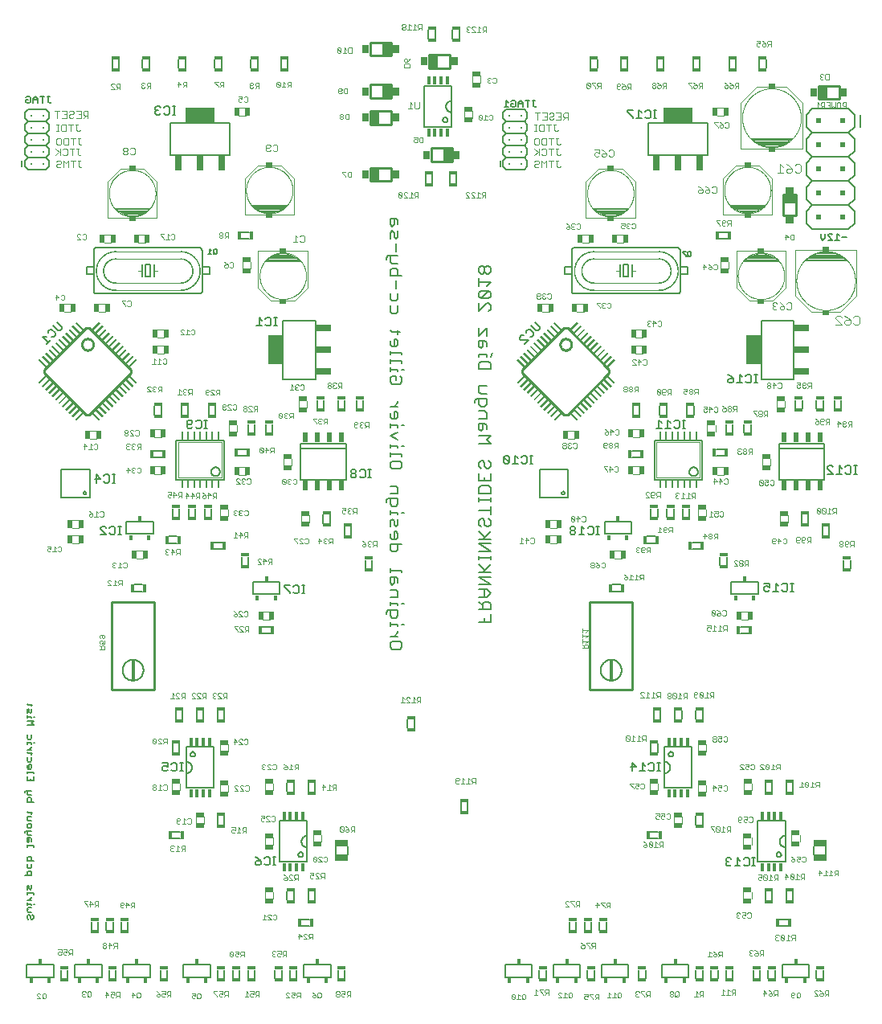
<source format=gbo>
G75*
%MOIN*%
%OFA0B0*%
%FSLAX25Y25*%
%IPPOS*%
%LPD*%
%AMOC8*
5,1,8,0,0,1.08239X$1,22.5*
%
%ADD10C,0.00300*%
%ADD11C,0.00500*%
%ADD12C,0.00800*%
%ADD13C,0.01000*%
%ADD14R,0.00787X0.04134*%
%ADD15R,0.04134X0.00787*%
%ADD16C,0.00600*%
%ADD17C,0.00020*%
%ADD18C,0.00200*%
%ADD19C,0.00400*%
%ADD20R,0.01969X0.03740*%
%ADD21R,0.01000X0.01000*%
%ADD22R,0.00800X0.03300*%
%ADD23R,0.03400X0.01600*%
%ADD24R,0.01600X0.03400*%
%ADD25R,0.03740X0.01969*%
%ADD26R,0.01929X0.04331*%
%ADD27R,0.01800X0.02300*%
%ADD28R,0.02756X0.02165*%
%ADD29R,0.06000X0.12000*%
%ADD30R,0.06000X0.03000*%
%ADD31R,0.12000X0.06000*%
%ADD32R,0.03000X0.06000*%
%ADD33R,0.01181X0.03740*%
%ADD34R,0.01181X0.08268*%
%ADD35R,0.05512X0.02559*%
%ADD36R,0.02756X0.02362*%
%ADD37R,0.02953X0.03346*%
%ADD38R,0.03543X0.05315*%
%ADD39R,0.03346X0.02953*%
%ADD40R,0.05315X0.03543*%
%ADD41R,0.02000X0.02000*%
D10*
X0116580Y0326518D02*
X0118515Y0326518D01*
X0117547Y0326518D02*
X0117547Y0329420D01*
X0118515Y0328453D01*
X0119526Y0328937D02*
X0120010Y0329420D01*
X0120977Y0329420D01*
X0121461Y0328937D01*
X0121461Y0327002D01*
X0120977Y0326518D01*
X0120010Y0326518D01*
X0119526Y0327002D01*
X0109690Y0364204D02*
X0108722Y0364204D01*
X0108239Y0364688D01*
X0107227Y0364688D02*
X0106743Y0364204D01*
X0105776Y0364204D01*
X0105292Y0364688D01*
X0105292Y0366623D01*
X0105776Y0367106D01*
X0106743Y0367106D01*
X0107227Y0366623D01*
X0107227Y0366139D01*
X0106743Y0365655D01*
X0105292Y0365655D01*
X0108239Y0366623D02*
X0108722Y0367106D01*
X0109690Y0367106D01*
X0110174Y0366623D01*
X0110174Y0364688D01*
X0109690Y0364204D01*
X0050963Y0363269D02*
X0050480Y0362785D01*
X0049512Y0362785D01*
X0049028Y0363269D01*
X0048017Y0363269D02*
X0048017Y0363753D01*
X0047533Y0364237D01*
X0046566Y0364237D01*
X0046082Y0363753D01*
X0046082Y0363269D01*
X0046566Y0362785D01*
X0047533Y0362785D01*
X0048017Y0363269D01*
X0047533Y0364237D02*
X0048017Y0364720D01*
X0048017Y0365204D01*
X0047533Y0365688D01*
X0046566Y0365688D01*
X0046082Y0365204D01*
X0046082Y0364720D01*
X0046566Y0364237D01*
X0049028Y0365204D02*
X0049512Y0365688D01*
X0050480Y0365688D01*
X0050963Y0365204D01*
X0050963Y0363269D01*
X0029198Y0367346D02*
X0028714Y0366862D01*
X0028230Y0366862D01*
X0027747Y0367346D01*
X0027747Y0369764D01*
X0028230Y0369764D02*
X0027263Y0369764D01*
X0026251Y0369764D02*
X0024316Y0369764D01*
X0025284Y0369764D02*
X0025284Y0366862D01*
X0024890Y0365389D02*
X0024890Y0362487D01*
X0022911Y0362971D02*
X0022427Y0362487D01*
X0021460Y0362487D01*
X0020976Y0362971D01*
X0019965Y0363454D02*
X0018030Y0365389D01*
X0018907Y0366862D02*
X0018423Y0367346D01*
X0018423Y0369281D01*
X0018907Y0369764D01*
X0019875Y0369764D01*
X0020358Y0369281D01*
X0020358Y0367346D01*
X0019875Y0366862D01*
X0018907Y0366862D01*
X0019965Y0365389D02*
X0019965Y0362487D01*
X0019481Y0363938D02*
X0018030Y0362487D01*
X0018907Y0360389D02*
X0019875Y0360389D01*
X0020358Y0359906D01*
X0020358Y0359422D01*
X0019875Y0358938D01*
X0018907Y0358938D01*
X0018423Y0358454D01*
X0018423Y0357971D01*
X0018907Y0357487D01*
X0019875Y0357487D01*
X0020358Y0357971D01*
X0021370Y0357487D02*
X0021370Y0360389D01*
X0022337Y0359422D01*
X0023305Y0360389D01*
X0023305Y0357487D01*
X0025284Y0357487D02*
X0025284Y0360389D01*
X0026251Y0360389D02*
X0024316Y0360389D01*
X0022911Y0362971D02*
X0022911Y0364906D01*
X0022427Y0365389D01*
X0021460Y0365389D01*
X0020976Y0364906D01*
X0021854Y0366862D02*
X0021370Y0367346D01*
X0021370Y0369281D01*
X0021854Y0369764D01*
X0023305Y0369764D01*
X0023305Y0366862D01*
X0021854Y0366862D01*
X0023923Y0365389D02*
X0025858Y0365389D01*
X0026869Y0365389D02*
X0027837Y0365389D01*
X0027353Y0365389D02*
X0027353Y0362971D01*
X0027837Y0362487D01*
X0028320Y0362487D01*
X0028804Y0362971D01*
X0028230Y0360389D02*
X0027263Y0360389D01*
X0027747Y0360389D02*
X0027747Y0357971D01*
X0028230Y0357487D01*
X0028714Y0357487D01*
X0029198Y0357971D01*
X0018907Y0360389D02*
X0018423Y0359906D01*
X0018409Y0372487D02*
X0019376Y0372487D01*
X0018892Y0372487D02*
X0018892Y0375389D01*
X0018409Y0375389D02*
X0019376Y0375389D01*
X0020388Y0374906D02*
X0020871Y0375389D01*
X0022323Y0375389D01*
X0022323Y0372487D01*
X0020871Y0372487D01*
X0020388Y0372971D01*
X0020388Y0374906D01*
X0023334Y0375389D02*
X0025269Y0375389D01*
X0024302Y0375389D02*
X0024302Y0372487D01*
X0026764Y0372971D02*
X0026764Y0375389D01*
X0026281Y0375389D02*
X0027248Y0375389D01*
X0026764Y0372971D02*
X0027248Y0372487D01*
X0027732Y0372487D01*
X0028216Y0372971D01*
X0028573Y0378112D02*
X0026638Y0378112D01*
X0025626Y0378596D02*
X0025143Y0378112D01*
X0024175Y0378112D01*
X0023691Y0378596D01*
X0023691Y0379079D01*
X0024175Y0379563D01*
X0025143Y0379563D01*
X0025626Y0380047D01*
X0025626Y0380531D01*
X0025143Y0381014D01*
X0024175Y0381014D01*
X0023691Y0380531D01*
X0022680Y0381014D02*
X0022680Y0378112D01*
X0020745Y0378112D01*
X0021712Y0379563D02*
X0022680Y0379563D01*
X0022680Y0381014D02*
X0020745Y0381014D01*
X0019733Y0381014D02*
X0017798Y0381014D01*
X0018766Y0381014D02*
X0018766Y0378112D01*
X0026638Y0381014D02*
X0028573Y0381014D01*
X0028573Y0378112D01*
X0029584Y0378112D02*
X0030552Y0379079D01*
X0030068Y0379079D02*
X0031519Y0379079D01*
X0031519Y0378112D02*
X0031519Y0381014D01*
X0030068Y0381014D01*
X0029584Y0380531D01*
X0029584Y0379563D01*
X0030068Y0379079D01*
X0028573Y0379563D02*
X0027605Y0379563D01*
X0216834Y0375389D02*
X0217801Y0375389D01*
X0217318Y0375389D02*
X0217318Y0372487D01*
X0217801Y0372487D02*
X0216834Y0372487D01*
X0218813Y0372971D02*
X0218813Y0374906D01*
X0219297Y0375389D01*
X0220748Y0375389D01*
X0220748Y0372487D01*
X0219297Y0372487D01*
X0218813Y0372971D01*
X0218300Y0369764D02*
X0218784Y0369281D01*
X0218784Y0367346D01*
X0218300Y0366862D01*
X0217332Y0366862D01*
X0216849Y0367346D01*
X0216849Y0369281D01*
X0217332Y0369764D01*
X0218300Y0369764D01*
X0219795Y0369281D02*
X0220279Y0369764D01*
X0221730Y0369764D01*
X0221730Y0366862D01*
X0220279Y0366862D01*
X0219795Y0367346D01*
X0219795Y0369281D01*
X0222742Y0369764D02*
X0224677Y0369764D01*
X0223709Y0369764D02*
X0223709Y0366862D01*
X0223709Y0365389D02*
X0223709Y0362487D01*
X0221730Y0362971D02*
X0221246Y0362487D01*
X0220279Y0362487D01*
X0219795Y0362971D01*
X0218784Y0363454D02*
X0216849Y0365389D01*
X0218784Y0365389D02*
X0218784Y0362487D01*
X0218300Y0363938D02*
X0216849Y0362487D01*
X0217332Y0360389D02*
X0218300Y0360389D01*
X0218784Y0359906D01*
X0218784Y0359422D01*
X0218300Y0358938D01*
X0217332Y0358938D01*
X0216849Y0358454D01*
X0216849Y0357971D01*
X0217332Y0357487D01*
X0218300Y0357487D01*
X0218784Y0357971D01*
X0219795Y0357487D02*
X0219795Y0360389D01*
X0220763Y0359422D01*
X0221730Y0360389D01*
X0221730Y0357487D01*
X0223709Y0357487D02*
X0223709Y0360389D01*
X0222742Y0360389D02*
X0224677Y0360389D01*
X0225688Y0360389D02*
X0226656Y0360389D01*
X0226172Y0360389D02*
X0226172Y0357971D01*
X0226656Y0357487D01*
X0227139Y0357487D01*
X0227623Y0357971D01*
X0227139Y0362487D02*
X0226656Y0362487D01*
X0226172Y0362971D01*
X0226172Y0365389D01*
X0226656Y0365389D02*
X0225688Y0365389D01*
X0224677Y0365389D02*
X0222742Y0365389D01*
X0221730Y0364906D02*
X0221730Y0362971D01*
X0221730Y0364906D02*
X0221246Y0365389D01*
X0220279Y0365389D01*
X0219795Y0364906D01*
X0217332Y0360389D02*
X0216849Y0359906D01*
X0227139Y0362487D02*
X0227623Y0362971D01*
X0227139Y0366862D02*
X0226656Y0366862D01*
X0226172Y0367346D01*
X0226172Y0369764D01*
X0226656Y0369764D02*
X0225688Y0369764D01*
X0225673Y0372487D02*
X0225190Y0372971D01*
X0225190Y0375389D01*
X0225673Y0375389D02*
X0224706Y0375389D01*
X0223694Y0375389D02*
X0221759Y0375389D01*
X0222727Y0375389D02*
X0222727Y0372487D01*
X0225673Y0372487D02*
X0226157Y0372487D01*
X0226641Y0372971D01*
X0225851Y0377325D02*
X0227785Y0377325D01*
X0227785Y0380227D01*
X0225851Y0380227D01*
X0224839Y0379743D02*
X0224839Y0379260D01*
X0224355Y0378776D01*
X0223388Y0378776D01*
X0222904Y0378292D01*
X0222904Y0377808D01*
X0223388Y0377325D01*
X0224355Y0377325D01*
X0224839Y0377808D01*
X0224839Y0379743D02*
X0224355Y0380227D01*
X0223388Y0380227D01*
X0222904Y0379743D01*
X0221892Y0380227D02*
X0221892Y0377325D01*
X0219957Y0377325D01*
X0220925Y0378776D02*
X0221892Y0378776D01*
X0221892Y0380227D02*
X0219957Y0380227D01*
X0218946Y0380227D02*
X0217011Y0380227D01*
X0217978Y0380227D02*
X0217978Y0377325D01*
X0226818Y0378776D02*
X0227785Y0378776D01*
X0228797Y0378776D02*
X0229281Y0378292D01*
X0230732Y0378292D01*
X0230732Y0377325D02*
X0230732Y0380227D01*
X0229281Y0380227D01*
X0228797Y0379743D01*
X0228797Y0378776D01*
X0229765Y0378292D02*
X0228797Y0377325D01*
X0227623Y0367346D02*
X0227139Y0366862D01*
X0241751Y0364901D02*
X0243686Y0364901D01*
X0243686Y0363449D01*
X0242719Y0363933D01*
X0242235Y0363933D01*
X0241751Y0363449D01*
X0241751Y0362482D01*
X0242235Y0361998D01*
X0243202Y0361998D01*
X0243686Y0362482D01*
X0244698Y0362482D02*
X0244698Y0362966D01*
X0245181Y0363449D01*
X0246633Y0363449D01*
X0246633Y0362482D01*
X0246149Y0361998D01*
X0245181Y0361998D01*
X0244698Y0362482D01*
X0245665Y0364417D02*
X0246633Y0363449D01*
X0245665Y0364417D02*
X0244698Y0364901D01*
X0247644Y0364417D02*
X0248128Y0364901D01*
X0249095Y0364901D01*
X0249579Y0364417D01*
X0249579Y0362482D01*
X0249095Y0361998D01*
X0248128Y0361998D01*
X0247644Y0362482D01*
X0284629Y0349784D02*
X0285597Y0349300D01*
X0286564Y0348332D01*
X0285113Y0348332D01*
X0284629Y0347849D01*
X0284629Y0347365D01*
X0285113Y0346881D01*
X0286080Y0346881D01*
X0286564Y0347365D01*
X0286564Y0348332D01*
X0287576Y0347849D02*
X0288059Y0348332D01*
X0289511Y0348332D01*
X0289511Y0347365D01*
X0289027Y0346881D01*
X0288059Y0346881D01*
X0287576Y0347365D01*
X0287576Y0347849D01*
X0288543Y0349300D02*
X0289511Y0348332D01*
X0288543Y0349300D02*
X0287576Y0349784D01*
X0290522Y0349300D02*
X0291006Y0349784D01*
X0291973Y0349784D01*
X0292457Y0349300D01*
X0292457Y0347365D01*
X0291973Y0346881D01*
X0291006Y0346881D01*
X0290522Y0347365D01*
X0317549Y0355204D02*
X0320018Y0355204D01*
X0318784Y0355204D02*
X0318784Y0358907D01*
X0320018Y0357673D01*
X0321233Y0358907D02*
X0322467Y0358290D01*
X0323701Y0357056D01*
X0321850Y0357056D01*
X0321233Y0356438D01*
X0321233Y0355821D01*
X0321850Y0355204D01*
X0323084Y0355204D01*
X0323701Y0355821D01*
X0323701Y0357056D01*
X0324916Y0358290D02*
X0325533Y0358907D01*
X0326767Y0358907D01*
X0327384Y0358290D01*
X0327384Y0355821D01*
X0326767Y0355204D01*
X0325533Y0355204D01*
X0324916Y0355821D01*
X0322946Y0301468D02*
X0323430Y0300984D01*
X0323430Y0299049D01*
X0322946Y0298565D01*
X0321978Y0298565D01*
X0321495Y0299049D01*
X0320483Y0299049D02*
X0319999Y0298565D01*
X0319032Y0298565D01*
X0318548Y0299049D01*
X0318548Y0299533D01*
X0319032Y0300016D01*
X0320483Y0300016D01*
X0320483Y0299049D01*
X0320483Y0300016D02*
X0319516Y0300984D01*
X0318548Y0301468D01*
X0317536Y0300984D02*
X0317053Y0301468D01*
X0316085Y0301468D01*
X0315602Y0300984D01*
X0315602Y0300500D01*
X0316085Y0300016D01*
X0315602Y0299533D01*
X0315602Y0299049D01*
X0316085Y0298565D01*
X0317053Y0298565D01*
X0317536Y0299049D01*
X0316569Y0300016D02*
X0316085Y0300016D01*
X0321495Y0300984D02*
X0321978Y0301468D01*
X0322946Y0301468D01*
X0341815Y0295430D02*
X0342432Y0296047D01*
X0343667Y0296047D01*
X0344284Y0295430D01*
X0345498Y0296047D02*
X0346732Y0295430D01*
X0347967Y0294195D01*
X0346115Y0294195D01*
X0345498Y0293578D01*
X0345498Y0292961D01*
X0346115Y0292344D01*
X0347350Y0292344D01*
X0347967Y0292961D01*
X0347967Y0294195D01*
X0349181Y0292961D02*
X0349798Y0292344D01*
X0351033Y0292344D01*
X0351650Y0292961D01*
X0351650Y0295430D01*
X0351033Y0296047D01*
X0349798Y0296047D01*
X0349181Y0295430D01*
X0344284Y0292344D02*
X0341815Y0294812D01*
X0341815Y0295430D01*
X0341815Y0292344D02*
X0344284Y0292344D01*
D11*
X0343293Y0327369D02*
X0341492Y0327369D01*
X0342392Y0327369D02*
X0342392Y0330071D01*
X0343293Y0329170D01*
X0344438Y0328720D02*
X0346240Y0328720D01*
X0340347Y0329621D02*
X0339896Y0330071D01*
X0338995Y0330071D01*
X0338545Y0329621D01*
X0338545Y0329170D01*
X0340347Y0327369D01*
X0338545Y0327369D01*
X0337400Y0328269D02*
X0336499Y0327369D01*
X0335599Y0328269D01*
X0335599Y0330071D01*
X0337400Y0330071D02*
X0337400Y0328269D01*
X0281779Y0322170D02*
X0281462Y0322487D01*
X0280828Y0322487D01*
X0280511Y0322170D01*
X0280511Y0320902D01*
X0280828Y0320585D01*
X0281462Y0320585D01*
X0281779Y0320902D01*
X0281779Y0322170D01*
X0281145Y0321219D02*
X0280511Y0320585D01*
X0279569Y0320585D02*
X0279569Y0320902D01*
X0278301Y0322170D01*
X0278301Y0322487D01*
X0279569Y0322487D01*
X0217820Y0383089D02*
X0217370Y0382638D01*
X0216919Y0382638D01*
X0216469Y0383089D01*
X0216469Y0385341D01*
X0216919Y0385341D02*
X0216018Y0385341D01*
X0214873Y0385341D02*
X0213072Y0385341D01*
X0213973Y0385341D02*
X0213973Y0382638D01*
X0211927Y0382638D02*
X0211927Y0384440D01*
X0211026Y0385341D01*
X0210125Y0384440D01*
X0210125Y0382638D01*
X0208980Y0383089D02*
X0208980Y0384890D01*
X0208530Y0385341D01*
X0207629Y0385341D01*
X0207179Y0384890D01*
X0207179Y0383990D02*
X0208080Y0383990D01*
X0207179Y0383990D02*
X0207179Y0383089D01*
X0207629Y0382638D01*
X0208530Y0382638D01*
X0208980Y0383089D01*
X0210125Y0383990D02*
X0211927Y0383990D01*
X0206034Y0384440D02*
X0205133Y0385341D01*
X0205133Y0382638D01*
X0206034Y0382638D02*
X0204232Y0382638D01*
X0178761Y0377284D02*
X0178763Y0377347D01*
X0178769Y0377409D01*
X0178779Y0377471D01*
X0178792Y0377533D01*
X0178810Y0377593D01*
X0178831Y0377652D01*
X0178856Y0377710D01*
X0178885Y0377766D01*
X0178917Y0377820D01*
X0178952Y0377872D01*
X0178990Y0377921D01*
X0179032Y0377969D01*
X0179076Y0378013D01*
X0179124Y0378055D01*
X0179173Y0378093D01*
X0179225Y0378128D01*
X0179279Y0378160D01*
X0179335Y0378189D01*
X0179393Y0378214D01*
X0179452Y0378235D01*
X0179512Y0378253D01*
X0179574Y0378266D01*
X0179636Y0378276D01*
X0179698Y0378282D01*
X0179761Y0378284D01*
X0179824Y0378282D01*
X0179886Y0378276D01*
X0179948Y0378266D01*
X0180010Y0378253D01*
X0180070Y0378235D01*
X0180129Y0378214D01*
X0180187Y0378189D01*
X0180243Y0378160D01*
X0180297Y0378128D01*
X0180349Y0378093D01*
X0180398Y0378055D01*
X0180446Y0378013D01*
X0180490Y0377969D01*
X0180532Y0377921D01*
X0180570Y0377872D01*
X0180605Y0377820D01*
X0180637Y0377766D01*
X0180666Y0377710D01*
X0180691Y0377652D01*
X0180712Y0377593D01*
X0180730Y0377533D01*
X0180743Y0377471D01*
X0180753Y0377409D01*
X0180759Y0377347D01*
X0180761Y0377284D01*
X0180759Y0377221D01*
X0180753Y0377159D01*
X0180743Y0377097D01*
X0180730Y0377035D01*
X0180712Y0376975D01*
X0180691Y0376916D01*
X0180666Y0376858D01*
X0180637Y0376802D01*
X0180605Y0376748D01*
X0180570Y0376696D01*
X0180532Y0376647D01*
X0180490Y0376599D01*
X0180446Y0376555D01*
X0180398Y0376513D01*
X0180349Y0376475D01*
X0180297Y0376440D01*
X0180243Y0376408D01*
X0180187Y0376379D01*
X0180129Y0376354D01*
X0180070Y0376333D01*
X0180010Y0376315D01*
X0179948Y0376302D01*
X0179886Y0376292D01*
X0179824Y0376286D01*
X0179761Y0376284D01*
X0179698Y0376286D01*
X0179636Y0376292D01*
X0179574Y0376302D01*
X0179512Y0376315D01*
X0179452Y0376333D01*
X0179393Y0376354D01*
X0179335Y0376379D01*
X0179279Y0376408D01*
X0179225Y0376440D01*
X0179173Y0376475D01*
X0179124Y0376513D01*
X0179076Y0376555D01*
X0179032Y0376599D01*
X0178990Y0376647D01*
X0178952Y0376696D01*
X0178917Y0376748D01*
X0178885Y0376802D01*
X0178856Y0376858D01*
X0178831Y0376916D01*
X0178810Y0376975D01*
X0178792Y0377035D01*
X0178779Y0377097D01*
X0178769Y0377159D01*
X0178763Y0377221D01*
X0178761Y0377284D01*
X0084928Y0323351D02*
X0084611Y0323668D01*
X0083977Y0323668D01*
X0083660Y0323351D01*
X0083660Y0322083D01*
X0083977Y0321767D01*
X0084611Y0321767D01*
X0084928Y0322083D01*
X0084928Y0323351D01*
X0084294Y0322400D02*
X0083660Y0321767D01*
X0082718Y0321767D02*
X0081451Y0321767D01*
X0082084Y0321767D02*
X0082084Y0323668D01*
X0082718Y0323034D01*
X0016448Y0384664D02*
X0015998Y0384213D01*
X0015548Y0384213D01*
X0015097Y0384664D01*
X0015097Y0386915D01*
X0014647Y0386915D02*
X0015548Y0386915D01*
X0013502Y0386915D02*
X0011700Y0386915D01*
X0012601Y0386915D02*
X0012601Y0384213D01*
X0010555Y0384213D02*
X0010555Y0386015D01*
X0009654Y0386915D01*
X0008754Y0386015D01*
X0008754Y0384213D01*
X0007609Y0384664D02*
X0007158Y0384213D01*
X0006258Y0384213D01*
X0005807Y0384664D01*
X0005807Y0385564D01*
X0006708Y0385564D01*
X0007609Y0384664D02*
X0007609Y0386465D01*
X0007158Y0386915D01*
X0006258Y0386915D01*
X0005807Y0386465D01*
X0008754Y0385564D02*
X0010555Y0385564D01*
X0008030Y0135039D02*
X0008030Y0134139D01*
X0008480Y0134589D02*
X0006679Y0134589D01*
X0006228Y0135039D01*
X0006679Y0132994D02*
X0007129Y0132543D01*
X0007129Y0131642D01*
X0007579Y0131192D01*
X0008030Y0131642D01*
X0008030Y0132994D01*
X0006679Y0132994D02*
X0006228Y0132543D01*
X0006228Y0131192D01*
X0006228Y0130129D02*
X0006228Y0129228D01*
X0006228Y0129678D02*
X0008030Y0129678D01*
X0008030Y0129228D01*
X0008930Y0129678D02*
X0009381Y0129678D01*
X0008930Y0128083D02*
X0006228Y0128083D01*
X0006228Y0126281D02*
X0008930Y0126281D01*
X0008030Y0127182D01*
X0008930Y0128083D01*
X0008030Y0122190D02*
X0008030Y0120839D01*
X0007579Y0120388D01*
X0006679Y0120388D01*
X0006228Y0120839D01*
X0006228Y0122190D01*
X0006228Y0119325D02*
X0006228Y0118424D01*
X0006228Y0118874D02*
X0008030Y0118874D01*
X0008030Y0118424D01*
X0008930Y0118874D02*
X0009381Y0118874D01*
X0008030Y0117320D02*
X0008030Y0116869D01*
X0007129Y0115968D01*
X0006228Y0115968D02*
X0008030Y0115968D01*
X0008030Y0114905D02*
X0008030Y0114004D01*
X0008480Y0114454D02*
X0006679Y0114454D01*
X0006228Y0114905D01*
X0006228Y0112859D02*
X0006228Y0111508D01*
X0006679Y0111058D01*
X0007579Y0111058D01*
X0008030Y0111508D01*
X0008030Y0112859D01*
X0007579Y0109913D02*
X0007129Y0109913D01*
X0007129Y0108111D01*
X0007579Y0108111D02*
X0008030Y0108561D01*
X0008030Y0109462D01*
X0007579Y0109913D01*
X0006228Y0109462D02*
X0006228Y0108561D01*
X0006679Y0108111D01*
X0007579Y0108111D01*
X0006228Y0107047D02*
X0006228Y0106147D01*
X0006228Y0106597D02*
X0008930Y0106597D01*
X0008930Y0106147D01*
X0008930Y0105002D02*
X0008930Y0103200D01*
X0006228Y0103200D01*
X0006228Y0105002D01*
X0007579Y0104101D02*
X0007579Y0103200D01*
X0008030Y0099109D02*
X0005778Y0099109D01*
X0005327Y0098658D01*
X0005327Y0098208D01*
X0006228Y0097758D02*
X0006228Y0099109D01*
X0006228Y0097758D02*
X0006679Y0097307D01*
X0008030Y0097307D01*
X0007579Y0096162D02*
X0008030Y0095712D01*
X0008030Y0094361D01*
X0008930Y0094361D02*
X0006228Y0094361D01*
X0006228Y0095712D01*
X0006679Y0096162D01*
X0007579Y0096162D01*
X0008030Y0090351D02*
X0008030Y0089450D01*
X0008480Y0089900D02*
X0006679Y0089900D01*
X0006228Y0090351D01*
X0006228Y0088305D02*
X0008030Y0088305D01*
X0008030Y0086503D02*
X0006679Y0086503D01*
X0006228Y0086954D01*
X0006228Y0088305D01*
X0006679Y0085358D02*
X0007579Y0085358D01*
X0008030Y0084908D01*
X0008030Y0084007D01*
X0007579Y0083557D01*
X0006679Y0083557D01*
X0006228Y0084007D01*
X0006228Y0084908D01*
X0006679Y0085358D01*
X0006228Y0082412D02*
X0006228Y0081061D01*
X0006679Y0080610D01*
X0008030Y0080610D01*
X0007579Y0079465D02*
X0006228Y0079465D01*
X0006228Y0078114D01*
X0006679Y0077664D01*
X0007129Y0078114D01*
X0007129Y0079465D01*
X0007579Y0079465D02*
X0008030Y0079015D01*
X0008030Y0078114D01*
X0008930Y0076150D02*
X0006228Y0076150D01*
X0006228Y0076600D02*
X0006228Y0075699D01*
X0008930Y0075699D02*
X0008930Y0076150D01*
X0007579Y0071608D02*
X0006679Y0071608D01*
X0006228Y0071157D01*
X0006228Y0069806D01*
X0008930Y0069806D01*
X0008030Y0069806D02*
X0008030Y0071157D01*
X0007579Y0071608D01*
X0008030Y0068661D02*
X0008030Y0067310D01*
X0007579Y0066860D01*
X0006679Y0066860D01*
X0006228Y0067310D01*
X0006228Y0068661D01*
X0006679Y0065715D02*
X0006228Y0065264D01*
X0006228Y0063913D01*
X0005327Y0063913D02*
X0008030Y0063913D01*
X0008030Y0065264D01*
X0007579Y0065715D01*
X0006679Y0065715D01*
X0006679Y0059822D02*
X0007129Y0059371D01*
X0007129Y0058471D01*
X0007579Y0058020D01*
X0008030Y0058471D01*
X0008030Y0059822D01*
X0006679Y0059822D02*
X0006228Y0059371D01*
X0006228Y0058020D01*
X0006228Y0056957D02*
X0006228Y0056056D01*
X0006228Y0056506D02*
X0008930Y0056506D01*
X0008930Y0056056D01*
X0008030Y0054952D02*
X0008030Y0054501D01*
X0007129Y0053600D01*
X0006228Y0053600D02*
X0008030Y0053600D01*
X0008030Y0052087D02*
X0006228Y0052087D01*
X0006228Y0052537D02*
X0006228Y0051636D01*
X0006679Y0050491D02*
X0008030Y0050491D01*
X0008030Y0051636D02*
X0008030Y0052087D01*
X0008930Y0052087D02*
X0009381Y0052087D01*
X0006679Y0050491D02*
X0006228Y0050041D01*
X0006679Y0049590D01*
X0006228Y0049140D01*
X0006679Y0048690D01*
X0008030Y0048690D01*
X0008480Y0047545D02*
X0008930Y0047094D01*
X0008930Y0046193D01*
X0008480Y0045743D01*
X0008030Y0045743D01*
X0007579Y0046193D01*
X0007579Y0047094D01*
X0007129Y0047545D01*
X0006679Y0047545D01*
X0006228Y0047094D01*
X0006228Y0046193D01*
X0006679Y0045743D01*
X0006200Y0026900D02*
X0017400Y0026900D01*
X0017400Y0021700D01*
X0006200Y0021700D01*
X0006200Y0026900D01*
X0026200Y0026900D02*
X0026200Y0021700D01*
X0037400Y0021700D01*
X0037400Y0026900D01*
X0026200Y0026900D01*
X0046200Y0026900D02*
X0046200Y0021700D01*
X0057400Y0021700D01*
X0057400Y0026900D01*
X0046200Y0026900D01*
X0071200Y0026900D02*
X0071200Y0021700D01*
X0082400Y0021700D01*
X0082400Y0026900D01*
X0071200Y0026900D01*
X0118800Y0072550D02*
X0118802Y0072613D01*
X0118808Y0072675D01*
X0118818Y0072737D01*
X0118831Y0072799D01*
X0118849Y0072859D01*
X0118870Y0072918D01*
X0118895Y0072976D01*
X0118924Y0073032D01*
X0118956Y0073086D01*
X0118991Y0073138D01*
X0119029Y0073187D01*
X0119071Y0073235D01*
X0119115Y0073279D01*
X0119163Y0073321D01*
X0119212Y0073359D01*
X0119264Y0073394D01*
X0119318Y0073426D01*
X0119374Y0073455D01*
X0119432Y0073480D01*
X0119491Y0073501D01*
X0119551Y0073519D01*
X0119613Y0073532D01*
X0119675Y0073542D01*
X0119737Y0073548D01*
X0119800Y0073550D01*
X0119863Y0073548D01*
X0119925Y0073542D01*
X0119987Y0073532D01*
X0120049Y0073519D01*
X0120109Y0073501D01*
X0120168Y0073480D01*
X0120226Y0073455D01*
X0120282Y0073426D01*
X0120336Y0073394D01*
X0120388Y0073359D01*
X0120437Y0073321D01*
X0120485Y0073279D01*
X0120529Y0073235D01*
X0120571Y0073187D01*
X0120609Y0073138D01*
X0120644Y0073086D01*
X0120676Y0073032D01*
X0120705Y0072976D01*
X0120730Y0072918D01*
X0120751Y0072859D01*
X0120769Y0072799D01*
X0120782Y0072737D01*
X0120792Y0072675D01*
X0120798Y0072613D01*
X0120800Y0072550D01*
X0120798Y0072487D01*
X0120792Y0072425D01*
X0120782Y0072363D01*
X0120769Y0072301D01*
X0120751Y0072241D01*
X0120730Y0072182D01*
X0120705Y0072124D01*
X0120676Y0072068D01*
X0120644Y0072014D01*
X0120609Y0071962D01*
X0120571Y0071913D01*
X0120529Y0071865D01*
X0120485Y0071821D01*
X0120437Y0071779D01*
X0120388Y0071741D01*
X0120336Y0071706D01*
X0120282Y0071674D01*
X0120226Y0071645D01*
X0120168Y0071620D01*
X0120109Y0071599D01*
X0120049Y0071581D01*
X0119987Y0071568D01*
X0119925Y0071558D01*
X0119863Y0071552D01*
X0119800Y0071550D01*
X0119737Y0071552D01*
X0119675Y0071558D01*
X0119613Y0071568D01*
X0119551Y0071581D01*
X0119491Y0071599D01*
X0119432Y0071620D01*
X0119374Y0071645D01*
X0119318Y0071674D01*
X0119264Y0071706D01*
X0119212Y0071741D01*
X0119163Y0071779D01*
X0119115Y0071821D01*
X0119071Y0071865D01*
X0119029Y0071913D01*
X0118991Y0071962D01*
X0118956Y0072014D01*
X0118924Y0072068D01*
X0118895Y0072124D01*
X0118870Y0072182D01*
X0118849Y0072241D01*
X0118831Y0072301D01*
X0118818Y0072363D01*
X0118808Y0072425D01*
X0118802Y0072487D01*
X0118800Y0072550D01*
X0121200Y0026900D02*
X0132400Y0026900D01*
X0132400Y0021700D01*
X0121200Y0021700D01*
X0121200Y0026900D01*
X0074050Y0114170D02*
X0074052Y0114233D01*
X0074058Y0114295D01*
X0074068Y0114357D01*
X0074081Y0114419D01*
X0074099Y0114479D01*
X0074120Y0114538D01*
X0074145Y0114596D01*
X0074174Y0114652D01*
X0074206Y0114706D01*
X0074241Y0114758D01*
X0074279Y0114807D01*
X0074321Y0114855D01*
X0074365Y0114899D01*
X0074413Y0114941D01*
X0074462Y0114979D01*
X0074514Y0115014D01*
X0074568Y0115046D01*
X0074624Y0115075D01*
X0074682Y0115100D01*
X0074741Y0115121D01*
X0074801Y0115139D01*
X0074863Y0115152D01*
X0074925Y0115162D01*
X0074987Y0115168D01*
X0075050Y0115170D01*
X0075113Y0115168D01*
X0075175Y0115162D01*
X0075237Y0115152D01*
X0075299Y0115139D01*
X0075359Y0115121D01*
X0075418Y0115100D01*
X0075476Y0115075D01*
X0075532Y0115046D01*
X0075586Y0115014D01*
X0075638Y0114979D01*
X0075687Y0114941D01*
X0075735Y0114899D01*
X0075779Y0114855D01*
X0075821Y0114807D01*
X0075859Y0114758D01*
X0075894Y0114706D01*
X0075926Y0114652D01*
X0075955Y0114596D01*
X0075980Y0114538D01*
X0076001Y0114479D01*
X0076019Y0114419D01*
X0076032Y0114357D01*
X0076042Y0114295D01*
X0076048Y0114233D01*
X0076050Y0114170D01*
X0076048Y0114107D01*
X0076042Y0114045D01*
X0076032Y0113983D01*
X0076019Y0113921D01*
X0076001Y0113861D01*
X0075980Y0113802D01*
X0075955Y0113744D01*
X0075926Y0113688D01*
X0075894Y0113634D01*
X0075859Y0113582D01*
X0075821Y0113533D01*
X0075779Y0113485D01*
X0075735Y0113441D01*
X0075687Y0113399D01*
X0075638Y0113361D01*
X0075586Y0113326D01*
X0075532Y0113294D01*
X0075476Y0113265D01*
X0075418Y0113240D01*
X0075359Y0113219D01*
X0075299Y0113201D01*
X0075237Y0113188D01*
X0075175Y0113178D01*
X0075113Y0113172D01*
X0075050Y0113170D01*
X0074987Y0113172D01*
X0074925Y0113178D01*
X0074863Y0113188D01*
X0074801Y0113201D01*
X0074741Y0113219D01*
X0074682Y0113240D01*
X0074624Y0113265D01*
X0074568Y0113294D01*
X0074514Y0113326D01*
X0074462Y0113361D01*
X0074413Y0113399D01*
X0074365Y0113441D01*
X0074321Y0113485D01*
X0074279Y0113533D01*
X0074241Y0113582D01*
X0074206Y0113634D01*
X0074174Y0113688D01*
X0074145Y0113744D01*
X0074120Y0113802D01*
X0074099Y0113861D01*
X0074081Y0113921D01*
X0074068Y0113983D01*
X0074058Y0114045D01*
X0074052Y0114107D01*
X0074050Y0114170D01*
X0008030Y0082412D02*
X0005778Y0082412D01*
X0005327Y0081961D01*
X0005327Y0081511D01*
X0204625Y0026900D02*
X0204625Y0021700D01*
X0215825Y0021700D01*
X0215825Y0026900D01*
X0204625Y0026900D01*
X0224625Y0026900D02*
X0224625Y0021700D01*
X0235825Y0021700D01*
X0235825Y0026900D01*
X0224625Y0026900D01*
X0244625Y0026900D02*
X0244625Y0021700D01*
X0255825Y0021700D01*
X0255825Y0026900D01*
X0244625Y0026900D01*
X0269625Y0026900D02*
X0269625Y0021700D01*
X0280825Y0021700D01*
X0280825Y0026900D01*
X0269625Y0026900D01*
X0317225Y0072550D02*
X0317227Y0072613D01*
X0317233Y0072675D01*
X0317243Y0072737D01*
X0317256Y0072799D01*
X0317274Y0072859D01*
X0317295Y0072918D01*
X0317320Y0072976D01*
X0317349Y0073032D01*
X0317381Y0073086D01*
X0317416Y0073138D01*
X0317454Y0073187D01*
X0317496Y0073235D01*
X0317540Y0073279D01*
X0317588Y0073321D01*
X0317637Y0073359D01*
X0317689Y0073394D01*
X0317743Y0073426D01*
X0317799Y0073455D01*
X0317857Y0073480D01*
X0317916Y0073501D01*
X0317976Y0073519D01*
X0318038Y0073532D01*
X0318100Y0073542D01*
X0318162Y0073548D01*
X0318225Y0073550D01*
X0318288Y0073548D01*
X0318350Y0073542D01*
X0318412Y0073532D01*
X0318474Y0073519D01*
X0318534Y0073501D01*
X0318593Y0073480D01*
X0318651Y0073455D01*
X0318707Y0073426D01*
X0318761Y0073394D01*
X0318813Y0073359D01*
X0318862Y0073321D01*
X0318910Y0073279D01*
X0318954Y0073235D01*
X0318996Y0073187D01*
X0319034Y0073138D01*
X0319069Y0073086D01*
X0319101Y0073032D01*
X0319130Y0072976D01*
X0319155Y0072918D01*
X0319176Y0072859D01*
X0319194Y0072799D01*
X0319207Y0072737D01*
X0319217Y0072675D01*
X0319223Y0072613D01*
X0319225Y0072550D01*
X0319223Y0072487D01*
X0319217Y0072425D01*
X0319207Y0072363D01*
X0319194Y0072301D01*
X0319176Y0072241D01*
X0319155Y0072182D01*
X0319130Y0072124D01*
X0319101Y0072068D01*
X0319069Y0072014D01*
X0319034Y0071962D01*
X0318996Y0071913D01*
X0318954Y0071865D01*
X0318910Y0071821D01*
X0318862Y0071779D01*
X0318813Y0071741D01*
X0318761Y0071706D01*
X0318707Y0071674D01*
X0318651Y0071645D01*
X0318593Y0071620D01*
X0318534Y0071599D01*
X0318474Y0071581D01*
X0318412Y0071568D01*
X0318350Y0071558D01*
X0318288Y0071552D01*
X0318225Y0071550D01*
X0318162Y0071552D01*
X0318100Y0071558D01*
X0318038Y0071568D01*
X0317976Y0071581D01*
X0317916Y0071599D01*
X0317857Y0071620D01*
X0317799Y0071645D01*
X0317743Y0071674D01*
X0317689Y0071706D01*
X0317637Y0071741D01*
X0317588Y0071779D01*
X0317540Y0071821D01*
X0317496Y0071865D01*
X0317454Y0071913D01*
X0317416Y0071962D01*
X0317381Y0072014D01*
X0317349Y0072068D01*
X0317320Y0072124D01*
X0317295Y0072182D01*
X0317274Y0072241D01*
X0317256Y0072301D01*
X0317243Y0072363D01*
X0317233Y0072425D01*
X0317227Y0072487D01*
X0317225Y0072550D01*
X0319625Y0026900D02*
X0330825Y0026900D01*
X0330825Y0021700D01*
X0319625Y0021700D01*
X0319625Y0026900D01*
X0272475Y0114170D02*
X0272477Y0114233D01*
X0272483Y0114295D01*
X0272493Y0114357D01*
X0272506Y0114419D01*
X0272524Y0114479D01*
X0272545Y0114538D01*
X0272570Y0114596D01*
X0272599Y0114652D01*
X0272631Y0114706D01*
X0272666Y0114758D01*
X0272704Y0114807D01*
X0272746Y0114855D01*
X0272790Y0114899D01*
X0272838Y0114941D01*
X0272887Y0114979D01*
X0272939Y0115014D01*
X0272993Y0115046D01*
X0273049Y0115075D01*
X0273107Y0115100D01*
X0273166Y0115121D01*
X0273226Y0115139D01*
X0273288Y0115152D01*
X0273350Y0115162D01*
X0273412Y0115168D01*
X0273475Y0115170D01*
X0273538Y0115168D01*
X0273600Y0115162D01*
X0273662Y0115152D01*
X0273724Y0115139D01*
X0273784Y0115121D01*
X0273843Y0115100D01*
X0273901Y0115075D01*
X0273957Y0115046D01*
X0274011Y0115014D01*
X0274063Y0114979D01*
X0274112Y0114941D01*
X0274160Y0114899D01*
X0274204Y0114855D01*
X0274246Y0114807D01*
X0274284Y0114758D01*
X0274319Y0114706D01*
X0274351Y0114652D01*
X0274380Y0114596D01*
X0274405Y0114538D01*
X0274426Y0114479D01*
X0274444Y0114419D01*
X0274457Y0114357D01*
X0274467Y0114295D01*
X0274473Y0114233D01*
X0274475Y0114170D01*
X0274473Y0114107D01*
X0274467Y0114045D01*
X0274457Y0113983D01*
X0274444Y0113921D01*
X0274426Y0113861D01*
X0274405Y0113802D01*
X0274380Y0113744D01*
X0274351Y0113688D01*
X0274319Y0113634D01*
X0274284Y0113582D01*
X0274246Y0113533D01*
X0274204Y0113485D01*
X0274160Y0113441D01*
X0274112Y0113399D01*
X0274063Y0113361D01*
X0274011Y0113326D01*
X0273957Y0113294D01*
X0273901Y0113265D01*
X0273843Y0113240D01*
X0273784Y0113219D01*
X0273724Y0113201D01*
X0273662Y0113188D01*
X0273600Y0113178D01*
X0273538Y0113172D01*
X0273475Y0113170D01*
X0273412Y0113172D01*
X0273350Y0113178D01*
X0273288Y0113188D01*
X0273226Y0113201D01*
X0273166Y0113219D01*
X0273107Y0113240D01*
X0273049Y0113265D01*
X0272993Y0113294D01*
X0272939Y0113326D01*
X0272887Y0113361D01*
X0272838Y0113399D01*
X0272790Y0113441D01*
X0272746Y0113485D01*
X0272704Y0113533D01*
X0272666Y0113582D01*
X0272631Y0113634D01*
X0272599Y0113688D01*
X0272570Y0113744D01*
X0272545Y0113802D01*
X0272524Y0113861D01*
X0272506Y0113921D01*
X0272493Y0113983D01*
X0272483Y0114045D01*
X0272477Y0114107D01*
X0272475Y0114170D01*
D12*
X0270773Y0117128D02*
X0282178Y0117128D01*
X0282178Y0100212D01*
X0270773Y0100212D01*
X0270773Y0117128D01*
X0270773Y0111032D02*
X0270869Y0111030D01*
X0270966Y0111024D01*
X0271061Y0111014D01*
X0271157Y0111001D01*
X0271252Y0110983D01*
X0271345Y0110962D01*
X0271438Y0110936D01*
X0271530Y0110907D01*
X0271621Y0110875D01*
X0271710Y0110838D01*
X0271798Y0110798D01*
X0271884Y0110755D01*
X0271968Y0110707D01*
X0272050Y0110657D01*
X0272130Y0110603D01*
X0272208Y0110546D01*
X0272283Y0110486D01*
X0272356Y0110423D01*
X0272426Y0110357D01*
X0272494Y0110288D01*
X0272558Y0110217D01*
X0272620Y0110143D01*
X0272678Y0110066D01*
X0272734Y0109987D01*
X0272786Y0109906D01*
X0272834Y0109823D01*
X0272880Y0109738D01*
X0272922Y0109651D01*
X0272960Y0109563D01*
X0272994Y0109473D01*
X0273025Y0109382D01*
X0273052Y0109289D01*
X0273076Y0109196D01*
X0273095Y0109101D01*
X0273111Y0109006D01*
X0273123Y0108911D01*
X0273131Y0108814D01*
X0273135Y0108718D01*
X0273135Y0108622D01*
X0273131Y0108526D01*
X0273123Y0108429D01*
X0273111Y0108334D01*
X0273095Y0108239D01*
X0273076Y0108144D01*
X0273052Y0108051D01*
X0273025Y0107958D01*
X0272994Y0107867D01*
X0272960Y0107777D01*
X0272922Y0107689D01*
X0272880Y0107602D01*
X0272834Y0107517D01*
X0272786Y0107434D01*
X0272734Y0107353D01*
X0272678Y0107274D01*
X0272620Y0107197D01*
X0272558Y0107123D01*
X0272494Y0107052D01*
X0272426Y0106983D01*
X0272356Y0106917D01*
X0272283Y0106854D01*
X0272208Y0106794D01*
X0272130Y0106737D01*
X0272050Y0106683D01*
X0271968Y0106633D01*
X0271884Y0106585D01*
X0271798Y0106542D01*
X0271710Y0106502D01*
X0271621Y0106465D01*
X0271530Y0106433D01*
X0271438Y0106404D01*
X0271345Y0106378D01*
X0271252Y0106357D01*
X0271157Y0106339D01*
X0271061Y0106326D01*
X0270966Y0106316D01*
X0270869Y0106310D01*
X0270773Y0106308D01*
X0309523Y0086508D02*
X0309523Y0069592D01*
X0320928Y0069592D01*
X0320928Y0086508D01*
X0309523Y0086508D01*
X0320928Y0080412D02*
X0320832Y0080410D01*
X0320735Y0080404D01*
X0320640Y0080394D01*
X0320544Y0080381D01*
X0320449Y0080363D01*
X0320356Y0080342D01*
X0320263Y0080316D01*
X0320171Y0080287D01*
X0320080Y0080255D01*
X0319991Y0080218D01*
X0319903Y0080178D01*
X0319817Y0080135D01*
X0319733Y0080087D01*
X0319651Y0080037D01*
X0319571Y0079983D01*
X0319493Y0079926D01*
X0319418Y0079866D01*
X0319345Y0079803D01*
X0319275Y0079737D01*
X0319207Y0079668D01*
X0319143Y0079597D01*
X0319081Y0079523D01*
X0319023Y0079446D01*
X0318967Y0079367D01*
X0318915Y0079286D01*
X0318867Y0079203D01*
X0318821Y0079118D01*
X0318779Y0079031D01*
X0318741Y0078943D01*
X0318707Y0078853D01*
X0318676Y0078762D01*
X0318649Y0078669D01*
X0318625Y0078576D01*
X0318606Y0078481D01*
X0318590Y0078386D01*
X0318578Y0078291D01*
X0318570Y0078194D01*
X0318566Y0078098D01*
X0318566Y0078002D01*
X0318570Y0077906D01*
X0318578Y0077809D01*
X0318590Y0077714D01*
X0318606Y0077619D01*
X0318625Y0077524D01*
X0318649Y0077431D01*
X0318676Y0077338D01*
X0318707Y0077247D01*
X0318741Y0077157D01*
X0318779Y0077069D01*
X0318821Y0076982D01*
X0318867Y0076897D01*
X0318915Y0076814D01*
X0318967Y0076733D01*
X0319023Y0076654D01*
X0319081Y0076577D01*
X0319143Y0076503D01*
X0319207Y0076432D01*
X0319275Y0076363D01*
X0319345Y0076297D01*
X0319418Y0076234D01*
X0319493Y0076174D01*
X0319571Y0076117D01*
X0319651Y0076063D01*
X0319733Y0076013D01*
X0319817Y0075965D01*
X0319903Y0075922D01*
X0319991Y0075882D01*
X0320080Y0075845D01*
X0320171Y0075813D01*
X0320263Y0075784D01*
X0320356Y0075758D01*
X0320449Y0075737D01*
X0320544Y0075719D01*
X0320640Y0075706D01*
X0320735Y0075696D01*
X0320832Y0075690D01*
X0320928Y0075688D01*
X0230688Y0220575D02*
X0218877Y0220575D01*
X0218877Y0232386D01*
X0230688Y0232386D01*
X0230688Y0220575D01*
X0228168Y0222580D02*
X0228170Y0222627D01*
X0228176Y0222674D01*
X0228186Y0222721D01*
X0228199Y0222766D01*
X0228217Y0222810D01*
X0228238Y0222852D01*
X0228262Y0222893D01*
X0228290Y0222931D01*
X0228321Y0222967D01*
X0228355Y0223000D01*
X0228391Y0223030D01*
X0228430Y0223057D01*
X0228471Y0223081D01*
X0228514Y0223101D01*
X0228558Y0223117D01*
X0228604Y0223130D01*
X0228650Y0223139D01*
X0228698Y0223144D01*
X0228745Y0223145D01*
X0228792Y0223142D01*
X0228839Y0223135D01*
X0228885Y0223124D01*
X0228930Y0223110D01*
X0228974Y0223091D01*
X0229015Y0223069D01*
X0229055Y0223044D01*
X0229093Y0223015D01*
X0229128Y0222984D01*
X0229161Y0222949D01*
X0229190Y0222912D01*
X0229216Y0222873D01*
X0229239Y0222831D01*
X0229258Y0222788D01*
X0229274Y0222743D01*
X0229286Y0222697D01*
X0229294Y0222651D01*
X0229298Y0222604D01*
X0229298Y0222556D01*
X0229294Y0222509D01*
X0229286Y0222463D01*
X0229274Y0222417D01*
X0229258Y0222372D01*
X0229239Y0222329D01*
X0229216Y0222287D01*
X0229190Y0222248D01*
X0229161Y0222211D01*
X0229128Y0222176D01*
X0229093Y0222145D01*
X0229055Y0222116D01*
X0229016Y0222091D01*
X0228974Y0222069D01*
X0228930Y0222050D01*
X0228885Y0222036D01*
X0228839Y0222025D01*
X0228792Y0222018D01*
X0228745Y0222015D01*
X0228698Y0222016D01*
X0228650Y0222021D01*
X0228604Y0222030D01*
X0228558Y0222043D01*
X0228514Y0222059D01*
X0228471Y0222079D01*
X0228430Y0222103D01*
X0228391Y0222130D01*
X0228355Y0222160D01*
X0228321Y0222193D01*
X0228290Y0222229D01*
X0228262Y0222267D01*
X0228238Y0222308D01*
X0228217Y0222350D01*
X0228199Y0222394D01*
X0228186Y0222439D01*
X0228176Y0222486D01*
X0228170Y0222533D01*
X0228168Y0222580D01*
X0198584Y0222344D02*
X0198584Y0224746D01*
X0197783Y0225547D01*
X0194580Y0225547D01*
X0193780Y0224746D01*
X0193780Y0222344D01*
X0198584Y0222344D01*
X0198584Y0220508D02*
X0198584Y0218906D01*
X0198584Y0219707D02*
X0193780Y0219707D01*
X0193780Y0218906D02*
X0193780Y0220508D01*
X0193780Y0215351D02*
X0198584Y0215351D01*
X0198584Y0213750D02*
X0198584Y0216953D01*
X0197783Y0211796D02*
X0198584Y0210995D01*
X0198584Y0209394D01*
X0197783Y0208593D01*
X0196982Y0208593D01*
X0196182Y0209394D01*
X0196182Y0210995D01*
X0195381Y0211796D01*
X0194580Y0211796D01*
X0193780Y0210995D01*
X0193780Y0209394D01*
X0194580Y0208593D01*
X0193780Y0206640D02*
X0196182Y0204238D01*
X0195381Y0203437D02*
X0198584Y0206640D01*
X0198584Y0203437D02*
X0193780Y0203437D01*
X0193780Y0201483D02*
X0198584Y0201483D01*
X0198584Y0198281D02*
X0193780Y0198281D01*
X0193780Y0196444D02*
X0193780Y0194843D01*
X0193780Y0195644D02*
X0198584Y0195644D01*
X0198584Y0196444D02*
X0198584Y0194843D01*
X0198584Y0192889D02*
X0195381Y0189687D01*
X0196182Y0190487D02*
X0193780Y0192889D01*
X0193780Y0189687D02*
X0198584Y0189687D01*
X0198584Y0187733D02*
X0193780Y0187733D01*
X0198584Y0184530D01*
X0193780Y0184530D01*
X0193780Y0182577D02*
X0196982Y0182577D01*
X0198584Y0180975D01*
X0196982Y0179374D01*
X0193780Y0179374D01*
X0193780Y0177420D02*
X0195381Y0175819D01*
X0195381Y0176619D02*
X0195381Y0174217D01*
X0193780Y0174217D02*
X0198584Y0174217D01*
X0198584Y0176619D01*
X0197783Y0177420D01*
X0196182Y0177420D01*
X0195381Y0176619D01*
X0196182Y0179374D02*
X0196182Y0182577D01*
X0198584Y0172264D02*
X0198584Y0169061D01*
X0193780Y0169061D01*
X0196182Y0169061D02*
X0196182Y0170662D01*
X0198584Y0198281D02*
X0193780Y0201483D01*
X0193780Y0227500D02*
X0193780Y0230703D01*
X0194580Y0232657D02*
X0193780Y0233457D01*
X0193780Y0235059D01*
X0194580Y0235859D01*
X0195381Y0235859D01*
X0196182Y0235059D01*
X0196182Y0233457D01*
X0196982Y0232657D01*
X0197783Y0232657D01*
X0198584Y0233457D01*
X0198584Y0235059D01*
X0197783Y0235859D01*
X0198584Y0230703D02*
X0198584Y0227500D01*
X0193780Y0227500D01*
X0196182Y0227500D02*
X0196182Y0229102D01*
X0193780Y0242969D02*
X0198584Y0242969D01*
X0196982Y0244571D01*
X0198584Y0246172D01*
X0193780Y0246172D01*
X0194580Y0248126D02*
X0195381Y0248926D01*
X0195381Y0251329D01*
X0196182Y0251329D02*
X0193780Y0251329D01*
X0193780Y0248926D01*
X0194580Y0248126D01*
X0196982Y0248926D02*
X0196982Y0250528D01*
X0196182Y0251329D01*
X0196982Y0253282D02*
X0193780Y0253282D01*
X0196982Y0253282D02*
X0196982Y0255684D01*
X0196182Y0256485D01*
X0193780Y0256485D01*
X0194580Y0258439D02*
X0193780Y0259239D01*
X0193780Y0261641D01*
X0192979Y0261641D02*
X0196982Y0261641D01*
X0196982Y0259239D01*
X0196182Y0258439D01*
X0194580Y0258439D01*
X0192178Y0260040D02*
X0192178Y0260841D01*
X0192979Y0261641D01*
X0194580Y0263595D02*
X0193780Y0264396D01*
X0193780Y0266798D01*
X0196982Y0266798D01*
X0196982Y0263595D02*
X0194580Y0263595D01*
X0193780Y0273908D02*
X0193780Y0276310D01*
X0194580Y0277111D01*
X0197783Y0277111D01*
X0198584Y0276310D01*
X0198584Y0273908D01*
X0193780Y0273908D01*
X0193780Y0279064D02*
X0193780Y0279865D01*
X0196982Y0279865D01*
X0196982Y0279064D01*
X0198584Y0279064D02*
X0199385Y0280666D01*
X0196982Y0283302D02*
X0196982Y0284904D01*
X0196182Y0285705D01*
X0193780Y0285705D01*
X0193780Y0283302D01*
X0194580Y0282502D01*
X0195381Y0283302D01*
X0195381Y0285705D01*
X0193780Y0287658D02*
X0193780Y0290861D01*
X0196982Y0290861D02*
X0193780Y0287658D01*
X0196982Y0287658D02*
X0196982Y0290861D01*
X0197783Y0297971D02*
X0198584Y0298772D01*
X0198584Y0300373D01*
X0197783Y0301174D01*
X0196982Y0301174D01*
X0193780Y0297971D01*
X0193780Y0301174D01*
X0194580Y0303127D02*
X0197783Y0306330D01*
X0194580Y0306330D01*
X0193780Y0305529D01*
X0193780Y0303928D01*
X0194580Y0303127D01*
X0197783Y0303127D01*
X0198584Y0303928D01*
X0198584Y0305529D01*
X0197783Y0306330D01*
X0196982Y0308284D02*
X0198584Y0309885D01*
X0193780Y0309885D01*
X0193780Y0308284D02*
X0193780Y0311487D01*
X0194580Y0313440D02*
X0195381Y0313440D01*
X0196182Y0314241D01*
X0196182Y0315842D01*
X0195381Y0316643D01*
X0194580Y0316643D01*
X0193780Y0315842D01*
X0193780Y0314241D01*
X0194580Y0313440D01*
X0196182Y0314241D02*
X0196982Y0313440D01*
X0197783Y0313440D01*
X0198584Y0314241D01*
X0198584Y0315842D01*
X0197783Y0316643D01*
X0196982Y0316643D01*
X0196182Y0315842D01*
X0202587Y0357838D02*
X0202587Y0360338D01*
X0182463Y0374326D02*
X0171058Y0374326D01*
X0171058Y0391243D01*
X0182463Y0391243D01*
X0182463Y0374326D01*
X0182463Y0380422D02*
X0182367Y0380424D01*
X0182270Y0380430D01*
X0182175Y0380440D01*
X0182079Y0380453D01*
X0181984Y0380471D01*
X0181891Y0380492D01*
X0181798Y0380518D01*
X0181706Y0380547D01*
X0181615Y0380579D01*
X0181526Y0380616D01*
X0181438Y0380656D01*
X0181352Y0380699D01*
X0181268Y0380747D01*
X0181186Y0380797D01*
X0181106Y0380851D01*
X0181028Y0380908D01*
X0180953Y0380968D01*
X0180880Y0381031D01*
X0180810Y0381097D01*
X0180742Y0381166D01*
X0180678Y0381237D01*
X0180616Y0381311D01*
X0180558Y0381388D01*
X0180502Y0381467D01*
X0180450Y0381548D01*
X0180402Y0381631D01*
X0180356Y0381716D01*
X0180314Y0381803D01*
X0180276Y0381891D01*
X0180242Y0381981D01*
X0180211Y0382072D01*
X0180184Y0382165D01*
X0180160Y0382258D01*
X0180141Y0382353D01*
X0180125Y0382448D01*
X0180113Y0382543D01*
X0180105Y0382640D01*
X0180101Y0382736D01*
X0180101Y0382832D01*
X0180105Y0382928D01*
X0180113Y0383025D01*
X0180125Y0383120D01*
X0180141Y0383215D01*
X0180160Y0383310D01*
X0180184Y0383403D01*
X0180211Y0383496D01*
X0180242Y0383587D01*
X0180276Y0383677D01*
X0180314Y0383765D01*
X0180356Y0383852D01*
X0180402Y0383937D01*
X0180450Y0384020D01*
X0180502Y0384101D01*
X0180558Y0384180D01*
X0180616Y0384257D01*
X0180678Y0384331D01*
X0180742Y0384402D01*
X0180810Y0384471D01*
X0180880Y0384537D01*
X0180953Y0384600D01*
X0181028Y0384660D01*
X0181106Y0384717D01*
X0181186Y0384771D01*
X0181268Y0384821D01*
X0181352Y0384869D01*
X0181438Y0384912D01*
X0181526Y0384952D01*
X0181615Y0384989D01*
X0181706Y0385021D01*
X0181798Y0385050D01*
X0181891Y0385076D01*
X0181984Y0385097D01*
X0182079Y0385115D01*
X0182175Y0385128D01*
X0182270Y0385138D01*
X0182367Y0385144D01*
X0182463Y0385146D01*
X0159386Y0336280D02*
X0156983Y0336280D01*
X0156983Y0333878D01*
X0157784Y0333078D01*
X0158585Y0333878D01*
X0158585Y0336280D01*
X0159386Y0336280D02*
X0160186Y0335480D01*
X0160186Y0333878D01*
X0160186Y0331124D02*
X0160186Y0328722D01*
X0159386Y0327921D01*
X0158585Y0328722D01*
X0158585Y0330323D01*
X0157784Y0331124D01*
X0156983Y0330323D01*
X0156983Y0327921D01*
X0159386Y0325968D02*
X0159386Y0322765D01*
X0160186Y0320811D02*
X0156183Y0320811D01*
X0155382Y0320010D01*
X0155382Y0319210D01*
X0156983Y0318409D02*
X0156983Y0320811D01*
X0156983Y0318409D02*
X0157784Y0317608D01*
X0160186Y0317608D01*
X0159386Y0315655D02*
X0160186Y0314854D01*
X0160186Y0312452D01*
X0161788Y0312452D02*
X0156983Y0312452D01*
X0156983Y0314854D01*
X0157784Y0315655D01*
X0159386Y0315655D01*
X0159386Y0310498D02*
X0159386Y0307296D01*
X0160186Y0305342D02*
X0160186Y0302940D01*
X0159386Y0302139D01*
X0157784Y0302139D01*
X0156983Y0302940D01*
X0156983Y0305342D01*
X0156983Y0300186D02*
X0156983Y0297784D01*
X0157784Y0296983D01*
X0159386Y0296983D01*
X0160186Y0297784D01*
X0160186Y0300186D01*
X0160186Y0289990D02*
X0160186Y0288389D01*
X0160987Y0289190D02*
X0157784Y0289190D01*
X0156983Y0289990D01*
X0158585Y0286435D02*
X0158585Y0283232D01*
X0159386Y0283232D02*
X0160186Y0284033D01*
X0160186Y0285635D01*
X0159386Y0286435D01*
X0158585Y0286435D01*
X0156983Y0285635D02*
X0156983Y0284033D01*
X0157784Y0283232D01*
X0159386Y0283232D01*
X0156983Y0281396D02*
X0156983Y0279795D01*
X0156983Y0280596D02*
X0161788Y0280596D01*
X0161788Y0279795D01*
X0161788Y0277158D02*
X0156983Y0277158D01*
X0156983Y0276357D02*
X0156983Y0277959D01*
X0156983Y0274521D02*
X0156983Y0272920D01*
X0156983Y0273720D02*
X0160186Y0273720D01*
X0160186Y0272920D01*
X0161788Y0273720D02*
X0162588Y0273720D01*
X0161788Y0276357D02*
X0161788Y0277158D01*
X0160987Y0270966D02*
X0161788Y0270165D01*
X0161788Y0268564D01*
X0160987Y0267763D01*
X0157784Y0267763D01*
X0156983Y0268564D01*
X0156983Y0270165D01*
X0157784Y0270966D01*
X0159386Y0270966D01*
X0159386Y0269365D01*
X0160186Y0260712D02*
X0160186Y0259911D01*
X0158585Y0258310D01*
X0160186Y0258310D02*
X0156983Y0258310D01*
X0158585Y0256356D02*
X0158585Y0253153D01*
X0159386Y0253153D02*
X0160186Y0253954D01*
X0160186Y0255556D01*
X0159386Y0256356D01*
X0158585Y0256356D01*
X0156983Y0255556D02*
X0156983Y0253954D01*
X0157784Y0253153D01*
X0159386Y0253153D01*
X0160186Y0250517D02*
X0156983Y0250517D01*
X0156983Y0251317D02*
X0156983Y0249716D01*
X0160186Y0249716D02*
X0160186Y0250517D01*
X0161788Y0250517D02*
X0162588Y0250517D01*
X0160186Y0247762D02*
X0156983Y0246161D01*
X0160186Y0244559D01*
X0160186Y0241923D02*
X0156983Y0241923D01*
X0156983Y0242723D02*
X0156983Y0241122D01*
X0156983Y0239286D02*
X0156983Y0237684D01*
X0156983Y0238485D02*
X0161788Y0238485D01*
X0161788Y0237684D01*
X0160987Y0235731D02*
X0161788Y0234930D01*
X0161788Y0233329D01*
X0160987Y0232528D01*
X0157784Y0232528D01*
X0156983Y0233329D01*
X0156983Y0234930D01*
X0157784Y0235731D01*
X0160987Y0235731D01*
X0160186Y0241122D02*
X0160186Y0241923D01*
X0161788Y0241923D02*
X0162588Y0241923D01*
X0159386Y0225418D02*
X0156983Y0225418D01*
X0159386Y0225418D02*
X0160186Y0224617D01*
X0160186Y0222215D01*
X0156983Y0222215D01*
X0156983Y0220261D02*
X0156983Y0217859D01*
X0157784Y0217059D01*
X0159386Y0217059D01*
X0160186Y0217859D01*
X0160186Y0220261D01*
X0156183Y0220261D01*
X0155382Y0219461D01*
X0155382Y0218660D01*
X0156983Y0215222D02*
X0156983Y0213621D01*
X0156983Y0214422D02*
X0160186Y0214422D01*
X0160186Y0213621D01*
X0161788Y0214422D02*
X0162588Y0214422D01*
X0160186Y0211667D02*
X0160186Y0209265D01*
X0159386Y0208465D01*
X0158585Y0209265D01*
X0158585Y0210867D01*
X0157784Y0211667D01*
X0156983Y0210867D01*
X0156983Y0208465D01*
X0158585Y0206511D02*
X0158585Y0203308D01*
X0159386Y0203308D02*
X0160186Y0204109D01*
X0160186Y0205710D01*
X0159386Y0206511D01*
X0158585Y0206511D01*
X0156983Y0205710D02*
X0156983Y0204109D01*
X0157784Y0203308D01*
X0159386Y0203308D01*
X0160186Y0201355D02*
X0160186Y0198953D01*
X0159386Y0198152D01*
X0157784Y0198152D01*
X0156983Y0198953D01*
X0156983Y0201355D01*
X0161788Y0201355D01*
X0161788Y0190359D02*
X0156983Y0190359D01*
X0156983Y0191159D02*
X0156983Y0189558D01*
X0156983Y0187604D02*
X0156983Y0185202D01*
X0157784Y0184402D01*
X0158585Y0185202D01*
X0158585Y0187604D01*
X0159386Y0187604D02*
X0156983Y0187604D01*
X0159386Y0187604D02*
X0160186Y0186804D01*
X0160186Y0185202D01*
X0159386Y0182448D02*
X0156983Y0182448D01*
X0159386Y0182448D02*
X0160186Y0181647D01*
X0160186Y0179245D01*
X0156983Y0179245D01*
X0156983Y0177409D02*
X0156983Y0175808D01*
X0156983Y0176608D02*
X0160186Y0176608D01*
X0160186Y0175808D01*
X0161788Y0176608D02*
X0162588Y0176608D01*
X0160186Y0173854D02*
X0156183Y0173854D01*
X0155382Y0173053D01*
X0155382Y0172252D01*
X0156983Y0171452D02*
X0156983Y0173854D01*
X0156983Y0171452D02*
X0157784Y0170651D01*
X0159386Y0170651D01*
X0160186Y0171452D01*
X0160186Y0173854D01*
X0160186Y0168014D02*
X0156983Y0168014D01*
X0156983Y0167214D02*
X0156983Y0168815D01*
X0160186Y0168014D02*
X0160186Y0167214D01*
X0161788Y0168014D02*
X0162588Y0168014D01*
X0160186Y0165319D02*
X0160186Y0164518D01*
X0158585Y0162917D01*
X0160186Y0162917D02*
X0156983Y0162917D01*
X0157784Y0160963D02*
X0160987Y0160963D01*
X0161788Y0160162D01*
X0161788Y0158561D01*
X0160987Y0157760D01*
X0157784Y0157760D01*
X0156983Y0158561D01*
X0156983Y0160162D01*
X0157784Y0160963D01*
X0161788Y0189558D02*
X0161788Y0190359D01*
X0138749Y0228070D02*
X0119851Y0228070D01*
X0119851Y0241062D01*
X0138749Y0241062D01*
X0138749Y0243030D01*
X0119851Y0243030D01*
X0119851Y0241062D01*
X0138749Y0241062D02*
X0138749Y0228070D01*
X0083752Y0117128D02*
X0072348Y0117128D01*
X0072348Y0100212D01*
X0083752Y0100212D01*
X0083752Y0117128D01*
X0072348Y0111032D02*
X0072444Y0111030D01*
X0072541Y0111024D01*
X0072636Y0111014D01*
X0072732Y0111001D01*
X0072827Y0110983D01*
X0072920Y0110962D01*
X0073013Y0110936D01*
X0073105Y0110907D01*
X0073196Y0110875D01*
X0073285Y0110838D01*
X0073373Y0110798D01*
X0073459Y0110755D01*
X0073543Y0110707D01*
X0073625Y0110657D01*
X0073705Y0110603D01*
X0073783Y0110546D01*
X0073858Y0110486D01*
X0073931Y0110423D01*
X0074001Y0110357D01*
X0074069Y0110288D01*
X0074133Y0110217D01*
X0074195Y0110143D01*
X0074253Y0110066D01*
X0074309Y0109987D01*
X0074361Y0109906D01*
X0074409Y0109823D01*
X0074455Y0109738D01*
X0074497Y0109651D01*
X0074535Y0109563D01*
X0074569Y0109473D01*
X0074600Y0109382D01*
X0074627Y0109289D01*
X0074651Y0109196D01*
X0074670Y0109101D01*
X0074686Y0109006D01*
X0074698Y0108911D01*
X0074706Y0108814D01*
X0074710Y0108718D01*
X0074710Y0108622D01*
X0074706Y0108526D01*
X0074698Y0108429D01*
X0074686Y0108334D01*
X0074670Y0108239D01*
X0074651Y0108144D01*
X0074627Y0108051D01*
X0074600Y0107958D01*
X0074569Y0107867D01*
X0074535Y0107777D01*
X0074497Y0107689D01*
X0074455Y0107602D01*
X0074409Y0107517D01*
X0074361Y0107434D01*
X0074309Y0107353D01*
X0074253Y0107274D01*
X0074195Y0107197D01*
X0074133Y0107123D01*
X0074069Y0107052D01*
X0074001Y0106983D01*
X0073931Y0106917D01*
X0073858Y0106854D01*
X0073783Y0106794D01*
X0073705Y0106737D01*
X0073625Y0106683D01*
X0073543Y0106633D01*
X0073459Y0106585D01*
X0073373Y0106542D01*
X0073285Y0106502D01*
X0073196Y0106465D01*
X0073105Y0106433D01*
X0073013Y0106404D01*
X0072920Y0106378D01*
X0072827Y0106357D01*
X0072732Y0106339D01*
X0072636Y0106326D01*
X0072541Y0106316D01*
X0072444Y0106310D01*
X0072348Y0106308D01*
X0111098Y0086508D02*
X0111098Y0069592D01*
X0122502Y0069592D01*
X0122502Y0086508D01*
X0111098Y0086508D01*
X0122502Y0080412D02*
X0122406Y0080410D01*
X0122309Y0080404D01*
X0122214Y0080394D01*
X0122118Y0080381D01*
X0122023Y0080363D01*
X0121930Y0080342D01*
X0121837Y0080316D01*
X0121745Y0080287D01*
X0121654Y0080255D01*
X0121565Y0080218D01*
X0121477Y0080178D01*
X0121391Y0080135D01*
X0121307Y0080087D01*
X0121225Y0080037D01*
X0121145Y0079983D01*
X0121067Y0079926D01*
X0120992Y0079866D01*
X0120919Y0079803D01*
X0120849Y0079737D01*
X0120781Y0079668D01*
X0120717Y0079597D01*
X0120655Y0079523D01*
X0120597Y0079446D01*
X0120541Y0079367D01*
X0120489Y0079286D01*
X0120441Y0079203D01*
X0120395Y0079118D01*
X0120353Y0079031D01*
X0120315Y0078943D01*
X0120281Y0078853D01*
X0120250Y0078762D01*
X0120223Y0078669D01*
X0120199Y0078576D01*
X0120180Y0078481D01*
X0120164Y0078386D01*
X0120152Y0078291D01*
X0120144Y0078194D01*
X0120140Y0078098D01*
X0120140Y0078002D01*
X0120144Y0077906D01*
X0120152Y0077809D01*
X0120164Y0077714D01*
X0120180Y0077619D01*
X0120199Y0077524D01*
X0120223Y0077431D01*
X0120250Y0077338D01*
X0120281Y0077247D01*
X0120315Y0077157D01*
X0120353Y0077069D01*
X0120395Y0076982D01*
X0120441Y0076897D01*
X0120489Y0076814D01*
X0120541Y0076733D01*
X0120597Y0076654D01*
X0120655Y0076577D01*
X0120717Y0076503D01*
X0120781Y0076432D01*
X0120849Y0076363D01*
X0120919Y0076297D01*
X0120992Y0076234D01*
X0121067Y0076174D01*
X0121145Y0076117D01*
X0121225Y0076063D01*
X0121307Y0076013D01*
X0121391Y0075965D01*
X0121477Y0075922D01*
X0121565Y0075882D01*
X0121654Y0075845D01*
X0121745Y0075813D01*
X0121837Y0075784D01*
X0121930Y0075758D01*
X0122023Y0075737D01*
X0122118Y0075719D01*
X0122214Y0075706D01*
X0122309Y0075696D01*
X0122406Y0075690D01*
X0122502Y0075688D01*
X0032263Y0220575D02*
X0020452Y0220575D01*
X0020452Y0232386D01*
X0032263Y0232386D01*
X0032263Y0220575D01*
X0029742Y0222580D02*
X0029744Y0222627D01*
X0029750Y0222674D01*
X0029760Y0222721D01*
X0029773Y0222766D01*
X0029791Y0222810D01*
X0029812Y0222852D01*
X0029836Y0222893D01*
X0029864Y0222931D01*
X0029895Y0222967D01*
X0029929Y0223000D01*
X0029965Y0223030D01*
X0030004Y0223057D01*
X0030045Y0223081D01*
X0030088Y0223101D01*
X0030132Y0223117D01*
X0030178Y0223130D01*
X0030224Y0223139D01*
X0030272Y0223144D01*
X0030319Y0223145D01*
X0030366Y0223142D01*
X0030413Y0223135D01*
X0030459Y0223124D01*
X0030504Y0223110D01*
X0030548Y0223091D01*
X0030589Y0223069D01*
X0030629Y0223044D01*
X0030667Y0223015D01*
X0030702Y0222984D01*
X0030735Y0222949D01*
X0030764Y0222912D01*
X0030790Y0222873D01*
X0030813Y0222831D01*
X0030832Y0222788D01*
X0030848Y0222743D01*
X0030860Y0222697D01*
X0030868Y0222651D01*
X0030872Y0222604D01*
X0030872Y0222556D01*
X0030868Y0222509D01*
X0030860Y0222463D01*
X0030848Y0222417D01*
X0030832Y0222372D01*
X0030813Y0222329D01*
X0030790Y0222287D01*
X0030764Y0222248D01*
X0030735Y0222211D01*
X0030702Y0222176D01*
X0030667Y0222145D01*
X0030629Y0222116D01*
X0030590Y0222091D01*
X0030548Y0222069D01*
X0030504Y0222050D01*
X0030459Y0222036D01*
X0030413Y0222025D01*
X0030366Y0222018D01*
X0030319Y0222015D01*
X0030272Y0222016D01*
X0030224Y0222021D01*
X0030178Y0222030D01*
X0030132Y0222043D01*
X0030088Y0222059D01*
X0030045Y0222079D01*
X0030004Y0222103D01*
X0029965Y0222130D01*
X0029929Y0222160D01*
X0029895Y0222193D01*
X0029864Y0222229D01*
X0029836Y0222267D01*
X0029812Y0222308D01*
X0029791Y0222350D01*
X0029773Y0222394D01*
X0029760Y0222439D01*
X0029750Y0222486D01*
X0029744Y0222533D01*
X0029742Y0222580D01*
X0004162Y0357838D02*
X0004162Y0360338D01*
X0318276Y0243030D02*
X0318276Y0241062D01*
X0337174Y0241062D01*
X0337174Y0243030D01*
X0318276Y0243030D01*
X0318276Y0241062D02*
X0318276Y0228070D01*
X0337174Y0228070D01*
X0337174Y0241062D01*
X0352100Y0374300D02*
X0352100Y0379300D01*
D13*
X0343306Y0385919D02*
X0343306Y0391431D01*
X0334644Y0391431D01*
X0334644Y0385919D01*
X0343306Y0385919D01*
X0325481Y0346131D02*
X0319969Y0346131D01*
X0319969Y0337469D01*
X0325481Y0337469D01*
X0325481Y0346131D01*
X0247863Y0273741D02*
X0247863Y0272209D01*
X0230603Y0254949D01*
X0229072Y0254949D01*
X0211812Y0272209D01*
X0211812Y0273741D01*
X0229072Y0291001D01*
X0230603Y0291001D01*
X0247863Y0273741D01*
X0227476Y0284111D02*
X0227478Y0284208D01*
X0227484Y0284305D01*
X0227494Y0284401D01*
X0227508Y0284497D01*
X0227526Y0284593D01*
X0227547Y0284687D01*
X0227573Y0284781D01*
X0227602Y0284873D01*
X0227636Y0284964D01*
X0227672Y0285054D01*
X0227713Y0285142D01*
X0227757Y0285228D01*
X0227805Y0285313D01*
X0227856Y0285395D01*
X0227910Y0285476D01*
X0227968Y0285554D01*
X0228029Y0285629D01*
X0228092Y0285702D01*
X0228159Y0285773D01*
X0228229Y0285840D01*
X0228301Y0285905D01*
X0228376Y0285966D01*
X0228454Y0286025D01*
X0228533Y0286080D01*
X0228615Y0286132D01*
X0228699Y0286180D01*
X0228785Y0286225D01*
X0228873Y0286267D01*
X0228962Y0286305D01*
X0229053Y0286339D01*
X0229145Y0286369D01*
X0229238Y0286396D01*
X0229333Y0286418D01*
X0229428Y0286437D01*
X0229524Y0286452D01*
X0229620Y0286463D01*
X0229717Y0286470D01*
X0229814Y0286473D01*
X0229911Y0286472D01*
X0230008Y0286467D01*
X0230104Y0286458D01*
X0230200Y0286445D01*
X0230296Y0286428D01*
X0230391Y0286407D01*
X0230484Y0286383D01*
X0230577Y0286354D01*
X0230669Y0286322D01*
X0230759Y0286286D01*
X0230847Y0286247D01*
X0230934Y0286203D01*
X0231019Y0286157D01*
X0231102Y0286106D01*
X0231183Y0286053D01*
X0231261Y0285996D01*
X0231338Y0285936D01*
X0231411Y0285873D01*
X0231482Y0285807D01*
X0231550Y0285738D01*
X0231616Y0285666D01*
X0231678Y0285592D01*
X0231737Y0285515D01*
X0231793Y0285436D01*
X0231846Y0285354D01*
X0231896Y0285271D01*
X0231941Y0285185D01*
X0231984Y0285098D01*
X0232023Y0285009D01*
X0232058Y0284919D01*
X0232089Y0284827D01*
X0232116Y0284734D01*
X0232140Y0284640D01*
X0232160Y0284545D01*
X0232176Y0284449D01*
X0232188Y0284353D01*
X0232196Y0284256D01*
X0232200Y0284159D01*
X0232200Y0284063D01*
X0232196Y0283966D01*
X0232188Y0283869D01*
X0232176Y0283773D01*
X0232160Y0283677D01*
X0232140Y0283582D01*
X0232116Y0283488D01*
X0232089Y0283395D01*
X0232058Y0283303D01*
X0232023Y0283213D01*
X0231984Y0283124D01*
X0231941Y0283037D01*
X0231896Y0282951D01*
X0231846Y0282868D01*
X0231793Y0282786D01*
X0231737Y0282707D01*
X0231678Y0282630D01*
X0231616Y0282556D01*
X0231550Y0282484D01*
X0231482Y0282415D01*
X0231411Y0282349D01*
X0231338Y0282286D01*
X0231261Y0282226D01*
X0231183Y0282169D01*
X0231102Y0282116D01*
X0231019Y0282065D01*
X0230934Y0282019D01*
X0230847Y0281975D01*
X0230759Y0281936D01*
X0230669Y0281900D01*
X0230577Y0281868D01*
X0230484Y0281839D01*
X0230391Y0281815D01*
X0230296Y0281794D01*
X0230200Y0281777D01*
X0230104Y0281764D01*
X0230008Y0281755D01*
X0229911Y0281750D01*
X0229814Y0281749D01*
X0229717Y0281752D01*
X0229620Y0281759D01*
X0229524Y0281770D01*
X0229428Y0281785D01*
X0229333Y0281804D01*
X0229238Y0281826D01*
X0229145Y0281853D01*
X0229053Y0281883D01*
X0228962Y0281917D01*
X0228873Y0281955D01*
X0228785Y0281997D01*
X0228699Y0282042D01*
X0228615Y0282090D01*
X0228533Y0282142D01*
X0228454Y0282197D01*
X0228376Y0282256D01*
X0228301Y0282317D01*
X0228229Y0282382D01*
X0228159Y0282449D01*
X0228092Y0282520D01*
X0228029Y0282593D01*
X0227968Y0282668D01*
X0227910Y0282746D01*
X0227856Y0282827D01*
X0227805Y0282909D01*
X0227757Y0282994D01*
X0227713Y0283080D01*
X0227672Y0283168D01*
X0227636Y0283258D01*
X0227602Y0283349D01*
X0227573Y0283441D01*
X0227547Y0283535D01*
X0227526Y0283629D01*
X0227508Y0283725D01*
X0227494Y0283821D01*
X0227484Y0283917D01*
X0227478Y0284014D01*
X0227476Y0284111D01*
X0182641Y0360028D02*
X0173980Y0360028D01*
X0173980Y0365540D01*
X0182641Y0365540D01*
X0182641Y0360028D01*
X0157341Y0357341D02*
X0157341Y0351830D01*
X0148680Y0351830D01*
X0148680Y0357341D01*
X0157341Y0357341D01*
X0157341Y0375353D02*
X0148680Y0375353D01*
X0148680Y0380865D01*
X0157341Y0380865D01*
X0157341Y0375353D01*
X0157341Y0386278D02*
X0157341Y0391790D01*
X0148680Y0391790D01*
X0148680Y0386278D01*
X0157341Y0386278D01*
X0157341Y0403896D02*
X0148680Y0403896D01*
X0148680Y0409408D01*
X0157341Y0409408D01*
X0157341Y0403896D01*
X0173055Y0404290D02*
X0173055Y0398778D01*
X0181717Y0398778D01*
X0181717Y0404290D01*
X0173055Y0404290D01*
X0049438Y0273741D02*
X0049438Y0272209D01*
X0032178Y0254949D01*
X0030647Y0254949D01*
X0013387Y0272209D01*
X0013387Y0273741D01*
X0030647Y0291001D01*
X0032178Y0291001D01*
X0049438Y0273741D01*
X0029050Y0284111D02*
X0029052Y0284208D01*
X0029058Y0284305D01*
X0029068Y0284401D01*
X0029082Y0284497D01*
X0029100Y0284593D01*
X0029121Y0284687D01*
X0029147Y0284781D01*
X0029176Y0284873D01*
X0029210Y0284964D01*
X0029246Y0285054D01*
X0029287Y0285142D01*
X0029331Y0285228D01*
X0029379Y0285313D01*
X0029430Y0285395D01*
X0029484Y0285476D01*
X0029542Y0285554D01*
X0029603Y0285629D01*
X0029666Y0285702D01*
X0029733Y0285773D01*
X0029803Y0285840D01*
X0029875Y0285905D01*
X0029950Y0285966D01*
X0030028Y0286025D01*
X0030107Y0286080D01*
X0030189Y0286132D01*
X0030273Y0286180D01*
X0030359Y0286225D01*
X0030447Y0286267D01*
X0030536Y0286305D01*
X0030627Y0286339D01*
X0030719Y0286369D01*
X0030812Y0286396D01*
X0030907Y0286418D01*
X0031002Y0286437D01*
X0031098Y0286452D01*
X0031194Y0286463D01*
X0031291Y0286470D01*
X0031388Y0286473D01*
X0031485Y0286472D01*
X0031582Y0286467D01*
X0031678Y0286458D01*
X0031774Y0286445D01*
X0031870Y0286428D01*
X0031965Y0286407D01*
X0032058Y0286383D01*
X0032151Y0286354D01*
X0032243Y0286322D01*
X0032333Y0286286D01*
X0032421Y0286247D01*
X0032508Y0286203D01*
X0032593Y0286157D01*
X0032676Y0286106D01*
X0032757Y0286053D01*
X0032835Y0285996D01*
X0032912Y0285936D01*
X0032985Y0285873D01*
X0033056Y0285807D01*
X0033124Y0285738D01*
X0033190Y0285666D01*
X0033252Y0285592D01*
X0033311Y0285515D01*
X0033367Y0285436D01*
X0033420Y0285354D01*
X0033470Y0285271D01*
X0033515Y0285185D01*
X0033558Y0285098D01*
X0033597Y0285009D01*
X0033632Y0284919D01*
X0033663Y0284827D01*
X0033690Y0284734D01*
X0033714Y0284640D01*
X0033734Y0284545D01*
X0033750Y0284449D01*
X0033762Y0284353D01*
X0033770Y0284256D01*
X0033774Y0284159D01*
X0033774Y0284063D01*
X0033770Y0283966D01*
X0033762Y0283869D01*
X0033750Y0283773D01*
X0033734Y0283677D01*
X0033714Y0283582D01*
X0033690Y0283488D01*
X0033663Y0283395D01*
X0033632Y0283303D01*
X0033597Y0283213D01*
X0033558Y0283124D01*
X0033515Y0283037D01*
X0033470Y0282951D01*
X0033420Y0282868D01*
X0033367Y0282786D01*
X0033311Y0282707D01*
X0033252Y0282630D01*
X0033190Y0282556D01*
X0033124Y0282484D01*
X0033056Y0282415D01*
X0032985Y0282349D01*
X0032912Y0282286D01*
X0032835Y0282226D01*
X0032757Y0282169D01*
X0032676Y0282116D01*
X0032593Y0282065D01*
X0032508Y0282019D01*
X0032421Y0281975D01*
X0032333Y0281936D01*
X0032243Y0281900D01*
X0032151Y0281868D01*
X0032058Y0281839D01*
X0031965Y0281815D01*
X0031870Y0281794D01*
X0031774Y0281777D01*
X0031678Y0281764D01*
X0031582Y0281755D01*
X0031485Y0281750D01*
X0031388Y0281749D01*
X0031291Y0281752D01*
X0031194Y0281759D01*
X0031098Y0281770D01*
X0031002Y0281785D01*
X0030907Y0281804D01*
X0030812Y0281826D01*
X0030719Y0281853D01*
X0030627Y0281883D01*
X0030536Y0281917D01*
X0030447Y0281955D01*
X0030359Y0281997D01*
X0030273Y0282042D01*
X0030189Y0282090D01*
X0030107Y0282142D01*
X0030028Y0282197D01*
X0029950Y0282256D01*
X0029875Y0282317D01*
X0029803Y0282382D01*
X0029733Y0282449D01*
X0029666Y0282520D01*
X0029603Y0282593D01*
X0029542Y0282668D01*
X0029484Y0282746D01*
X0029430Y0282827D01*
X0029379Y0282909D01*
X0029331Y0282994D01*
X0029287Y0283080D01*
X0029246Y0283168D01*
X0029210Y0283258D01*
X0029176Y0283349D01*
X0029147Y0283441D01*
X0029121Y0283535D01*
X0029100Y0283629D01*
X0029082Y0283725D01*
X0029068Y0283821D01*
X0029058Y0283917D01*
X0029052Y0284014D01*
X0029050Y0284111D01*
X0041367Y0177420D02*
X0041367Y0140806D01*
X0059083Y0140806D01*
X0059083Y0177420D01*
X0041367Y0177420D01*
X0239792Y0177420D02*
X0239792Y0140806D01*
X0257509Y0140806D01*
X0257509Y0177420D01*
X0239792Y0177420D01*
D14*
G36*
X0225244Y0252514D02*
X0224688Y0253070D01*
X0227610Y0255992D01*
X0228166Y0255436D01*
X0225244Y0252514D01*
G37*
G36*
X0223853Y0253906D02*
X0223297Y0254462D01*
X0226219Y0257384D01*
X0226775Y0256828D01*
X0223853Y0253906D01*
G37*
G36*
X0222461Y0255298D02*
X0221905Y0255854D01*
X0224827Y0258776D01*
X0225383Y0258220D01*
X0222461Y0255298D01*
G37*
G36*
X0221069Y0256690D02*
X0220513Y0257246D01*
X0223435Y0260168D01*
X0223991Y0259612D01*
X0221069Y0256690D01*
G37*
G36*
X0219677Y0258082D02*
X0219121Y0258638D01*
X0222043Y0261560D01*
X0222599Y0261004D01*
X0219677Y0258082D01*
G37*
G36*
X0218285Y0259474D02*
X0217729Y0260030D01*
X0220651Y0262952D01*
X0221207Y0262396D01*
X0218285Y0259474D01*
G37*
G36*
X0216893Y0260866D02*
X0216337Y0261422D01*
X0219259Y0264344D01*
X0219815Y0263788D01*
X0216893Y0260866D01*
G37*
G36*
X0215501Y0262258D02*
X0214945Y0262814D01*
X0217867Y0265736D01*
X0218423Y0265180D01*
X0215501Y0262258D01*
G37*
G36*
X0214109Y0263650D02*
X0213553Y0264206D01*
X0216475Y0267128D01*
X0217031Y0266572D01*
X0214109Y0263650D01*
G37*
G36*
X0212717Y0265042D02*
X0212161Y0265598D01*
X0215083Y0268520D01*
X0215639Y0267964D01*
X0212717Y0265042D01*
G37*
G36*
X0211325Y0266434D02*
X0210769Y0266990D01*
X0213691Y0269912D01*
X0214247Y0269356D01*
X0211325Y0266434D01*
G37*
G36*
X0209933Y0267826D02*
X0209377Y0268382D01*
X0212299Y0271304D01*
X0212855Y0270748D01*
X0209933Y0267826D01*
G37*
G36*
X0232065Y0289958D02*
X0231509Y0290514D01*
X0234431Y0293436D01*
X0234987Y0292880D01*
X0232065Y0289958D01*
G37*
G36*
X0233457Y0288566D02*
X0232901Y0289122D01*
X0235823Y0292044D01*
X0236379Y0291488D01*
X0233457Y0288566D01*
G37*
G36*
X0234849Y0287174D02*
X0234293Y0287730D01*
X0237215Y0290652D01*
X0237771Y0290096D01*
X0234849Y0287174D01*
G37*
G36*
X0236241Y0285782D02*
X0235685Y0286338D01*
X0238607Y0289260D01*
X0239163Y0288704D01*
X0236241Y0285782D01*
G37*
G36*
X0237633Y0284390D02*
X0237077Y0284946D01*
X0239999Y0287868D01*
X0240555Y0287312D01*
X0237633Y0284390D01*
G37*
G36*
X0239025Y0282998D02*
X0238469Y0283554D01*
X0241391Y0286476D01*
X0241947Y0285920D01*
X0239025Y0282998D01*
G37*
G36*
X0240417Y0281606D02*
X0239861Y0282162D01*
X0242783Y0285084D01*
X0243339Y0284528D01*
X0240417Y0281606D01*
G37*
G36*
X0241809Y0280214D02*
X0241253Y0280770D01*
X0244175Y0283692D01*
X0244731Y0283136D01*
X0241809Y0280214D01*
G37*
G36*
X0243201Y0278822D02*
X0242645Y0279378D01*
X0245567Y0282300D01*
X0246123Y0281744D01*
X0243201Y0278822D01*
G37*
G36*
X0244592Y0277430D02*
X0244036Y0277986D01*
X0246958Y0280908D01*
X0247514Y0280352D01*
X0244592Y0277430D01*
G37*
G36*
X0245984Y0276038D02*
X0245428Y0276594D01*
X0248350Y0279516D01*
X0248906Y0278960D01*
X0245984Y0276038D01*
G37*
G36*
X0247376Y0274646D02*
X0246820Y0275202D01*
X0249742Y0278124D01*
X0250298Y0277568D01*
X0247376Y0274646D01*
G37*
G36*
X0048951Y0274646D02*
X0048395Y0275202D01*
X0051317Y0278124D01*
X0051873Y0277568D01*
X0048951Y0274646D01*
G37*
G36*
X0047559Y0276038D02*
X0047003Y0276594D01*
X0049925Y0279516D01*
X0050481Y0278960D01*
X0047559Y0276038D01*
G37*
G36*
X0046167Y0277430D02*
X0045611Y0277986D01*
X0048533Y0280908D01*
X0049089Y0280352D01*
X0046167Y0277430D01*
G37*
G36*
X0044775Y0278822D02*
X0044219Y0279378D01*
X0047141Y0282300D01*
X0047697Y0281744D01*
X0044775Y0278822D01*
G37*
G36*
X0043383Y0280214D02*
X0042827Y0280770D01*
X0045749Y0283692D01*
X0046305Y0283136D01*
X0043383Y0280214D01*
G37*
G36*
X0041991Y0281606D02*
X0041435Y0282162D01*
X0044357Y0285084D01*
X0044913Y0284528D01*
X0041991Y0281606D01*
G37*
G36*
X0040599Y0282998D02*
X0040043Y0283554D01*
X0042965Y0286476D01*
X0043521Y0285920D01*
X0040599Y0282998D01*
G37*
G36*
X0039208Y0284390D02*
X0038652Y0284946D01*
X0041574Y0287868D01*
X0042130Y0287312D01*
X0039208Y0284390D01*
G37*
G36*
X0037816Y0285782D02*
X0037260Y0286338D01*
X0040182Y0289260D01*
X0040738Y0288704D01*
X0037816Y0285782D01*
G37*
G36*
X0036424Y0287174D02*
X0035868Y0287730D01*
X0038790Y0290652D01*
X0039346Y0290096D01*
X0036424Y0287174D01*
G37*
G36*
X0035032Y0288566D02*
X0034476Y0289122D01*
X0037398Y0292044D01*
X0037954Y0291488D01*
X0035032Y0288566D01*
G37*
G36*
X0033640Y0289958D02*
X0033084Y0290514D01*
X0036006Y0293436D01*
X0036562Y0292880D01*
X0033640Y0289958D01*
G37*
G36*
X0014292Y0265042D02*
X0013736Y0265598D01*
X0016658Y0268520D01*
X0017214Y0267964D01*
X0014292Y0265042D01*
G37*
G36*
X0015684Y0263650D02*
X0015128Y0264206D01*
X0018050Y0267128D01*
X0018606Y0266572D01*
X0015684Y0263650D01*
G37*
G36*
X0017076Y0262258D02*
X0016520Y0262814D01*
X0019442Y0265736D01*
X0019998Y0265180D01*
X0017076Y0262258D01*
G37*
G36*
X0018468Y0260866D02*
X0017912Y0261422D01*
X0020834Y0264344D01*
X0021390Y0263788D01*
X0018468Y0260866D01*
G37*
G36*
X0019860Y0259474D02*
X0019304Y0260030D01*
X0022226Y0262952D01*
X0022782Y0262396D01*
X0019860Y0259474D01*
G37*
G36*
X0021251Y0258082D02*
X0020695Y0258638D01*
X0023617Y0261560D01*
X0024173Y0261004D01*
X0021251Y0258082D01*
G37*
G36*
X0022643Y0256690D02*
X0022087Y0257246D01*
X0025009Y0260168D01*
X0025565Y0259612D01*
X0022643Y0256690D01*
G37*
G36*
X0024035Y0255298D02*
X0023479Y0255854D01*
X0026401Y0258776D01*
X0026957Y0258220D01*
X0024035Y0255298D01*
G37*
G36*
X0025427Y0253906D02*
X0024871Y0254462D01*
X0027793Y0257384D01*
X0028349Y0256828D01*
X0025427Y0253906D01*
G37*
G36*
X0026819Y0252514D02*
X0026263Y0253070D01*
X0029185Y0255992D01*
X0029741Y0255436D01*
X0026819Y0252514D01*
G37*
G36*
X0012900Y0266434D02*
X0012344Y0266990D01*
X0015266Y0269912D01*
X0015822Y0269356D01*
X0012900Y0266434D01*
G37*
G36*
X0011508Y0267826D02*
X0010952Y0268382D01*
X0013874Y0271304D01*
X0014430Y0270748D01*
X0011508Y0267826D01*
G37*
D15*
G36*
X0013874Y0274646D02*
X0010952Y0277568D01*
X0011508Y0278124D01*
X0014430Y0275202D01*
X0013874Y0274646D01*
G37*
G36*
X0015266Y0276038D02*
X0012344Y0278960D01*
X0012900Y0279516D01*
X0015822Y0276594D01*
X0015266Y0276038D01*
G37*
G36*
X0016658Y0277430D02*
X0013736Y0280352D01*
X0014292Y0280908D01*
X0017214Y0277986D01*
X0016658Y0277430D01*
G37*
G36*
X0018050Y0278822D02*
X0015128Y0281744D01*
X0015684Y0282300D01*
X0018606Y0279378D01*
X0018050Y0278822D01*
G37*
G36*
X0019442Y0280214D02*
X0016520Y0283136D01*
X0017076Y0283692D01*
X0019998Y0280770D01*
X0019442Y0280214D01*
G37*
G36*
X0020834Y0281606D02*
X0017912Y0284528D01*
X0018468Y0285084D01*
X0021390Y0282162D01*
X0020834Y0281606D01*
G37*
G36*
X0022226Y0282998D02*
X0019304Y0285920D01*
X0019860Y0286476D01*
X0022782Y0283554D01*
X0022226Y0282998D01*
G37*
G36*
X0023617Y0284390D02*
X0020695Y0287312D01*
X0021251Y0287868D01*
X0024173Y0284946D01*
X0023617Y0284390D01*
G37*
G36*
X0025009Y0285782D02*
X0022087Y0288704D01*
X0022643Y0289260D01*
X0025565Y0286338D01*
X0025009Y0285782D01*
G37*
G36*
X0026401Y0287174D02*
X0023479Y0290096D01*
X0024035Y0290652D01*
X0026957Y0287730D01*
X0026401Y0287174D01*
G37*
G36*
X0027793Y0288566D02*
X0024871Y0291488D01*
X0025427Y0292044D01*
X0028349Y0289122D01*
X0027793Y0288566D01*
G37*
G36*
X0029185Y0289958D02*
X0026263Y0292880D01*
X0026819Y0293436D01*
X0029741Y0290514D01*
X0029185Y0289958D01*
G37*
G36*
X0049925Y0266434D02*
X0047003Y0269356D01*
X0047559Y0269912D01*
X0050481Y0266990D01*
X0049925Y0266434D01*
G37*
G36*
X0048533Y0265042D02*
X0045611Y0267964D01*
X0046167Y0268520D01*
X0049089Y0265598D01*
X0048533Y0265042D01*
G37*
G36*
X0047141Y0263650D02*
X0044219Y0266572D01*
X0044775Y0267128D01*
X0047697Y0264206D01*
X0047141Y0263650D01*
G37*
G36*
X0045749Y0262258D02*
X0042827Y0265180D01*
X0043383Y0265736D01*
X0046305Y0262814D01*
X0045749Y0262258D01*
G37*
G36*
X0044357Y0260866D02*
X0041435Y0263788D01*
X0041991Y0264344D01*
X0044913Y0261422D01*
X0044357Y0260866D01*
G37*
G36*
X0042965Y0259474D02*
X0040043Y0262396D01*
X0040599Y0262952D01*
X0043521Y0260030D01*
X0042965Y0259474D01*
G37*
G36*
X0041574Y0258082D02*
X0038652Y0261004D01*
X0039208Y0261560D01*
X0042130Y0258638D01*
X0041574Y0258082D01*
G37*
G36*
X0040182Y0256690D02*
X0037260Y0259612D01*
X0037816Y0260168D01*
X0040738Y0257246D01*
X0040182Y0256690D01*
G37*
G36*
X0038790Y0255298D02*
X0035868Y0258220D01*
X0036424Y0258776D01*
X0039346Y0255854D01*
X0038790Y0255298D01*
G37*
G36*
X0037398Y0253906D02*
X0034476Y0256828D01*
X0035032Y0257384D01*
X0037954Y0254462D01*
X0037398Y0253906D01*
G37*
G36*
X0036006Y0252514D02*
X0033084Y0255436D01*
X0033640Y0255992D01*
X0036562Y0253070D01*
X0036006Y0252514D01*
G37*
G36*
X0051317Y0267826D02*
X0048395Y0270748D01*
X0048951Y0271304D01*
X0051873Y0268382D01*
X0051317Y0267826D01*
G37*
G36*
X0212299Y0274646D02*
X0209377Y0277568D01*
X0209933Y0278124D01*
X0212855Y0275202D01*
X0212299Y0274646D01*
G37*
G36*
X0213691Y0276038D02*
X0210769Y0278960D01*
X0211325Y0279516D01*
X0214247Y0276594D01*
X0213691Y0276038D01*
G37*
G36*
X0215083Y0277430D02*
X0212161Y0280352D01*
X0212717Y0280908D01*
X0215639Y0277986D01*
X0215083Y0277430D01*
G37*
G36*
X0216475Y0278822D02*
X0213553Y0281744D01*
X0214109Y0282300D01*
X0217031Y0279378D01*
X0216475Y0278822D01*
G37*
G36*
X0217867Y0280214D02*
X0214945Y0283136D01*
X0215501Y0283692D01*
X0218423Y0280770D01*
X0217867Y0280214D01*
G37*
G36*
X0219259Y0281606D02*
X0216337Y0284528D01*
X0216893Y0285084D01*
X0219815Y0282162D01*
X0219259Y0281606D01*
G37*
G36*
X0220651Y0282998D02*
X0217729Y0285920D01*
X0218285Y0286476D01*
X0221207Y0283554D01*
X0220651Y0282998D01*
G37*
G36*
X0222043Y0284390D02*
X0219121Y0287312D01*
X0219677Y0287868D01*
X0222599Y0284946D01*
X0222043Y0284390D01*
G37*
G36*
X0223435Y0285782D02*
X0220513Y0288704D01*
X0221069Y0289260D01*
X0223991Y0286338D01*
X0223435Y0285782D01*
G37*
G36*
X0224827Y0287174D02*
X0221905Y0290096D01*
X0222461Y0290652D01*
X0225383Y0287730D01*
X0224827Y0287174D01*
G37*
G36*
X0226219Y0288566D02*
X0223297Y0291488D01*
X0223853Y0292044D01*
X0226775Y0289122D01*
X0226219Y0288566D01*
G37*
G36*
X0227610Y0289958D02*
X0224688Y0292880D01*
X0225244Y0293436D01*
X0228166Y0290514D01*
X0227610Y0289958D01*
G37*
G36*
X0248350Y0266434D02*
X0245428Y0269356D01*
X0245984Y0269912D01*
X0248906Y0266990D01*
X0248350Y0266434D01*
G37*
G36*
X0246958Y0265042D02*
X0244036Y0267964D01*
X0244592Y0268520D01*
X0247514Y0265598D01*
X0246958Y0265042D01*
G37*
G36*
X0245567Y0263650D02*
X0242645Y0266572D01*
X0243201Y0267128D01*
X0246123Y0264206D01*
X0245567Y0263650D01*
G37*
G36*
X0244175Y0262258D02*
X0241253Y0265180D01*
X0241809Y0265736D01*
X0244731Y0262814D01*
X0244175Y0262258D01*
G37*
G36*
X0242783Y0260866D02*
X0239861Y0263788D01*
X0240417Y0264344D01*
X0243339Y0261422D01*
X0242783Y0260866D01*
G37*
G36*
X0241391Y0259474D02*
X0238469Y0262396D01*
X0239025Y0262952D01*
X0241947Y0260030D01*
X0241391Y0259474D01*
G37*
G36*
X0239999Y0258082D02*
X0237077Y0261004D01*
X0237633Y0261560D01*
X0240555Y0258638D01*
X0239999Y0258082D01*
G37*
G36*
X0238607Y0256690D02*
X0235685Y0259612D01*
X0236241Y0260168D01*
X0239163Y0257246D01*
X0238607Y0256690D01*
G37*
G36*
X0237215Y0255298D02*
X0234293Y0258220D01*
X0234849Y0258776D01*
X0237771Y0255854D01*
X0237215Y0255298D01*
G37*
G36*
X0235823Y0253906D02*
X0232901Y0256828D01*
X0233457Y0257384D01*
X0236379Y0254462D01*
X0235823Y0253906D01*
G37*
G36*
X0234431Y0252514D02*
X0231509Y0255436D01*
X0232065Y0255992D01*
X0234987Y0253070D01*
X0234431Y0252514D01*
G37*
G36*
X0249742Y0267826D02*
X0246820Y0270748D01*
X0247376Y0271304D01*
X0250298Y0268382D01*
X0249742Y0267826D01*
G37*
D16*
X0257574Y0258501D02*
X0257574Y0255099D01*
X0260377Y0255099D02*
X0260377Y0258501D01*
X0268824Y0258501D02*
X0268824Y0255099D01*
X0268469Y0252758D02*
X0268469Y0249355D01*
X0269603Y0249355D02*
X0267335Y0249355D01*
X0269603Y0251624D02*
X0268469Y0252758D01*
X0272152Y0252758D02*
X0272152Y0249355D01*
X0271018Y0249355D02*
X0273287Y0249355D01*
X0274701Y0249922D02*
X0275268Y0249355D01*
X0276403Y0249355D01*
X0276970Y0249922D01*
X0276970Y0252191D01*
X0276403Y0252758D01*
X0275268Y0252758D01*
X0274701Y0252191D01*
X0273287Y0251624D02*
X0272152Y0252758D01*
X0271627Y0255099D02*
X0271627Y0258501D01*
X0280074Y0258501D02*
X0280074Y0255099D01*
X0279425Y0252758D02*
X0278291Y0252758D01*
X0278858Y0252758D02*
X0278858Y0249355D01*
X0279425Y0249355D02*
X0278291Y0249355D01*
X0282877Y0255099D02*
X0282877Y0258501D01*
X0286375Y0244380D02*
X0286375Y0227980D01*
X0266575Y0227980D01*
X0266575Y0244380D01*
X0286375Y0244380D01*
X0292274Y0240702D02*
X0295676Y0240702D01*
X0295676Y0237898D02*
X0292274Y0237898D01*
X0296324Y0247599D02*
X0296324Y0251001D01*
X0299127Y0251001D02*
X0299127Y0247599D01*
X0303824Y0247599D02*
X0303824Y0251001D01*
X0306627Y0251001D02*
X0306627Y0247599D01*
X0306239Y0268196D02*
X0305105Y0268196D01*
X0304538Y0268764D01*
X0303123Y0268196D02*
X0300855Y0268196D01*
X0301989Y0268196D02*
X0301989Y0271599D01*
X0303123Y0270465D01*
X0304538Y0271032D02*
X0305105Y0271599D01*
X0306239Y0271599D01*
X0306806Y0271032D01*
X0306806Y0268764D01*
X0306239Y0268196D01*
X0308127Y0268196D02*
X0309262Y0268196D01*
X0308695Y0268196D02*
X0308695Y0271599D01*
X0309262Y0271599D02*
X0308127Y0271599D01*
X0310910Y0269501D02*
X0310910Y0294099D01*
X0324532Y0294099D01*
X0324532Y0269501D01*
X0310910Y0269501D01*
X0299440Y0269898D02*
X0297739Y0269898D01*
X0297171Y0269331D01*
X0297171Y0268764D01*
X0297739Y0268196D01*
X0298873Y0268196D01*
X0299440Y0268764D01*
X0299440Y0269898D01*
X0298306Y0271032D01*
X0297171Y0271599D01*
X0325074Y0261001D02*
X0325074Y0257599D01*
X0327877Y0257599D02*
X0327877Y0261001D01*
X0333824Y0261001D02*
X0333824Y0257599D01*
X0336627Y0257599D02*
X0336627Y0261001D01*
X0341324Y0261001D02*
X0341324Y0257599D01*
X0344127Y0257599D02*
X0344127Y0261001D01*
X0343302Y0233828D02*
X0343302Y0230425D01*
X0344436Y0230425D02*
X0342168Y0230425D01*
X0340753Y0230425D02*
X0338484Y0232693D01*
X0338484Y0233261D01*
X0339052Y0233828D01*
X0340186Y0233828D01*
X0340753Y0233261D01*
X0343302Y0233828D02*
X0344436Y0232693D01*
X0345851Y0233261D02*
X0346418Y0233828D01*
X0347552Y0233828D01*
X0348119Y0233261D01*
X0348119Y0230992D01*
X0347552Y0230425D01*
X0346418Y0230425D01*
X0345851Y0230992D01*
X0349441Y0230425D02*
X0350575Y0230425D01*
X0350008Y0230425D02*
X0350008Y0233828D01*
X0350575Y0233828D02*
X0349441Y0233828D01*
X0340753Y0230425D02*
X0338484Y0230425D01*
X0330377Y0213501D02*
X0330377Y0210099D01*
X0327574Y0210099D02*
X0327574Y0213501D01*
X0336324Y0208501D02*
X0336324Y0205099D01*
X0339127Y0205099D02*
X0339127Y0208501D01*
X0345074Y0194751D02*
X0345074Y0191349D01*
X0347877Y0191349D02*
X0347877Y0194751D01*
X0324256Y0185040D02*
X0323122Y0185040D01*
X0323689Y0185040D02*
X0323689Y0181637D01*
X0324256Y0181637D02*
X0323122Y0181637D01*
X0321800Y0182205D02*
X0321800Y0184473D01*
X0321233Y0185040D01*
X0320099Y0185040D01*
X0319532Y0184473D01*
X0318117Y0183906D02*
X0316983Y0185040D01*
X0316983Y0181637D01*
X0318117Y0181637D02*
X0315849Y0181637D01*
X0314434Y0182205D02*
X0313867Y0181637D01*
X0312733Y0181637D01*
X0312166Y0182205D01*
X0312166Y0183339D01*
X0312733Y0183906D01*
X0313300Y0183906D01*
X0314434Y0183339D01*
X0314434Y0185040D01*
X0312166Y0185040D01*
X0309574Y0185648D02*
X0298377Y0185648D01*
X0298377Y0180452D01*
X0309574Y0180452D01*
X0309574Y0185648D01*
X0319532Y0182205D02*
X0320099Y0181637D01*
X0321233Y0181637D01*
X0321800Y0182205D01*
X0305676Y0166952D02*
X0302274Y0166952D01*
X0302274Y0164148D02*
X0305676Y0164148D01*
X0296627Y0192599D02*
X0296627Y0196001D01*
X0293824Y0196001D02*
X0293824Y0192599D01*
X0285676Y0199148D02*
X0282274Y0199148D01*
X0282274Y0201952D02*
X0285676Y0201952D01*
X0281127Y0212599D02*
X0281127Y0216001D01*
X0278324Y0216001D02*
X0278324Y0212599D01*
X0274627Y0212599D02*
X0274627Y0216001D01*
X0271824Y0216001D02*
X0271824Y0212599D01*
X0267877Y0212599D02*
X0267877Y0216001D01*
X0265074Y0216001D02*
X0265074Y0212599D01*
X0257074Y0210648D02*
X0257074Y0205452D01*
X0245877Y0205452D01*
X0245877Y0210648D01*
X0257074Y0210648D01*
X0263524Y0204452D02*
X0266926Y0204452D01*
X0266926Y0201648D02*
X0263524Y0201648D01*
X0252556Y0184452D02*
X0249154Y0184452D01*
X0249154Y0181648D02*
X0252556Y0181648D01*
X0243675Y0205225D02*
X0242541Y0205225D01*
X0243108Y0205225D02*
X0243108Y0208628D01*
X0243675Y0208628D02*
X0242541Y0208628D01*
X0241220Y0208061D02*
X0241220Y0205792D01*
X0240653Y0205225D01*
X0239518Y0205225D01*
X0238951Y0205792D01*
X0237537Y0205225D02*
X0235268Y0205225D01*
X0236402Y0205225D02*
X0236402Y0208628D01*
X0237537Y0207494D01*
X0238951Y0208061D02*
X0239518Y0208628D01*
X0240653Y0208628D01*
X0241220Y0208061D01*
X0233853Y0208061D02*
X0233853Y0207494D01*
X0233286Y0206926D01*
X0232152Y0206926D01*
X0231585Y0206359D01*
X0231585Y0205792D01*
X0232152Y0205225D01*
X0233286Y0205225D01*
X0233853Y0205792D01*
X0233853Y0206359D01*
X0233286Y0206926D01*
X0232152Y0206926D02*
X0231585Y0207494D01*
X0231585Y0208061D01*
X0232152Y0208628D01*
X0233286Y0208628D01*
X0233853Y0208061D01*
X0216077Y0234600D02*
X0214942Y0234600D01*
X0215510Y0234600D02*
X0215510Y0238003D01*
X0216077Y0238003D02*
X0214942Y0238003D01*
X0213621Y0237436D02*
X0213621Y0235167D01*
X0213054Y0234600D01*
X0211920Y0234600D01*
X0211353Y0235167D01*
X0209938Y0234600D02*
X0207670Y0234600D01*
X0208804Y0234600D02*
X0208804Y0238003D01*
X0209938Y0236869D01*
X0211353Y0237436D02*
X0211920Y0238003D01*
X0213054Y0238003D01*
X0213621Y0237436D01*
X0206255Y0237436D02*
X0205688Y0238003D01*
X0204554Y0238003D01*
X0203986Y0237436D01*
X0206255Y0235167D01*
X0205688Y0234600D01*
X0204554Y0234600D01*
X0203986Y0235167D01*
X0203986Y0237436D01*
X0206255Y0237436D02*
X0206255Y0235167D01*
X0212704Y0284200D02*
X0214308Y0285804D01*
X0211100Y0285804D01*
X0210699Y0286205D01*
X0210699Y0287007D01*
X0211501Y0287809D01*
X0212303Y0287809D01*
X0213304Y0288809D02*
X0213304Y0289611D01*
X0214106Y0290413D01*
X0214908Y0290413D01*
X0216512Y0288809D01*
X0216512Y0288007D01*
X0215710Y0287205D01*
X0214908Y0287205D01*
X0217512Y0289809D02*
X0215507Y0291815D01*
X0217111Y0293419D02*
X0219116Y0291414D01*
X0219116Y0290612D01*
X0218314Y0289809D01*
X0217512Y0289809D01*
X0233319Y0305210D02*
X0276319Y0305210D01*
X0276379Y0305212D01*
X0276440Y0305217D01*
X0276499Y0305226D01*
X0276558Y0305239D01*
X0276617Y0305255D01*
X0276674Y0305275D01*
X0276729Y0305298D01*
X0276784Y0305325D01*
X0276836Y0305354D01*
X0276887Y0305387D01*
X0276936Y0305423D01*
X0276982Y0305461D01*
X0277026Y0305503D01*
X0277068Y0305547D01*
X0277106Y0305593D01*
X0277142Y0305642D01*
X0277175Y0305693D01*
X0277204Y0305745D01*
X0277231Y0305800D01*
X0277254Y0305855D01*
X0277274Y0305912D01*
X0277290Y0305971D01*
X0277303Y0306030D01*
X0277312Y0306089D01*
X0277317Y0306150D01*
X0277319Y0306210D01*
X0277319Y0310210D01*
X0277319Y0313210D01*
X0280319Y0313210D01*
X0280319Y0316210D01*
X0277319Y0316210D01*
X0277319Y0319210D01*
X0277319Y0323210D01*
X0277317Y0323270D01*
X0277312Y0323331D01*
X0277303Y0323390D01*
X0277290Y0323449D01*
X0277274Y0323508D01*
X0277254Y0323565D01*
X0277231Y0323620D01*
X0277204Y0323675D01*
X0277175Y0323727D01*
X0277142Y0323778D01*
X0277106Y0323827D01*
X0277068Y0323873D01*
X0277026Y0323917D01*
X0276982Y0323959D01*
X0276936Y0323997D01*
X0276887Y0324033D01*
X0276836Y0324066D01*
X0276784Y0324095D01*
X0276729Y0324122D01*
X0276674Y0324145D01*
X0276617Y0324165D01*
X0276558Y0324181D01*
X0276499Y0324194D01*
X0276440Y0324203D01*
X0276379Y0324208D01*
X0276319Y0324210D01*
X0233319Y0324210D01*
X0233259Y0324208D01*
X0233198Y0324203D01*
X0233139Y0324194D01*
X0233080Y0324181D01*
X0233021Y0324165D01*
X0232964Y0324145D01*
X0232909Y0324122D01*
X0232854Y0324095D01*
X0232802Y0324066D01*
X0232751Y0324033D01*
X0232702Y0323997D01*
X0232656Y0323959D01*
X0232612Y0323917D01*
X0232570Y0323873D01*
X0232532Y0323827D01*
X0232496Y0323778D01*
X0232463Y0323727D01*
X0232434Y0323675D01*
X0232407Y0323620D01*
X0232384Y0323565D01*
X0232364Y0323508D01*
X0232348Y0323449D01*
X0232335Y0323390D01*
X0232326Y0323331D01*
X0232321Y0323270D01*
X0232319Y0323210D01*
X0232319Y0319210D01*
X0232319Y0310210D01*
X0232319Y0306210D01*
X0232321Y0306150D01*
X0232326Y0306089D01*
X0232335Y0306030D01*
X0232348Y0305971D01*
X0232364Y0305912D01*
X0232384Y0305855D01*
X0232407Y0305800D01*
X0232434Y0305745D01*
X0232463Y0305693D01*
X0232496Y0305642D01*
X0232532Y0305593D01*
X0232570Y0305547D01*
X0232612Y0305503D01*
X0232656Y0305461D01*
X0232702Y0305423D01*
X0232751Y0305387D01*
X0232802Y0305354D01*
X0232854Y0305325D01*
X0232909Y0305298D01*
X0232964Y0305275D01*
X0233021Y0305255D01*
X0233080Y0305239D01*
X0233139Y0305226D01*
X0233198Y0305217D01*
X0233259Y0305212D01*
X0233319Y0305210D01*
X0232319Y0313210D02*
X0229319Y0313210D01*
X0229319Y0316210D01*
X0232319Y0316210D01*
X0252319Y0317210D02*
X0252319Y0314710D01*
X0252319Y0312210D01*
X0253819Y0312210D02*
X0253819Y0317210D01*
X0255819Y0317210D01*
X0255819Y0312210D01*
X0253819Y0312210D01*
X0257319Y0312210D02*
X0257319Y0314710D01*
X0257319Y0317210D01*
X0277319Y0316210D02*
X0277319Y0313210D01*
X0293524Y0327898D02*
X0296926Y0327898D01*
X0296926Y0330702D02*
X0293524Y0330702D01*
X0288774Y0362493D02*
X0264176Y0362493D01*
X0264176Y0376115D01*
X0288774Y0376115D01*
X0288774Y0362493D01*
X0267425Y0377850D02*
X0266291Y0377850D01*
X0266858Y0377850D02*
X0266858Y0381253D01*
X0267425Y0381253D02*
X0266291Y0381253D01*
X0264970Y0380686D02*
X0264970Y0378417D01*
X0264403Y0377850D01*
X0263268Y0377850D01*
X0262701Y0378417D01*
X0261287Y0377850D02*
X0259018Y0377850D01*
X0260152Y0377850D02*
X0260152Y0381253D01*
X0261287Y0380119D01*
X0262701Y0380686D02*
X0263268Y0381253D01*
X0264403Y0381253D01*
X0264970Y0380686D01*
X0257603Y0381253D02*
X0255335Y0381253D01*
X0255335Y0380686D01*
X0257603Y0378417D01*
X0257603Y0377850D01*
X0255377Y0398849D02*
X0255377Y0402251D01*
X0252574Y0402251D02*
X0252574Y0398849D01*
X0242877Y0398849D02*
X0242877Y0402251D01*
X0240074Y0402251D02*
X0240074Y0398849D01*
X0213837Y0380338D02*
X0213837Y0377838D01*
X0212587Y0376588D01*
X0205087Y0376588D01*
X0203837Y0377838D01*
X0203837Y0380338D01*
X0205087Y0381588D01*
X0212587Y0381588D01*
X0213837Y0380338D01*
X0212587Y0376588D02*
X0213837Y0375338D01*
X0213837Y0372838D01*
X0212587Y0371588D01*
X0205087Y0371588D01*
X0203837Y0372838D01*
X0203837Y0375338D01*
X0205087Y0376588D01*
X0205087Y0371588D02*
X0203837Y0370338D01*
X0203837Y0367838D01*
X0205087Y0366588D01*
X0212587Y0366588D01*
X0213837Y0367838D01*
X0213837Y0370338D01*
X0212587Y0371588D01*
X0212587Y0366588D02*
X0213837Y0365338D01*
X0213837Y0362838D01*
X0212587Y0361588D01*
X0205087Y0361588D01*
X0203837Y0362838D01*
X0203837Y0365338D01*
X0205087Y0366588D01*
X0205087Y0361588D02*
X0203837Y0360338D01*
X0203837Y0357838D01*
X0205087Y0356588D01*
X0212587Y0356588D01*
X0213837Y0357838D01*
X0213837Y0360338D01*
X0212587Y0361588D01*
X0184412Y0354485D02*
X0184412Y0351083D01*
X0181609Y0351083D02*
X0181609Y0354485D01*
X0174412Y0354485D02*
X0174412Y0351083D01*
X0171609Y0351083D02*
X0171609Y0354485D01*
X0172859Y0411083D02*
X0172859Y0414485D01*
X0175662Y0414485D02*
X0175662Y0411083D01*
X0182859Y0411083D02*
X0182859Y0414485D01*
X0185662Y0414485D02*
X0185662Y0411083D01*
X0114452Y0402251D02*
X0114452Y0398849D01*
X0111648Y0398849D02*
X0111648Y0402251D01*
X0101952Y0402251D02*
X0101952Y0398849D01*
X0099148Y0398849D02*
X0099148Y0402251D01*
X0086952Y0402251D02*
X0086952Y0398849D01*
X0084148Y0398849D02*
X0084148Y0402251D01*
X0071952Y0402251D02*
X0071952Y0398849D01*
X0069148Y0398849D02*
X0069148Y0402251D01*
X0056952Y0402251D02*
X0056952Y0398849D01*
X0054148Y0398849D02*
X0054148Y0402251D01*
X0044452Y0402251D02*
X0044452Y0398849D01*
X0041648Y0398849D02*
X0041648Y0402251D01*
X0059979Y0382828D02*
X0059412Y0382261D01*
X0059412Y0381693D01*
X0059979Y0381126D01*
X0059412Y0380559D01*
X0059412Y0379992D01*
X0059979Y0379425D01*
X0061113Y0379425D01*
X0061680Y0379992D01*
X0063095Y0379992D02*
X0063662Y0379425D01*
X0064796Y0379425D01*
X0065363Y0379992D01*
X0065363Y0382261D01*
X0064796Y0382828D01*
X0063662Y0382828D01*
X0063095Y0382261D01*
X0061680Y0382261D02*
X0061113Y0382828D01*
X0059979Y0382828D01*
X0059979Y0381126D02*
X0060546Y0381126D01*
X0066685Y0379425D02*
X0067819Y0379425D01*
X0067252Y0379425D02*
X0067252Y0382828D01*
X0067819Y0382828D02*
X0066685Y0382828D01*
X0065751Y0376115D02*
X0090349Y0376115D01*
X0090349Y0362493D01*
X0065751Y0362493D01*
X0065751Y0376115D01*
X0095099Y0330702D02*
X0098501Y0330702D01*
X0098501Y0327898D02*
X0095099Y0327898D01*
X0081894Y0316210D02*
X0081894Y0313210D01*
X0078894Y0313210D01*
X0078894Y0316210D01*
X0081894Y0316210D01*
X0078894Y0316210D02*
X0078894Y0319210D01*
X0078894Y0323210D01*
X0078892Y0323270D01*
X0078887Y0323331D01*
X0078878Y0323390D01*
X0078865Y0323449D01*
X0078849Y0323508D01*
X0078829Y0323565D01*
X0078806Y0323620D01*
X0078779Y0323675D01*
X0078750Y0323727D01*
X0078717Y0323778D01*
X0078681Y0323827D01*
X0078643Y0323873D01*
X0078601Y0323917D01*
X0078557Y0323959D01*
X0078511Y0323997D01*
X0078462Y0324033D01*
X0078411Y0324066D01*
X0078359Y0324095D01*
X0078304Y0324122D01*
X0078249Y0324145D01*
X0078192Y0324165D01*
X0078133Y0324181D01*
X0078074Y0324194D01*
X0078015Y0324203D01*
X0077954Y0324208D01*
X0077894Y0324210D01*
X0034894Y0324210D01*
X0034834Y0324208D01*
X0034773Y0324203D01*
X0034714Y0324194D01*
X0034655Y0324181D01*
X0034596Y0324165D01*
X0034539Y0324145D01*
X0034484Y0324122D01*
X0034429Y0324095D01*
X0034377Y0324066D01*
X0034326Y0324033D01*
X0034277Y0323997D01*
X0034231Y0323959D01*
X0034187Y0323917D01*
X0034145Y0323873D01*
X0034107Y0323827D01*
X0034071Y0323778D01*
X0034038Y0323727D01*
X0034009Y0323675D01*
X0033982Y0323620D01*
X0033959Y0323565D01*
X0033939Y0323508D01*
X0033923Y0323449D01*
X0033910Y0323390D01*
X0033901Y0323331D01*
X0033896Y0323270D01*
X0033894Y0323210D01*
X0033894Y0319210D01*
X0033894Y0310210D01*
X0033894Y0306210D01*
X0033896Y0306150D01*
X0033901Y0306089D01*
X0033910Y0306030D01*
X0033923Y0305971D01*
X0033939Y0305912D01*
X0033959Y0305855D01*
X0033982Y0305800D01*
X0034009Y0305745D01*
X0034038Y0305693D01*
X0034071Y0305642D01*
X0034107Y0305593D01*
X0034145Y0305547D01*
X0034187Y0305503D01*
X0034231Y0305461D01*
X0034277Y0305423D01*
X0034326Y0305387D01*
X0034377Y0305354D01*
X0034429Y0305325D01*
X0034484Y0305298D01*
X0034539Y0305275D01*
X0034596Y0305255D01*
X0034655Y0305239D01*
X0034714Y0305226D01*
X0034773Y0305217D01*
X0034834Y0305212D01*
X0034894Y0305210D01*
X0077894Y0305210D01*
X0077954Y0305212D01*
X0078015Y0305217D01*
X0078074Y0305226D01*
X0078133Y0305239D01*
X0078192Y0305255D01*
X0078249Y0305275D01*
X0078304Y0305298D01*
X0078359Y0305325D01*
X0078411Y0305354D01*
X0078462Y0305387D01*
X0078511Y0305423D01*
X0078557Y0305461D01*
X0078601Y0305503D01*
X0078643Y0305547D01*
X0078681Y0305593D01*
X0078717Y0305642D01*
X0078750Y0305693D01*
X0078779Y0305745D01*
X0078806Y0305800D01*
X0078829Y0305855D01*
X0078849Y0305912D01*
X0078865Y0305971D01*
X0078878Y0306030D01*
X0078887Y0306089D01*
X0078892Y0306150D01*
X0078894Y0306210D01*
X0078894Y0310210D01*
X0078894Y0313210D01*
X0058894Y0312210D02*
X0058894Y0314710D01*
X0058894Y0317210D01*
X0057394Y0317210D02*
X0055394Y0317210D01*
X0055394Y0312210D01*
X0057394Y0312210D01*
X0057394Y0317210D01*
X0053894Y0317210D02*
X0053894Y0314710D01*
X0053894Y0312210D01*
X0033894Y0313210D02*
X0030894Y0313210D01*
X0030894Y0316210D01*
X0033894Y0316210D01*
X0018686Y0293419D02*
X0020691Y0291414D01*
X0020691Y0290612D01*
X0019889Y0289809D01*
X0019087Y0289809D01*
X0017082Y0291815D01*
X0016482Y0290413D02*
X0018087Y0288809D01*
X0018087Y0288007D01*
X0017285Y0287205D01*
X0016482Y0287205D01*
X0015883Y0285804D02*
X0014279Y0284200D01*
X0015081Y0285002D02*
X0012675Y0287408D01*
X0014279Y0287408D01*
X0014878Y0288809D02*
X0014878Y0289611D01*
X0015680Y0290413D01*
X0016482Y0290413D01*
X0059148Y0258501D02*
X0059148Y0255099D01*
X0061952Y0255099D02*
X0061952Y0258501D01*
X0070398Y0258501D02*
X0070398Y0255099D01*
X0073202Y0255099D02*
X0073202Y0258501D01*
X0073160Y0252758D02*
X0074294Y0252758D01*
X0074861Y0252191D01*
X0074861Y0251624D01*
X0074294Y0251056D01*
X0072593Y0251056D01*
X0072593Y0249922D02*
X0072593Y0252191D01*
X0073160Y0252758D01*
X0072593Y0249922D02*
X0073160Y0249355D01*
X0074294Y0249355D01*
X0074861Y0249922D01*
X0076276Y0249922D02*
X0076843Y0249355D01*
X0077977Y0249355D01*
X0078545Y0249922D01*
X0078545Y0252191D01*
X0077977Y0252758D01*
X0076843Y0252758D01*
X0076276Y0252191D01*
X0079866Y0252758D02*
X0081000Y0252758D01*
X0080433Y0252758D02*
X0080433Y0249355D01*
X0081000Y0249355D02*
X0079866Y0249355D01*
X0081648Y0255099D02*
X0081648Y0258501D01*
X0084452Y0258501D02*
X0084452Y0255099D01*
X0087950Y0244380D02*
X0087950Y0227980D01*
X0068150Y0227980D01*
X0068150Y0244380D01*
X0087950Y0244380D01*
X0093849Y0240702D02*
X0097251Y0240702D01*
X0097251Y0237898D02*
X0093849Y0237898D01*
X0097898Y0247599D02*
X0097898Y0251001D01*
X0100702Y0251001D02*
X0100702Y0247599D01*
X0105398Y0247599D02*
X0105398Y0251001D01*
X0108202Y0251001D02*
X0108202Y0247599D01*
X0126648Y0257599D02*
X0126648Y0261001D01*
X0129452Y0261001D02*
X0129452Y0257599D01*
X0135398Y0257599D02*
X0135398Y0261001D01*
X0138202Y0261001D02*
X0138202Y0257599D01*
X0142898Y0257599D02*
X0142898Y0261001D01*
X0145702Y0261001D02*
X0145702Y0257599D01*
X0126107Y0269501D02*
X0126107Y0294099D01*
X0112485Y0294099D01*
X0112485Y0269501D01*
X0126107Y0269501D01*
X0109909Y0291819D02*
X0108775Y0291819D01*
X0109342Y0291819D02*
X0109342Y0295221D01*
X0109909Y0295221D02*
X0108775Y0295221D01*
X0107454Y0294654D02*
X0107454Y0292386D01*
X0106887Y0291819D01*
X0105752Y0291819D01*
X0105185Y0292386D01*
X0103771Y0291819D02*
X0101502Y0291819D01*
X0102636Y0291819D02*
X0102636Y0295221D01*
X0103771Y0294087D01*
X0105185Y0294654D02*
X0105752Y0295221D01*
X0106887Y0295221D01*
X0107454Y0294654D01*
X0062251Y0240072D02*
X0058849Y0240072D01*
X0058849Y0237269D02*
X0062251Y0237269D01*
X0042848Y0230129D02*
X0041714Y0230129D01*
X0042281Y0230129D02*
X0042281Y0226726D01*
X0042848Y0226726D02*
X0041714Y0226726D01*
X0040393Y0227293D02*
X0039826Y0226726D01*
X0038692Y0226726D01*
X0038124Y0227293D01*
X0036710Y0228427D02*
X0034441Y0228427D01*
X0035008Y0226726D02*
X0035008Y0230129D01*
X0036710Y0228427D01*
X0038124Y0229562D02*
X0038692Y0230129D01*
X0039826Y0230129D01*
X0040393Y0229562D01*
X0040393Y0227293D01*
X0047452Y0210648D02*
X0058648Y0210648D01*
X0058648Y0205452D01*
X0047452Y0205452D01*
X0047452Y0210648D01*
X0045250Y0208628D02*
X0044116Y0208628D01*
X0044683Y0208628D02*
X0044683Y0205225D01*
X0045250Y0205225D02*
X0044116Y0205225D01*
X0042795Y0205792D02*
X0042227Y0205225D01*
X0041093Y0205225D01*
X0040526Y0205792D01*
X0039111Y0205225D02*
X0036843Y0207494D01*
X0036843Y0208061D01*
X0037410Y0208628D01*
X0038544Y0208628D01*
X0039111Y0208061D01*
X0040526Y0208061D02*
X0041093Y0208628D01*
X0042227Y0208628D01*
X0042795Y0208061D01*
X0042795Y0205792D01*
X0039111Y0205225D02*
X0036843Y0205225D01*
X0050729Y0184452D02*
X0054131Y0184452D01*
X0054131Y0181648D02*
X0050729Y0181648D01*
X0065099Y0201648D02*
X0068501Y0201648D01*
X0068501Y0204452D02*
X0065099Y0204452D01*
X0066648Y0212599D02*
X0066648Y0216001D01*
X0069452Y0216001D02*
X0069452Y0212599D01*
X0073398Y0212599D02*
X0073398Y0216001D01*
X0076202Y0216001D02*
X0076202Y0212599D01*
X0079898Y0212599D02*
X0079898Y0216001D01*
X0082702Y0216001D02*
X0082702Y0212599D01*
X0083849Y0201952D02*
X0087251Y0201952D01*
X0087251Y0199148D02*
X0083849Y0199148D01*
X0095398Y0196001D02*
X0095398Y0192599D01*
X0098202Y0192599D02*
X0098202Y0196001D01*
X0099952Y0185648D02*
X0111148Y0185648D01*
X0111148Y0180452D01*
X0099952Y0180452D01*
X0099952Y0185648D01*
X0113093Y0184253D02*
X0113093Y0183686D01*
X0115361Y0181417D01*
X0115361Y0180850D01*
X0116776Y0181417D02*
X0117343Y0180850D01*
X0118477Y0180850D01*
X0119045Y0181417D01*
X0119045Y0183686D01*
X0118477Y0184253D01*
X0117343Y0184253D01*
X0116776Y0183686D01*
X0115361Y0184253D02*
X0113093Y0184253D01*
X0120366Y0184253D02*
X0121500Y0184253D01*
X0120933Y0184253D02*
X0120933Y0180850D01*
X0121500Y0180850D02*
X0120366Y0180850D01*
X0107251Y0166952D02*
X0103849Y0166952D01*
X0103849Y0164148D02*
X0107251Y0164148D01*
X0088202Y0132251D02*
X0088202Y0128849D01*
X0085398Y0128849D02*
X0085398Y0132251D01*
X0079452Y0132251D02*
X0079452Y0128849D01*
X0076648Y0128849D02*
X0076648Y0132251D01*
X0070702Y0132251D02*
X0070702Y0128849D01*
X0067898Y0128849D02*
X0067898Y0132251D01*
X0066648Y0118501D02*
X0066648Y0115099D01*
X0069452Y0115099D02*
X0069452Y0118501D01*
X0069741Y0110535D02*
X0070875Y0110535D01*
X0070308Y0110535D02*
X0070308Y0107132D01*
X0070875Y0107132D02*
X0069741Y0107132D01*
X0068420Y0107700D02*
X0067852Y0107132D01*
X0066718Y0107132D01*
X0066151Y0107700D01*
X0064736Y0107700D02*
X0064169Y0107132D01*
X0063035Y0107132D01*
X0062468Y0107700D01*
X0062468Y0108834D01*
X0063035Y0109401D01*
X0063602Y0109401D01*
X0064736Y0108834D01*
X0064736Y0110535D01*
X0062468Y0110535D01*
X0066151Y0109968D02*
X0066718Y0110535D01*
X0067852Y0110535D01*
X0068420Y0109968D01*
X0068420Y0107700D01*
X0085398Y0088501D02*
X0085398Y0085099D01*
X0088202Y0085099D02*
X0088202Y0088501D01*
X0100966Y0071584D02*
X0102100Y0071016D01*
X0103234Y0069882D01*
X0101533Y0069882D01*
X0100966Y0069315D01*
X0100966Y0068748D01*
X0101533Y0068181D01*
X0102667Y0068181D01*
X0103234Y0068748D01*
X0103234Y0069882D01*
X0104649Y0068748D02*
X0105216Y0068181D01*
X0106350Y0068181D01*
X0106917Y0068748D01*
X0106917Y0071016D01*
X0106350Y0071584D01*
X0105216Y0071584D01*
X0104649Y0071016D01*
X0108239Y0071584D02*
X0109373Y0071584D01*
X0108806Y0071584D02*
X0108806Y0068181D01*
X0109373Y0068181D02*
X0108239Y0068181D01*
X0114148Y0057251D02*
X0114148Y0053849D01*
X0116952Y0053849D02*
X0116952Y0057251D01*
X0122898Y0057251D02*
X0122898Y0053849D01*
X0125702Y0053849D02*
X0125702Y0057251D01*
X0123501Y0045702D02*
X0120099Y0045702D01*
X0120099Y0042898D02*
X0123501Y0042898D01*
X0118202Y0024751D02*
X0118202Y0021349D01*
X0115398Y0021349D02*
X0115398Y0024751D01*
X0111952Y0024751D02*
X0111952Y0021349D01*
X0109148Y0021349D02*
X0109148Y0024751D01*
X0100702Y0024751D02*
X0100702Y0021349D01*
X0097898Y0021349D02*
X0097898Y0024751D01*
X0094452Y0024751D02*
X0094452Y0021349D01*
X0091648Y0021349D02*
X0091648Y0024751D01*
X0088202Y0024751D02*
X0088202Y0021349D01*
X0085398Y0021349D02*
X0085398Y0024751D01*
X0064452Y0024751D02*
X0064452Y0021349D01*
X0061648Y0021349D02*
X0061648Y0024751D01*
X0048202Y0041349D02*
X0048202Y0044751D01*
X0045398Y0044751D02*
X0045398Y0041349D01*
X0041952Y0041349D02*
X0041952Y0044751D01*
X0039148Y0044751D02*
X0039148Y0041349D01*
X0035702Y0041349D02*
X0035702Y0044751D01*
X0032898Y0044751D02*
X0032898Y0041349D01*
X0040398Y0024751D02*
X0040398Y0021349D01*
X0043202Y0021349D02*
X0043202Y0024751D01*
X0023202Y0024751D02*
X0023202Y0021349D01*
X0020398Y0021349D02*
X0020398Y0024751D01*
X0066349Y0079148D02*
X0069751Y0079148D01*
X0069751Y0081952D02*
X0066349Y0081952D01*
X0114148Y0098849D02*
X0114148Y0102251D01*
X0116952Y0102251D02*
X0116952Y0098849D01*
X0122898Y0098849D02*
X0122898Y0102251D01*
X0125702Y0102251D02*
X0125702Y0098849D01*
X0134300Y0075914D02*
X0134300Y0072686D01*
X0139300Y0072686D02*
X0139300Y0075914D01*
X0138202Y0024751D02*
X0138202Y0021349D01*
X0135398Y0021349D02*
X0135398Y0024751D01*
X0186215Y0090828D02*
X0186215Y0094229D01*
X0189019Y0094229D02*
X0189019Y0090828D01*
X0166991Y0125237D02*
X0166991Y0128639D01*
X0164188Y0128639D02*
X0164188Y0125237D01*
X0149452Y0191349D02*
X0149452Y0194751D01*
X0146648Y0194751D02*
X0146648Y0191349D01*
X0140702Y0205099D02*
X0140702Y0208501D01*
X0137898Y0208501D02*
X0137898Y0205099D01*
X0131952Y0210099D02*
X0131952Y0213501D01*
X0129148Y0213501D02*
X0129148Y0210099D01*
X0141160Y0228850D02*
X0142294Y0228850D01*
X0142861Y0229417D01*
X0142861Y0229984D01*
X0142294Y0230551D01*
X0141160Y0230551D01*
X0140593Y0229984D01*
X0140593Y0229417D01*
X0141160Y0228850D01*
X0141160Y0230551D02*
X0140593Y0231119D01*
X0140593Y0231686D01*
X0141160Y0232253D01*
X0142294Y0232253D01*
X0142861Y0231686D01*
X0142861Y0231119D01*
X0142294Y0230551D01*
X0144276Y0229417D02*
X0144843Y0228850D01*
X0145977Y0228850D01*
X0146545Y0229417D01*
X0146545Y0231686D01*
X0145977Y0232253D01*
X0144843Y0232253D01*
X0144276Y0231686D01*
X0147866Y0232253D02*
X0149000Y0232253D01*
X0148433Y0232253D02*
X0148433Y0228850D01*
X0149000Y0228850D02*
X0147866Y0228850D01*
X0082650Y0231380D02*
X0082652Y0231464D01*
X0082658Y0231549D01*
X0082668Y0231632D01*
X0082682Y0231716D01*
X0082699Y0231798D01*
X0082721Y0231880D01*
X0082746Y0231960D01*
X0082775Y0232039D01*
X0082808Y0232117D01*
X0082844Y0232193D01*
X0082884Y0232268D01*
X0082928Y0232340D01*
X0082974Y0232411D01*
X0083024Y0232479D01*
X0083077Y0232544D01*
X0083133Y0232607D01*
X0083192Y0232668D01*
X0083254Y0232725D01*
X0083318Y0232780D01*
X0083385Y0232831D01*
X0083454Y0232880D01*
X0083526Y0232925D01*
X0083599Y0232966D01*
X0083674Y0233004D01*
X0083751Y0233039D01*
X0083830Y0233070D01*
X0083910Y0233097D01*
X0083991Y0233120D01*
X0084073Y0233140D01*
X0084156Y0233156D01*
X0084239Y0233168D01*
X0084324Y0233176D01*
X0084408Y0233180D01*
X0084492Y0233180D01*
X0084576Y0233176D01*
X0084661Y0233168D01*
X0084744Y0233156D01*
X0084827Y0233140D01*
X0084909Y0233120D01*
X0084990Y0233097D01*
X0085070Y0233070D01*
X0085149Y0233039D01*
X0085226Y0233004D01*
X0085301Y0232966D01*
X0085374Y0232925D01*
X0085446Y0232880D01*
X0085515Y0232831D01*
X0085582Y0232780D01*
X0085646Y0232725D01*
X0085708Y0232668D01*
X0085767Y0232607D01*
X0085823Y0232544D01*
X0085876Y0232479D01*
X0085926Y0232411D01*
X0085972Y0232340D01*
X0086016Y0232268D01*
X0086056Y0232193D01*
X0086092Y0232117D01*
X0086125Y0232039D01*
X0086154Y0231960D01*
X0086179Y0231880D01*
X0086201Y0231798D01*
X0086218Y0231716D01*
X0086232Y0231632D01*
X0086242Y0231549D01*
X0086248Y0231464D01*
X0086250Y0231380D01*
X0086248Y0231296D01*
X0086242Y0231211D01*
X0086232Y0231128D01*
X0086218Y0231044D01*
X0086201Y0230962D01*
X0086179Y0230880D01*
X0086154Y0230800D01*
X0086125Y0230721D01*
X0086092Y0230643D01*
X0086056Y0230567D01*
X0086016Y0230492D01*
X0085972Y0230420D01*
X0085926Y0230349D01*
X0085876Y0230281D01*
X0085823Y0230216D01*
X0085767Y0230153D01*
X0085708Y0230092D01*
X0085646Y0230035D01*
X0085582Y0229980D01*
X0085515Y0229929D01*
X0085446Y0229880D01*
X0085374Y0229835D01*
X0085301Y0229794D01*
X0085226Y0229756D01*
X0085149Y0229721D01*
X0085070Y0229690D01*
X0084990Y0229663D01*
X0084909Y0229640D01*
X0084827Y0229620D01*
X0084744Y0229604D01*
X0084661Y0229592D01*
X0084576Y0229584D01*
X0084492Y0229580D01*
X0084408Y0229580D01*
X0084324Y0229584D01*
X0084239Y0229592D01*
X0084156Y0229604D01*
X0084073Y0229620D01*
X0083991Y0229640D01*
X0083910Y0229663D01*
X0083830Y0229690D01*
X0083751Y0229721D01*
X0083674Y0229756D01*
X0083599Y0229794D01*
X0083526Y0229835D01*
X0083454Y0229880D01*
X0083385Y0229929D01*
X0083318Y0229980D01*
X0083254Y0230035D01*
X0083192Y0230092D01*
X0083133Y0230153D01*
X0083077Y0230216D01*
X0083024Y0230281D01*
X0082974Y0230349D01*
X0082928Y0230420D01*
X0082884Y0230492D01*
X0082844Y0230567D01*
X0082808Y0230643D01*
X0082775Y0230721D01*
X0082746Y0230800D01*
X0082721Y0230880D01*
X0082699Y0230962D01*
X0082682Y0231044D01*
X0082668Y0231128D01*
X0082658Y0231211D01*
X0082652Y0231296D01*
X0082650Y0231380D01*
X0045890Y0149074D02*
X0045892Y0149206D01*
X0045898Y0149337D01*
X0045908Y0149468D01*
X0045922Y0149599D01*
X0045940Y0149729D01*
X0045962Y0149859D01*
X0045987Y0149988D01*
X0046017Y0150116D01*
X0046051Y0150244D01*
X0046088Y0150370D01*
X0046129Y0150495D01*
X0046174Y0150618D01*
X0046223Y0150741D01*
X0046276Y0150861D01*
X0046332Y0150980D01*
X0046391Y0151098D01*
X0046454Y0151213D01*
X0046521Y0151326D01*
X0046591Y0151438D01*
X0046665Y0151547D01*
X0046741Y0151654D01*
X0046821Y0151758D01*
X0046904Y0151860D01*
X0046990Y0151960D01*
X0047079Y0152057D01*
X0047171Y0152151D01*
X0047266Y0152242D01*
X0047364Y0152331D01*
X0047464Y0152416D01*
X0047566Y0152498D01*
X0047672Y0152577D01*
X0047779Y0152653D01*
X0047889Y0152726D01*
X0048001Y0152795D01*
X0048115Y0152861D01*
X0048231Y0152923D01*
X0048348Y0152982D01*
X0048468Y0153037D01*
X0048589Y0153088D01*
X0048711Y0153136D01*
X0048835Y0153180D01*
X0048961Y0153221D01*
X0049087Y0153257D01*
X0049215Y0153290D01*
X0049343Y0153318D01*
X0049472Y0153343D01*
X0049602Y0153364D01*
X0049733Y0153381D01*
X0049864Y0153394D01*
X0049995Y0153403D01*
X0050126Y0153408D01*
X0050258Y0153409D01*
X0050389Y0153406D01*
X0050521Y0153399D01*
X0050652Y0153388D01*
X0050783Y0153373D01*
X0050913Y0153354D01*
X0051042Y0153331D01*
X0051171Y0153304D01*
X0051299Y0153274D01*
X0051426Y0153239D01*
X0051552Y0153201D01*
X0051677Y0153159D01*
X0051800Y0153113D01*
X0051922Y0153063D01*
X0052042Y0153010D01*
X0052161Y0152953D01*
X0052278Y0152892D01*
X0052392Y0152828D01*
X0052505Y0152761D01*
X0052616Y0152690D01*
X0052725Y0152616D01*
X0052831Y0152538D01*
X0052935Y0152457D01*
X0053037Y0152374D01*
X0053135Y0152287D01*
X0053232Y0152197D01*
X0053325Y0152104D01*
X0053416Y0152009D01*
X0053503Y0151911D01*
X0053588Y0151810D01*
X0053669Y0151706D01*
X0053747Y0151601D01*
X0053823Y0151493D01*
X0053894Y0151382D01*
X0053963Y0151270D01*
X0054028Y0151155D01*
X0054089Y0151039D01*
X0054147Y0150921D01*
X0054201Y0150801D01*
X0054252Y0150680D01*
X0054299Y0150557D01*
X0054342Y0150432D01*
X0054381Y0150307D01*
X0054417Y0150180D01*
X0054448Y0150052D01*
X0054476Y0149924D01*
X0054500Y0149794D01*
X0054520Y0149664D01*
X0054536Y0149534D01*
X0054548Y0149403D01*
X0054556Y0149271D01*
X0054560Y0149140D01*
X0054560Y0149008D01*
X0054556Y0148877D01*
X0054548Y0148745D01*
X0054536Y0148614D01*
X0054520Y0148484D01*
X0054500Y0148354D01*
X0054476Y0148224D01*
X0054448Y0148096D01*
X0054417Y0147968D01*
X0054381Y0147841D01*
X0054342Y0147716D01*
X0054299Y0147591D01*
X0054252Y0147468D01*
X0054201Y0147347D01*
X0054147Y0147227D01*
X0054089Y0147109D01*
X0054028Y0146993D01*
X0053963Y0146878D01*
X0053894Y0146766D01*
X0053823Y0146655D01*
X0053747Y0146547D01*
X0053669Y0146442D01*
X0053588Y0146338D01*
X0053503Y0146237D01*
X0053416Y0146139D01*
X0053325Y0146044D01*
X0053232Y0145951D01*
X0053135Y0145861D01*
X0053037Y0145774D01*
X0052935Y0145691D01*
X0052831Y0145610D01*
X0052725Y0145532D01*
X0052616Y0145458D01*
X0052505Y0145387D01*
X0052393Y0145320D01*
X0052278Y0145256D01*
X0052161Y0145195D01*
X0052042Y0145138D01*
X0051922Y0145085D01*
X0051800Y0145035D01*
X0051677Y0144989D01*
X0051552Y0144947D01*
X0051426Y0144909D01*
X0051299Y0144874D01*
X0051171Y0144844D01*
X0051042Y0144817D01*
X0050913Y0144794D01*
X0050783Y0144775D01*
X0050652Y0144760D01*
X0050521Y0144749D01*
X0050389Y0144742D01*
X0050258Y0144739D01*
X0050126Y0144740D01*
X0049995Y0144745D01*
X0049864Y0144754D01*
X0049733Y0144767D01*
X0049602Y0144784D01*
X0049472Y0144805D01*
X0049343Y0144830D01*
X0049215Y0144858D01*
X0049087Y0144891D01*
X0048961Y0144927D01*
X0048835Y0144968D01*
X0048711Y0145012D01*
X0048589Y0145060D01*
X0048468Y0145111D01*
X0048348Y0145166D01*
X0048231Y0145225D01*
X0048115Y0145287D01*
X0048001Y0145353D01*
X0047889Y0145422D01*
X0047779Y0145495D01*
X0047672Y0145571D01*
X0047566Y0145650D01*
X0047464Y0145732D01*
X0047364Y0145817D01*
X0047266Y0145906D01*
X0047171Y0145997D01*
X0047079Y0146091D01*
X0046990Y0146188D01*
X0046904Y0146288D01*
X0046821Y0146390D01*
X0046741Y0146494D01*
X0046665Y0146601D01*
X0046591Y0146710D01*
X0046521Y0146822D01*
X0046454Y0146935D01*
X0046391Y0147050D01*
X0046332Y0147168D01*
X0046276Y0147287D01*
X0046223Y0147407D01*
X0046174Y0147530D01*
X0046129Y0147653D01*
X0046088Y0147778D01*
X0046051Y0147904D01*
X0046017Y0148032D01*
X0045987Y0148160D01*
X0045962Y0148289D01*
X0045940Y0148419D01*
X0045922Y0148549D01*
X0045908Y0148680D01*
X0045898Y0148811D01*
X0045892Y0148942D01*
X0045890Y0149074D01*
X0014162Y0356588D02*
X0006662Y0356588D01*
X0005412Y0357838D01*
X0005412Y0360338D01*
X0006662Y0361588D01*
X0014162Y0361588D01*
X0015412Y0362838D01*
X0015412Y0365338D01*
X0014162Y0366588D01*
X0006662Y0366588D01*
X0005412Y0367838D01*
X0005412Y0370338D01*
X0006662Y0371588D01*
X0014162Y0371588D01*
X0015412Y0372838D01*
X0015412Y0375338D01*
X0014162Y0376588D01*
X0015412Y0377838D01*
X0015412Y0380338D01*
X0014162Y0381588D01*
X0006662Y0381588D01*
X0005412Y0380338D01*
X0005412Y0377838D01*
X0006662Y0376588D01*
X0014162Y0376588D01*
X0014162Y0371588D02*
X0015412Y0370338D01*
X0015412Y0367838D01*
X0014162Y0366588D01*
X0014162Y0361588D02*
X0015412Y0360338D01*
X0015412Y0357838D01*
X0014162Y0356588D01*
X0006662Y0361588D02*
X0005412Y0362838D01*
X0005412Y0365338D01*
X0006662Y0366588D01*
X0006662Y0371588D02*
X0005412Y0372838D01*
X0005412Y0375338D01*
X0006662Y0376588D01*
X0244315Y0149074D02*
X0244317Y0149206D01*
X0244323Y0149337D01*
X0244333Y0149468D01*
X0244347Y0149599D01*
X0244365Y0149729D01*
X0244387Y0149859D01*
X0244412Y0149988D01*
X0244442Y0150116D01*
X0244476Y0150244D01*
X0244513Y0150370D01*
X0244554Y0150495D01*
X0244599Y0150618D01*
X0244648Y0150741D01*
X0244701Y0150861D01*
X0244757Y0150980D01*
X0244816Y0151098D01*
X0244879Y0151213D01*
X0244946Y0151326D01*
X0245016Y0151438D01*
X0245090Y0151547D01*
X0245166Y0151654D01*
X0245246Y0151758D01*
X0245329Y0151860D01*
X0245415Y0151960D01*
X0245504Y0152057D01*
X0245596Y0152151D01*
X0245691Y0152242D01*
X0245789Y0152331D01*
X0245889Y0152416D01*
X0245991Y0152498D01*
X0246097Y0152577D01*
X0246204Y0152653D01*
X0246314Y0152726D01*
X0246426Y0152795D01*
X0246540Y0152861D01*
X0246656Y0152923D01*
X0246773Y0152982D01*
X0246893Y0153037D01*
X0247014Y0153088D01*
X0247136Y0153136D01*
X0247260Y0153180D01*
X0247386Y0153221D01*
X0247512Y0153257D01*
X0247640Y0153290D01*
X0247768Y0153318D01*
X0247897Y0153343D01*
X0248027Y0153364D01*
X0248158Y0153381D01*
X0248289Y0153394D01*
X0248420Y0153403D01*
X0248551Y0153408D01*
X0248683Y0153409D01*
X0248814Y0153406D01*
X0248946Y0153399D01*
X0249077Y0153388D01*
X0249208Y0153373D01*
X0249338Y0153354D01*
X0249467Y0153331D01*
X0249596Y0153304D01*
X0249724Y0153274D01*
X0249851Y0153239D01*
X0249977Y0153201D01*
X0250102Y0153159D01*
X0250225Y0153113D01*
X0250347Y0153063D01*
X0250467Y0153010D01*
X0250586Y0152953D01*
X0250703Y0152892D01*
X0250817Y0152828D01*
X0250930Y0152761D01*
X0251041Y0152690D01*
X0251150Y0152616D01*
X0251256Y0152538D01*
X0251360Y0152457D01*
X0251462Y0152374D01*
X0251560Y0152287D01*
X0251657Y0152197D01*
X0251750Y0152104D01*
X0251841Y0152009D01*
X0251928Y0151911D01*
X0252013Y0151810D01*
X0252094Y0151706D01*
X0252172Y0151601D01*
X0252248Y0151493D01*
X0252319Y0151382D01*
X0252388Y0151270D01*
X0252453Y0151155D01*
X0252514Y0151039D01*
X0252572Y0150921D01*
X0252626Y0150801D01*
X0252677Y0150680D01*
X0252724Y0150557D01*
X0252767Y0150432D01*
X0252806Y0150307D01*
X0252842Y0150180D01*
X0252873Y0150052D01*
X0252901Y0149924D01*
X0252925Y0149794D01*
X0252945Y0149664D01*
X0252961Y0149534D01*
X0252973Y0149403D01*
X0252981Y0149271D01*
X0252985Y0149140D01*
X0252985Y0149008D01*
X0252981Y0148877D01*
X0252973Y0148745D01*
X0252961Y0148614D01*
X0252945Y0148484D01*
X0252925Y0148354D01*
X0252901Y0148224D01*
X0252873Y0148096D01*
X0252842Y0147968D01*
X0252806Y0147841D01*
X0252767Y0147716D01*
X0252724Y0147591D01*
X0252677Y0147468D01*
X0252626Y0147347D01*
X0252572Y0147227D01*
X0252514Y0147109D01*
X0252453Y0146993D01*
X0252388Y0146878D01*
X0252319Y0146766D01*
X0252248Y0146655D01*
X0252172Y0146547D01*
X0252094Y0146442D01*
X0252013Y0146338D01*
X0251928Y0146237D01*
X0251841Y0146139D01*
X0251750Y0146044D01*
X0251657Y0145951D01*
X0251560Y0145861D01*
X0251462Y0145774D01*
X0251360Y0145691D01*
X0251256Y0145610D01*
X0251150Y0145532D01*
X0251041Y0145458D01*
X0250930Y0145387D01*
X0250818Y0145320D01*
X0250703Y0145256D01*
X0250586Y0145195D01*
X0250467Y0145138D01*
X0250347Y0145085D01*
X0250225Y0145035D01*
X0250102Y0144989D01*
X0249977Y0144947D01*
X0249851Y0144909D01*
X0249724Y0144874D01*
X0249596Y0144844D01*
X0249467Y0144817D01*
X0249338Y0144794D01*
X0249208Y0144775D01*
X0249077Y0144760D01*
X0248946Y0144749D01*
X0248814Y0144742D01*
X0248683Y0144739D01*
X0248551Y0144740D01*
X0248420Y0144745D01*
X0248289Y0144754D01*
X0248158Y0144767D01*
X0248027Y0144784D01*
X0247897Y0144805D01*
X0247768Y0144830D01*
X0247640Y0144858D01*
X0247512Y0144891D01*
X0247386Y0144927D01*
X0247260Y0144968D01*
X0247136Y0145012D01*
X0247014Y0145060D01*
X0246893Y0145111D01*
X0246773Y0145166D01*
X0246656Y0145225D01*
X0246540Y0145287D01*
X0246426Y0145353D01*
X0246314Y0145422D01*
X0246204Y0145495D01*
X0246097Y0145571D01*
X0245991Y0145650D01*
X0245889Y0145732D01*
X0245789Y0145817D01*
X0245691Y0145906D01*
X0245596Y0145997D01*
X0245504Y0146091D01*
X0245415Y0146188D01*
X0245329Y0146288D01*
X0245246Y0146390D01*
X0245166Y0146494D01*
X0245090Y0146601D01*
X0245016Y0146710D01*
X0244946Y0146822D01*
X0244879Y0146935D01*
X0244816Y0147050D01*
X0244757Y0147168D01*
X0244701Y0147287D01*
X0244648Y0147407D01*
X0244599Y0147530D01*
X0244554Y0147653D01*
X0244513Y0147778D01*
X0244476Y0147904D01*
X0244442Y0148032D01*
X0244412Y0148160D01*
X0244387Y0148289D01*
X0244365Y0148419D01*
X0244347Y0148549D01*
X0244333Y0148680D01*
X0244323Y0148811D01*
X0244317Y0148942D01*
X0244315Y0149074D01*
X0266324Y0132251D02*
X0266324Y0128849D01*
X0269127Y0128849D02*
X0269127Y0132251D01*
X0275074Y0132251D02*
X0275074Y0128849D01*
X0277877Y0128849D02*
X0277877Y0132251D01*
X0283824Y0132251D02*
X0283824Y0128849D01*
X0286627Y0128849D02*
X0286627Y0132251D01*
X0267877Y0118501D02*
X0267877Y0115099D01*
X0265074Y0115099D02*
X0265074Y0118501D01*
X0264750Y0110535D02*
X0265884Y0110535D01*
X0266451Y0109968D01*
X0266451Y0107700D01*
X0265884Y0107132D01*
X0264750Y0107132D01*
X0264182Y0107700D01*
X0262768Y0107132D02*
X0260499Y0107132D01*
X0261634Y0107132D02*
X0261634Y0110535D01*
X0262768Y0109401D01*
X0264182Y0109968D02*
X0264750Y0110535D01*
X0267772Y0110535D02*
X0268906Y0110535D01*
X0268339Y0110535D02*
X0268339Y0107132D01*
X0268906Y0107132D02*
X0267772Y0107132D01*
X0259085Y0108834D02*
X0256816Y0108834D01*
X0257383Y0110535D02*
X0259085Y0108834D01*
X0257383Y0107132D02*
X0257383Y0110535D01*
X0264774Y0081952D02*
X0268176Y0081952D01*
X0268176Y0079148D02*
X0264774Y0079148D01*
X0283824Y0085099D02*
X0283824Y0088501D01*
X0286627Y0088501D02*
X0286627Y0085099D01*
X0296808Y0071190D02*
X0296241Y0070623D01*
X0296241Y0070056D01*
X0296808Y0069488D01*
X0296241Y0068921D01*
X0296241Y0068354D01*
X0296808Y0067787D01*
X0297943Y0067787D01*
X0298510Y0068354D01*
X0299924Y0067787D02*
X0302193Y0067787D01*
X0301059Y0067787D02*
X0301059Y0071190D01*
X0302193Y0070056D01*
X0303608Y0070623D02*
X0304175Y0071190D01*
X0305309Y0071190D01*
X0305876Y0070623D01*
X0305876Y0068354D01*
X0305309Y0067787D01*
X0304175Y0067787D01*
X0303608Y0068354D01*
X0307197Y0067787D02*
X0308332Y0067787D01*
X0307764Y0067787D02*
X0307764Y0071190D01*
X0307197Y0071190D02*
X0308332Y0071190D01*
X0298510Y0070623D02*
X0297943Y0071190D01*
X0296808Y0071190D01*
X0296808Y0069488D02*
X0297376Y0069488D01*
X0312574Y0057251D02*
X0312574Y0053849D01*
X0315377Y0053849D02*
X0315377Y0057251D01*
X0321324Y0057251D02*
X0321324Y0053849D01*
X0324127Y0053849D02*
X0324127Y0057251D01*
X0321926Y0045702D02*
X0318524Y0045702D01*
X0318524Y0042898D02*
X0321926Y0042898D01*
X0316627Y0024751D02*
X0316627Y0021349D01*
X0313824Y0021349D02*
X0313824Y0024751D01*
X0310377Y0024751D02*
X0310377Y0021349D01*
X0307574Y0021349D02*
X0307574Y0024751D01*
X0299127Y0024751D02*
X0299127Y0021349D01*
X0296324Y0021349D02*
X0296324Y0024751D01*
X0292877Y0024751D02*
X0292877Y0021349D01*
X0290074Y0021349D02*
X0290074Y0024751D01*
X0286627Y0024751D02*
X0286627Y0021349D01*
X0283824Y0021349D02*
X0283824Y0024751D01*
X0262877Y0024751D02*
X0262877Y0021349D01*
X0260074Y0021349D02*
X0260074Y0024751D01*
X0246627Y0041349D02*
X0246627Y0044751D01*
X0243824Y0044751D02*
X0243824Y0041349D01*
X0240377Y0041349D02*
X0240377Y0044751D01*
X0237574Y0044751D02*
X0237574Y0041349D01*
X0234127Y0041349D02*
X0234127Y0044751D01*
X0231324Y0044751D02*
X0231324Y0041349D01*
X0238824Y0024751D02*
X0238824Y0021349D01*
X0241627Y0021349D02*
X0241627Y0024751D01*
X0221627Y0024751D02*
X0221627Y0021349D01*
X0218824Y0021349D02*
X0218824Y0024751D01*
X0312574Y0098849D02*
X0312574Y0102251D01*
X0315377Y0102251D02*
X0315377Y0098849D01*
X0321324Y0098849D02*
X0321324Y0102251D01*
X0324127Y0102251D02*
X0324127Y0098849D01*
X0332725Y0075914D02*
X0332725Y0072686D01*
X0337725Y0072686D02*
X0337725Y0075914D01*
X0336627Y0024751D02*
X0336627Y0021349D01*
X0333824Y0021349D02*
X0333824Y0024751D01*
X0281075Y0231380D02*
X0281077Y0231464D01*
X0281083Y0231549D01*
X0281093Y0231632D01*
X0281107Y0231716D01*
X0281124Y0231798D01*
X0281146Y0231880D01*
X0281171Y0231960D01*
X0281200Y0232039D01*
X0281233Y0232117D01*
X0281269Y0232193D01*
X0281309Y0232268D01*
X0281353Y0232340D01*
X0281399Y0232411D01*
X0281449Y0232479D01*
X0281502Y0232544D01*
X0281558Y0232607D01*
X0281617Y0232668D01*
X0281679Y0232725D01*
X0281743Y0232780D01*
X0281810Y0232831D01*
X0281879Y0232880D01*
X0281951Y0232925D01*
X0282024Y0232966D01*
X0282099Y0233004D01*
X0282176Y0233039D01*
X0282255Y0233070D01*
X0282335Y0233097D01*
X0282416Y0233120D01*
X0282498Y0233140D01*
X0282581Y0233156D01*
X0282664Y0233168D01*
X0282749Y0233176D01*
X0282833Y0233180D01*
X0282917Y0233180D01*
X0283001Y0233176D01*
X0283086Y0233168D01*
X0283169Y0233156D01*
X0283252Y0233140D01*
X0283334Y0233120D01*
X0283415Y0233097D01*
X0283495Y0233070D01*
X0283574Y0233039D01*
X0283651Y0233004D01*
X0283726Y0232966D01*
X0283799Y0232925D01*
X0283871Y0232880D01*
X0283940Y0232831D01*
X0284007Y0232780D01*
X0284071Y0232725D01*
X0284133Y0232668D01*
X0284192Y0232607D01*
X0284248Y0232544D01*
X0284301Y0232479D01*
X0284351Y0232411D01*
X0284397Y0232340D01*
X0284441Y0232268D01*
X0284481Y0232193D01*
X0284517Y0232117D01*
X0284550Y0232039D01*
X0284579Y0231960D01*
X0284604Y0231880D01*
X0284626Y0231798D01*
X0284643Y0231716D01*
X0284657Y0231632D01*
X0284667Y0231549D01*
X0284673Y0231464D01*
X0284675Y0231380D01*
X0284673Y0231296D01*
X0284667Y0231211D01*
X0284657Y0231128D01*
X0284643Y0231044D01*
X0284626Y0230962D01*
X0284604Y0230880D01*
X0284579Y0230800D01*
X0284550Y0230721D01*
X0284517Y0230643D01*
X0284481Y0230567D01*
X0284441Y0230492D01*
X0284397Y0230420D01*
X0284351Y0230349D01*
X0284301Y0230281D01*
X0284248Y0230216D01*
X0284192Y0230153D01*
X0284133Y0230092D01*
X0284071Y0230035D01*
X0284007Y0229980D01*
X0283940Y0229929D01*
X0283871Y0229880D01*
X0283799Y0229835D01*
X0283726Y0229794D01*
X0283651Y0229756D01*
X0283574Y0229721D01*
X0283495Y0229690D01*
X0283415Y0229663D01*
X0283334Y0229640D01*
X0283252Y0229620D01*
X0283169Y0229604D01*
X0283086Y0229592D01*
X0283001Y0229584D01*
X0282917Y0229580D01*
X0282833Y0229580D01*
X0282749Y0229584D01*
X0282664Y0229592D01*
X0282581Y0229604D01*
X0282498Y0229620D01*
X0282416Y0229640D01*
X0282335Y0229663D01*
X0282255Y0229690D01*
X0282176Y0229721D01*
X0282099Y0229756D01*
X0282024Y0229794D01*
X0281951Y0229835D01*
X0281879Y0229880D01*
X0281810Y0229929D01*
X0281743Y0229980D01*
X0281679Y0230035D01*
X0281617Y0230092D01*
X0281558Y0230153D01*
X0281502Y0230216D01*
X0281449Y0230281D01*
X0281399Y0230349D01*
X0281353Y0230420D01*
X0281309Y0230492D01*
X0281269Y0230567D01*
X0281233Y0230643D01*
X0281200Y0230721D01*
X0281171Y0230800D01*
X0281146Y0230880D01*
X0281124Y0230962D01*
X0281107Y0231044D01*
X0281093Y0231128D01*
X0281083Y0231211D01*
X0281077Y0231296D01*
X0281075Y0231380D01*
X0260676Y0237269D02*
X0257274Y0237269D01*
X0257274Y0240072D02*
X0260676Y0240072D01*
X0332100Y0331800D02*
X0347100Y0331800D01*
X0349600Y0334300D01*
X0349600Y0339300D01*
X0347100Y0341800D01*
X0332100Y0341800D01*
X0329600Y0339300D01*
X0329600Y0334300D01*
X0332100Y0331800D01*
X0332100Y0341800D02*
X0329600Y0344300D01*
X0329600Y0349300D01*
X0332100Y0351800D01*
X0347100Y0351800D01*
X0349600Y0349300D01*
X0349600Y0344300D01*
X0347100Y0341800D01*
X0347100Y0351800D02*
X0349600Y0354300D01*
X0349600Y0359300D01*
X0347100Y0361800D01*
X0332100Y0361800D01*
X0329600Y0359300D01*
X0329600Y0354300D01*
X0332100Y0351800D01*
X0332100Y0361800D02*
X0329600Y0364300D01*
X0329600Y0369300D01*
X0332100Y0371800D01*
X0347100Y0371800D01*
X0349600Y0369300D01*
X0349600Y0364300D01*
X0347100Y0361800D01*
X0347100Y0371800D02*
X0349600Y0374300D01*
X0349600Y0379300D01*
X0347100Y0381800D01*
X0332100Y0381800D01*
X0329600Y0379300D01*
X0329600Y0374300D01*
X0332100Y0371800D01*
X0312877Y0398849D02*
X0312877Y0402251D01*
X0310074Y0402251D02*
X0310074Y0398849D01*
X0300377Y0398849D02*
X0300377Y0402251D01*
X0297574Y0402251D02*
X0297574Y0398849D01*
X0285377Y0398849D02*
X0285377Y0402251D01*
X0282574Y0402251D02*
X0282574Y0398849D01*
X0270377Y0398849D02*
X0270377Y0402251D01*
X0267574Y0402251D02*
X0267574Y0398849D01*
D17*
X0275013Y0310168D02*
X0274864Y0310269D01*
X0274865Y0310269D02*
X0274971Y0310430D01*
X0275073Y0310593D01*
X0275171Y0310758D01*
X0275265Y0310926D01*
X0275355Y0311096D01*
X0275441Y0311268D01*
X0275523Y0311443D01*
X0275600Y0311619D01*
X0275673Y0311797D01*
X0275742Y0311977D01*
X0275806Y0312158D01*
X0275866Y0312341D01*
X0275921Y0312525D01*
X0275972Y0312711D01*
X0276019Y0312898D01*
X0276060Y0313086D01*
X0276098Y0313275D01*
X0276130Y0313464D01*
X0276158Y0313655D01*
X0276182Y0313846D01*
X0276200Y0314037D01*
X0276214Y0314229D01*
X0276224Y0314421D01*
X0276228Y0314614D01*
X0276228Y0314806D01*
X0276224Y0314999D01*
X0276214Y0315191D01*
X0276200Y0315383D01*
X0276182Y0315574D01*
X0276158Y0315765D01*
X0276130Y0315956D01*
X0276098Y0316145D01*
X0276060Y0316334D01*
X0276019Y0316522D01*
X0275972Y0316709D01*
X0275921Y0316895D01*
X0275866Y0317079D01*
X0275806Y0317262D01*
X0275742Y0317443D01*
X0275673Y0317623D01*
X0275600Y0317801D01*
X0275523Y0317977D01*
X0275441Y0318152D01*
X0275355Y0318324D01*
X0275265Y0318494D01*
X0275171Y0318662D01*
X0275073Y0318827D01*
X0274971Y0318990D01*
X0274865Y0319151D01*
X0275013Y0319252D01*
X0275122Y0319088D01*
X0275227Y0318921D01*
X0275327Y0318752D01*
X0275423Y0318580D01*
X0275515Y0318406D01*
X0275603Y0318230D01*
X0275687Y0318052D01*
X0275766Y0317872D01*
X0275840Y0317689D01*
X0275911Y0317506D01*
X0275976Y0317320D01*
X0276038Y0317133D01*
X0276094Y0316944D01*
X0276146Y0316755D01*
X0276194Y0316563D01*
X0276237Y0316371D01*
X0276275Y0316178D01*
X0276308Y0315984D01*
X0276337Y0315789D01*
X0276361Y0315594D01*
X0276380Y0315398D01*
X0276394Y0315202D01*
X0276404Y0315005D01*
X0276408Y0314808D01*
X0276408Y0314612D01*
X0276404Y0314415D01*
X0276394Y0314218D01*
X0276380Y0314022D01*
X0276361Y0313826D01*
X0276337Y0313631D01*
X0276308Y0313436D01*
X0276275Y0313242D01*
X0276237Y0313049D01*
X0276194Y0312857D01*
X0276146Y0312665D01*
X0276094Y0312476D01*
X0276038Y0312287D01*
X0275976Y0312100D01*
X0275911Y0311914D01*
X0275840Y0311731D01*
X0275766Y0311548D01*
X0275687Y0311368D01*
X0275603Y0311190D01*
X0275515Y0311014D01*
X0275423Y0310840D01*
X0275327Y0310668D01*
X0275227Y0310499D01*
X0275122Y0310332D01*
X0275013Y0310168D01*
X0274999Y0310178D01*
X0275107Y0310342D01*
X0275211Y0310508D01*
X0275311Y0310677D01*
X0275407Y0310848D01*
X0275499Y0311022D01*
X0275587Y0311198D01*
X0275670Y0311376D01*
X0275749Y0311556D01*
X0275824Y0311737D01*
X0275894Y0311921D01*
X0275959Y0312106D01*
X0276020Y0312292D01*
X0276077Y0312481D01*
X0276129Y0312670D01*
X0276176Y0312861D01*
X0276219Y0313052D01*
X0276257Y0313245D01*
X0276290Y0313439D01*
X0276319Y0313633D01*
X0276343Y0313828D01*
X0276362Y0314023D01*
X0276376Y0314219D01*
X0276386Y0314415D01*
X0276390Y0314612D01*
X0276390Y0314808D01*
X0276386Y0315005D01*
X0276376Y0315201D01*
X0276362Y0315397D01*
X0276343Y0315592D01*
X0276319Y0315787D01*
X0276290Y0315981D01*
X0276257Y0316175D01*
X0276219Y0316368D01*
X0276176Y0316559D01*
X0276129Y0316750D01*
X0276077Y0316939D01*
X0276020Y0317128D01*
X0275959Y0317314D01*
X0275894Y0317499D01*
X0275824Y0317683D01*
X0275749Y0317864D01*
X0275670Y0318044D01*
X0275587Y0318222D01*
X0275499Y0318398D01*
X0275407Y0318572D01*
X0275311Y0318743D01*
X0275211Y0318912D01*
X0275107Y0319078D01*
X0274999Y0319242D01*
X0274984Y0319232D01*
X0275092Y0319069D01*
X0275196Y0318902D01*
X0275296Y0318734D01*
X0275392Y0318563D01*
X0275483Y0318390D01*
X0275571Y0318214D01*
X0275654Y0318037D01*
X0275733Y0317857D01*
X0275807Y0317676D01*
X0275877Y0317493D01*
X0275942Y0317308D01*
X0276003Y0317122D01*
X0276060Y0316934D01*
X0276112Y0316745D01*
X0276159Y0316555D01*
X0276201Y0316364D01*
X0276239Y0316172D01*
X0276272Y0315979D01*
X0276301Y0315785D01*
X0276325Y0315590D01*
X0276344Y0315395D01*
X0276358Y0315200D01*
X0276368Y0315004D01*
X0276372Y0314808D01*
X0276372Y0314612D01*
X0276368Y0314416D01*
X0276358Y0314220D01*
X0276344Y0314025D01*
X0276325Y0313830D01*
X0276301Y0313635D01*
X0276272Y0313441D01*
X0276239Y0313248D01*
X0276201Y0313056D01*
X0276159Y0312865D01*
X0276112Y0312675D01*
X0276060Y0312486D01*
X0276003Y0312298D01*
X0275942Y0312112D01*
X0275877Y0311927D01*
X0275807Y0311744D01*
X0275733Y0311563D01*
X0275654Y0311383D01*
X0275571Y0311206D01*
X0275483Y0311030D01*
X0275392Y0310857D01*
X0275296Y0310686D01*
X0275196Y0310518D01*
X0275092Y0310351D01*
X0274984Y0310188D01*
X0274969Y0310198D01*
X0275077Y0310361D01*
X0275180Y0310527D01*
X0275280Y0310695D01*
X0275376Y0310866D01*
X0275467Y0311039D01*
X0275554Y0311214D01*
X0275637Y0311391D01*
X0275716Y0311570D01*
X0275790Y0311751D01*
X0275860Y0311933D01*
X0275925Y0312117D01*
X0275986Y0312303D01*
X0276042Y0312491D01*
X0276094Y0312679D01*
X0276141Y0312869D01*
X0276184Y0313060D01*
X0276222Y0313252D01*
X0276255Y0313444D01*
X0276283Y0313638D01*
X0276307Y0313832D01*
X0276326Y0314026D01*
X0276340Y0314221D01*
X0276350Y0314417D01*
X0276354Y0314612D01*
X0276354Y0314808D01*
X0276350Y0315003D01*
X0276340Y0315199D01*
X0276326Y0315394D01*
X0276307Y0315588D01*
X0276283Y0315782D01*
X0276255Y0315976D01*
X0276222Y0316168D01*
X0276184Y0316360D01*
X0276141Y0316551D01*
X0276094Y0316741D01*
X0276042Y0316929D01*
X0275986Y0317117D01*
X0275925Y0317303D01*
X0275860Y0317487D01*
X0275790Y0317669D01*
X0275716Y0317850D01*
X0275637Y0318029D01*
X0275554Y0318206D01*
X0275467Y0318381D01*
X0275376Y0318554D01*
X0275280Y0318725D01*
X0275180Y0318893D01*
X0275077Y0319059D01*
X0274969Y0319222D01*
X0274954Y0319212D01*
X0275062Y0319049D01*
X0275165Y0318884D01*
X0275265Y0318716D01*
X0275360Y0318546D01*
X0275451Y0318373D01*
X0275538Y0318199D01*
X0275621Y0318022D01*
X0275699Y0317843D01*
X0275773Y0317663D01*
X0275843Y0317481D01*
X0275908Y0317297D01*
X0275969Y0317111D01*
X0276025Y0316924D01*
X0276077Y0316736D01*
X0276124Y0316547D01*
X0276166Y0316357D01*
X0276204Y0316165D01*
X0276237Y0315973D01*
X0276265Y0315780D01*
X0276289Y0315586D01*
X0276308Y0315392D01*
X0276322Y0315197D01*
X0276332Y0315003D01*
X0276336Y0314808D01*
X0276336Y0314612D01*
X0276332Y0314417D01*
X0276322Y0314223D01*
X0276308Y0314028D01*
X0276289Y0313834D01*
X0276265Y0313640D01*
X0276237Y0313447D01*
X0276204Y0313255D01*
X0276166Y0313063D01*
X0276124Y0312873D01*
X0276077Y0312684D01*
X0276025Y0312496D01*
X0275969Y0312309D01*
X0275908Y0312123D01*
X0275843Y0311939D01*
X0275773Y0311757D01*
X0275699Y0311577D01*
X0275621Y0311398D01*
X0275538Y0311221D01*
X0275451Y0311047D01*
X0275360Y0310874D01*
X0275265Y0310704D01*
X0275165Y0310536D01*
X0275062Y0310371D01*
X0274954Y0310208D01*
X0274939Y0310218D01*
X0275046Y0310381D01*
X0275150Y0310546D01*
X0275249Y0310713D01*
X0275344Y0310883D01*
X0275435Y0311055D01*
X0275522Y0311229D01*
X0275605Y0311405D01*
X0275683Y0311584D01*
X0275757Y0311764D01*
X0275826Y0311946D01*
X0275891Y0312129D01*
X0275952Y0312314D01*
X0276008Y0312501D01*
X0276059Y0312688D01*
X0276106Y0312877D01*
X0276149Y0313067D01*
X0276186Y0313258D01*
X0276219Y0313450D01*
X0276247Y0313643D01*
X0276271Y0313836D01*
X0276290Y0314030D01*
X0276304Y0314224D01*
X0276314Y0314418D01*
X0276318Y0314613D01*
X0276318Y0314807D01*
X0276314Y0315002D01*
X0276304Y0315196D01*
X0276290Y0315390D01*
X0276271Y0315584D01*
X0276247Y0315777D01*
X0276219Y0315970D01*
X0276186Y0316162D01*
X0276149Y0316353D01*
X0276106Y0316543D01*
X0276059Y0316732D01*
X0276008Y0316919D01*
X0275952Y0317106D01*
X0275891Y0317291D01*
X0275826Y0317474D01*
X0275757Y0317656D01*
X0275683Y0317836D01*
X0275605Y0318015D01*
X0275522Y0318191D01*
X0275435Y0318365D01*
X0275344Y0318537D01*
X0275249Y0318707D01*
X0275150Y0318874D01*
X0275046Y0319039D01*
X0274939Y0319202D01*
X0274924Y0319192D01*
X0275031Y0319029D01*
X0275134Y0318865D01*
X0275233Y0318698D01*
X0275328Y0318528D01*
X0275419Y0318357D01*
X0275506Y0318183D01*
X0275588Y0318007D01*
X0275666Y0317829D01*
X0275740Y0317650D01*
X0275809Y0317468D01*
X0275874Y0317285D01*
X0275935Y0317100D01*
X0275991Y0316914D01*
X0276042Y0316727D01*
X0276089Y0316539D01*
X0276131Y0316349D01*
X0276168Y0316159D01*
X0276201Y0315967D01*
X0276230Y0315775D01*
X0276253Y0315582D01*
X0276272Y0315389D01*
X0276286Y0315195D01*
X0276296Y0315001D01*
X0276300Y0314807D01*
X0276300Y0314613D01*
X0276296Y0314419D01*
X0276286Y0314225D01*
X0276272Y0314031D01*
X0276253Y0313838D01*
X0276230Y0313645D01*
X0276201Y0313453D01*
X0276168Y0313261D01*
X0276131Y0313071D01*
X0276089Y0312881D01*
X0276042Y0312693D01*
X0275991Y0312506D01*
X0275935Y0312320D01*
X0275874Y0312135D01*
X0275809Y0311952D01*
X0275740Y0311770D01*
X0275666Y0311591D01*
X0275588Y0311413D01*
X0275506Y0311237D01*
X0275419Y0311063D01*
X0275328Y0310892D01*
X0275233Y0310722D01*
X0275134Y0310555D01*
X0275031Y0310391D01*
X0274924Y0310228D01*
X0274909Y0310239D01*
X0275016Y0310400D01*
X0275119Y0310564D01*
X0275218Y0310731D01*
X0275313Y0310900D01*
X0275403Y0311071D01*
X0275490Y0311245D01*
X0275572Y0311420D01*
X0275650Y0311598D01*
X0275723Y0311777D01*
X0275792Y0311958D01*
X0275857Y0312141D01*
X0275917Y0312325D01*
X0275973Y0312510D01*
X0276024Y0312697D01*
X0276071Y0312885D01*
X0276113Y0313075D01*
X0276151Y0313265D01*
X0276184Y0313456D01*
X0276212Y0313647D01*
X0276235Y0313840D01*
X0276254Y0314033D01*
X0276268Y0314226D01*
X0276278Y0314419D01*
X0276282Y0314613D01*
X0276282Y0314807D01*
X0276278Y0315001D01*
X0276268Y0315194D01*
X0276254Y0315387D01*
X0276235Y0315580D01*
X0276212Y0315773D01*
X0276184Y0315964D01*
X0276151Y0316155D01*
X0276113Y0316345D01*
X0276071Y0316535D01*
X0276024Y0316723D01*
X0275973Y0316910D01*
X0275917Y0317095D01*
X0275857Y0317279D01*
X0275792Y0317462D01*
X0275723Y0317643D01*
X0275650Y0317822D01*
X0275572Y0318000D01*
X0275490Y0318175D01*
X0275403Y0318349D01*
X0275313Y0318520D01*
X0275218Y0318689D01*
X0275119Y0318856D01*
X0275016Y0319020D01*
X0274909Y0319181D01*
X0274894Y0319171D01*
X0275001Y0319010D01*
X0275104Y0318846D01*
X0275202Y0318680D01*
X0275297Y0318511D01*
X0275387Y0318340D01*
X0275473Y0318167D01*
X0275555Y0317992D01*
X0275633Y0317815D01*
X0275707Y0317636D01*
X0275776Y0317456D01*
X0275840Y0317273D01*
X0275900Y0317090D01*
X0275956Y0316905D01*
X0276007Y0316718D01*
X0276054Y0316530D01*
X0276096Y0316342D01*
X0276133Y0316152D01*
X0276166Y0315961D01*
X0276194Y0315770D01*
X0276217Y0315578D01*
X0276236Y0315386D01*
X0276250Y0315193D01*
X0276260Y0315000D01*
X0276264Y0314807D01*
X0276264Y0314613D01*
X0276260Y0314420D01*
X0276250Y0314227D01*
X0276236Y0314034D01*
X0276217Y0313842D01*
X0276194Y0313650D01*
X0276166Y0313459D01*
X0276133Y0313268D01*
X0276096Y0313078D01*
X0276054Y0312890D01*
X0276007Y0312702D01*
X0275956Y0312515D01*
X0275900Y0312330D01*
X0275840Y0312147D01*
X0275776Y0311964D01*
X0275707Y0311784D01*
X0275633Y0311605D01*
X0275555Y0311428D01*
X0275473Y0311253D01*
X0275387Y0311080D01*
X0275297Y0310909D01*
X0275202Y0310740D01*
X0275104Y0310574D01*
X0275001Y0310410D01*
X0274894Y0310249D01*
X0274880Y0310259D01*
X0274986Y0310420D01*
X0275088Y0310583D01*
X0275187Y0310749D01*
X0275281Y0310917D01*
X0275371Y0311088D01*
X0275457Y0311261D01*
X0275539Y0311435D01*
X0275617Y0311612D01*
X0275690Y0311790D01*
X0275759Y0311971D01*
X0275823Y0312152D01*
X0275883Y0312336D01*
X0275939Y0312520D01*
X0275990Y0312706D01*
X0276036Y0312894D01*
X0276078Y0313082D01*
X0276115Y0313271D01*
X0276148Y0313461D01*
X0276176Y0313652D01*
X0276200Y0313844D01*
X0276218Y0314036D01*
X0276232Y0314228D01*
X0276242Y0314421D01*
X0276246Y0314614D01*
X0276246Y0314806D01*
X0276242Y0314999D01*
X0276232Y0315192D01*
X0276218Y0315384D01*
X0276200Y0315576D01*
X0276176Y0315768D01*
X0276148Y0315959D01*
X0276115Y0316149D01*
X0276078Y0316338D01*
X0276036Y0316526D01*
X0275990Y0316714D01*
X0275939Y0316900D01*
X0275883Y0317084D01*
X0275823Y0317268D01*
X0275759Y0317449D01*
X0275690Y0317630D01*
X0275617Y0317808D01*
X0275539Y0317985D01*
X0275457Y0318159D01*
X0275371Y0318332D01*
X0275281Y0318503D01*
X0275187Y0318671D01*
X0275088Y0318837D01*
X0274986Y0319000D01*
X0274880Y0319161D01*
X0268328Y0306621D02*
X0268328Y0306801D01*
X0268329Y0306800D02*
X0268521Y0306803D01*
X0268713Y0306810D01*
X0268904Y0306822D01*
X0269096Y0306838D01*
X0269286Y0306859D01*
X0269477Y0306885D01*
X0269666Y0306916D01*
X0269855Y0306951D01*
X0270043Y0306990D01*
X0270230Y0307034D01*
X0270415Y0307083D01*
X0270600Y0307136D01*
X0270783Y0307194D01*
X0270965Y0307256D01*
X0271145Y0307322D01*
X0271323Y0307393D01*
X0271500Y0307468D01*
X0271675Y0307547D01*
X0271848Y0307631D01*
X0272018Y0307718D01*
X0272187Y0307810D01*
X0272353Y0307906D01*
X0272517Y0308006D01*
X0272679Y0308110D01*
X0272838Y0308218D01*
X0272994Y0308329D01*
X0273147Y0308445D01*
X0273298Y0308564D01*
X0273446Y0308686D01*
X0273590Y0308813D01*
X0273732Y0308942D01*
X0273870Y0309075D01*
X0274006Y0309212D01*
X0274137Y0309351D01*
X0274266Y0309494D01*
X0274390Y0309640D01*
X0274512Y0309789D01*
X0274629Y0309941D01*
X0274743Y0310095D01*
X0274853Y0310252D01*
X0275002Y0310152D01*
X0275002Y0310151D01*
X0274890Y0309990D01*
X0274773Y0309832D01*
X0274653Y0309677D01*
X0274529Y0309525D01*
X0274401Y0309376D01*
X0274270Y0309229D01*
X0274135Y0309087D01*
X0273997Y0308947D01*
X0273855Y0308811D01*
X0273710Y0308678D01*
X0273562Y0308549D01*
X0273411Y0308424D01*
X0273257Y0308302D01*
X0273100Y0308184D01*
X0272941Y0308070D01*
X0272778Y0307960D01*
X0272613Y0307854D01*
X0272445Y0307751D01*
X0272275Y0307653D01*
X0272103Y0307559D01*
X0271928Y0307470D01*
X0271751Y0307384D01*
X0271572Y0307303D01*
X0271392Y0307226D01*
X0271209Y0307154D01*
X0271025Y0307086D01*
X0270839Y0307023D01*
X0270652Y0306964D01*
X0270463Y0306909D01*
X0270273Y0306860D01*
X0270082Y0306814D01*
X0269890Y0306774D01*
X0269697Y0306738D01*
X0269503Y0306707D01*
X0269308Y0306681D01*
X0269113Y0306659D01*
X0268917Y0306642D01*
X0268721Y0306630D01*
X0268525Y0306623D01*
X0268329Y0306620D01*
X0268329Y0306638D01*
X0268525Y0306641D01*
X0268721Y0306648D01*
X0268916Y0306660D01*
X0269111Y0306677D01*
X0269306Y0306699D01*
X0269500Y0306725D01*
X0269694Y0306756D01*
X0269886Y0306792D01*
X0270078Y0306832D01*
X0270269Y0306877D01*
X0270458Y0306927D01*
X0270647Y0306981D01*
X0270833Y0307040D01*
X0271019Y0307103D01*
X0271203Y0307171D01*
X0271385Y0307243D01*
X0271565Y0307319D01*
X0271744Y0307400D01*
X0271920Y0307486D01*
X0272094Y0307575D01*
X0272266Y0307669D01*
X0272436Y0307767D01*
X0272603Y0307869D01*
X0272768Y0307975D01*
X0272930Y0308085D01*
X0273090Y0308199D01*
X0273246Y0308316D01*
X0273400Y0308438D01*
X0273551Y0308563D01*
X0273698Y0308692D01*
X0273843Y0308824D01*
X0273984Y0308960D01*
X0274122Y0309099D01*
X0274257Y0309242D01*
X0274388Y0309387D01*
X0274515Y0309536D01*
X0274639Y0309688D01*
X0274759Y0309843D01*
X0274875Y0310001D01*
X0274987Y0310161D01*
X0274972Y0310171D01*
X0274860Y0310011D01*
X0274744Y0309854D01*
X0274625Y0309699D01*
X0274501Y0309548D01*
X0274374Y0309399D01*
X0274243Y0309254D01*
X0274109Y0309112D01*
X0273972Y0308973D01*
X0273831Y0308837D01*
X0273686Y0308705D01*
X0273539Y0308577D01*
X0273389Y0308452D01*
X0273235Y0308331D01*
X0273079Y0308213D01*
X0272920Y0308100D01*
X0272758Y0307990D01*
X0272594Y0307884D01*
X0272427Y0307782D01*
X0272258Y0307685D01*
X0272086Y0307591D01*
X0271912Y0307502D01*
X0271736Y0307417D01*
X0271558Y0307336D01*
X0271378Y0307260D01*
X0271196Y0307187D01*
X0271013Y0307120D01*
X0270828Y0307057D01*
X0270641Y0306998D01*
X0270453Y0306944D01*
X0270264Y0306894D01*
X0270074Y0306850D01*
X0269883Y0306809D01*
X0269691Y0306774D01*
X0269498Y0306743D01*
X0269304Y0306716D01*
X0269110Y0306695D01*
X0268915Y0306678D01*
X0268720Y0306666D01*
X0268524Y0306659D01*
X0268329Y0306656D01*
X0268329Y0306674D01*
X0268524Y0306677D01*
X0268719Y0306684D01*
X0268913Y0306696D01*
X0269108Y0306713D01*
X0269302Y0306734D01*
X0269495Y0306761D01*
X0269688Y0306791D01*
X0269879Y0306827D01*
X0270070Y0306867D01*
X0270260Y0306912D01*
X0270449Y0306961D01*
X0270636Y0307015D01*
X0270822Y0307074D01*
X0271007Y0307137D01*
X0271190Y0307204D01*
X0271371Y0307276D01*
X0271551Y0307352D01*
X0271728Y0307433D01*
X0271904Y0307518D01*
X0272077Y0307607D01*
X0272249Y0307700D01*
X0272418Y0307798D01*
X0272584Y0307899D01*
X0272748Y0308005D01*
X0272910Y0308114D01*
X0273068Y0308228D01*
X0273224Y0308345D01*
X0273377Y0308466D01*
X0273527Y0308590D01*
X0273674Y0308719D01*
X0273818Y0308850D01*
X0273959Y0308986D01*
X0274096Y0309124D01*
X0274230Y0309266D01*
X0274360Y0309411D01*
X0274487Y0309559D01*
X0274610Y0309711D01*
X0274730Y0309865D01*
X0274846Y0310022D01*
X0274958Y0310181D01*
X0274943Y0310192D01*
X0274831Y0310032D01*
X0274716Y0309876D01*
X0274596Y0309722D01*
X0274473Y0309571D01*
X0274347Y0309423D01*
X0274217Y0309278D01*
X0274083Y0309137D01*
X0273946Y0308998D01*
X0273806Y0308864D01*
X0273662Y0308732D01*
X0273516Y0308604D01*
X0273366Y0308480D01*
X0273213Y0308359D01*
X0273058Y0308242D01*
X0272899Y0308129D01*
X0272738Y0308020D01*
X0272575Y0307915D01*
X0272408Y0307813D01*
X0272240Y0307716D01*
X0272069Y0307623D01*
X0271896Y0307534D01*
X0271721Y0307449D01*
X0271543Y0307369D01*
X0271364Y0307293D01*
X0271183Y0307221D01*
X0271001Y0307154D01*
X0270817Y0307091D01*
X0270631Y0307033D01*
X0270444Y0306979D01*
X0270256Y0306929D01*
X0270066Y0306885D01*
X0269876Y0306845D01*
X0269684Y0306809D01*
X0269492Y0306778D01*
X0269299Y0306752D01*
X0269106Y0306731D01*
X0268912Y0306714D01*
X0268718Y0306702D01*
X0268523Y0306695D01*
X0268329Y0306692D01*
X0268329Y0306710D01*
X0268523Y0306713D01*
X0268717Y0306720D01*
X0268911Y0306732D01*
X0269104Y0306749D01*
X0269297Y0306770D01*
X0269490Y0306796D01*
X0269681Y0306827D01*
X0269872Y0306862D01*
X0270062Y0306902D01*
X0270251Y0306947D01*
X0270439Y0306996D01*
X0270626Y0307050D01*
X0270811Y0307108D01*
X0270995Y0307171D01*
X0271177Y0307238D01*
X0271357Y0307309D01*
X0271536Y0307385D01*
X0271713Y0307466D01*
X0271888Y0307550D01*
X0272061Y0307639D01*
X0272231Y0307732D01*
X0272399Y0307829D01*
X0272565Y0307930D01*
X0272728Y0308035D01*
X0272889Y0308144D01*
X0273047Y0308257D01*
X0273202Y0308373D01*
X0273355Y0308494D01*
X0273504Y0308618D01*
X0273650Y0308745D01*
X0273794Y0308877D01*
X0273934Y0309011D01*
X0274070Y0309149D01*
X0274204Y0309290D01*
X0274333Y0309435D01*
X0274460Y0309582D01*
X0274582Y0309733D01*
X0274701Y0309886D01*
X0274816Y0310043D01*
X0274928Y0310202D01*
X0274913Y0310212D01*
X0274802Y0310053D01*
X0274687Y0309897D01*
X0274568Y0309744D01*
X0274446Y0309594D01*
X0274320Y0309447D01*
X0274190Y0309303D01*
X0274057Y0309162D01*
X0273921Y0309024D01*
X0273781Y0308890D01*
X0273638Y0308759D01*
X0273492Y0308632D01*
X0273343Y0308508D01*
X0273191Y0308388D01*
X0273036Y0308271D01*
X0272879Y0308159D01*
X0272718Y0308050D01*
X0272556Y0307945D01*
X0272390Y0307844D01*
X0272222Y0307747D01*
X0272052Y0307655D01*
X0271880Y0307566D01*
X0271705Y0307482D01*
X0271529Y0307402D01*
X0271351Y0307326D01*
X0271171Y0307255D01*
X0270989Y0307188D01*
X0270805Y0307125D01*
X0270621Y0307067D01*
X0270434Y0307013D01*
X0270247Y0306964D01*
X0270058Y0306920D01*
X0269869Y0306880D01*
X0269678Y0306845D01*
X0269487Y0306814D01*
X0269295Y0306788D01*
X0269103Y0306767D01*
X0268910Y0306750D01*
X0268716Y0306738D01*
X0268523Y0306731D01*
X0268329Y0306728D01*
X0268329Y0306746D01*
X0268522Y0306749D01*
X0268715Y0306756D01*
X0268908Y0306768D01*
X0269101Y0306784D01*
X0269293Y0306806D01*
X0269484Y0306832D01*
X0269675Y0306862D01*
X0269865Y0306898D01*
X0270055Y0306937D01*
X0270243Y0306982D01*
X0270430Y0307031D01*
X0270615Y0307084D01*
X0270800Y0307142D01*
X0270983Y0307205D01*
X0271164Y0307272D01*
X0271344Y0307343D01*
X0271522Y0307418D01*
X0271698Y0307498D01*
X0271872Y0307582D01*
X0272044Y0307671D01*
X0272213Y0307763D01*
X0272381Y0307860D01*
X0272546Y0307960D01*
X0272709Y0308065D01*
X0272869Y0308173D01*
X0273026Y0308286D01*
X0273180Y0308402D01*
X0273332Y0308522D01*
X0273481Y0308645D01*
X0273626Y0308772D01*
X0273769Y0308903D01*
X0273908Y0309037D01*
X0274044Y0309174D01*
X0274177Y0309315D01*
X0274306Y0309459D01*
X0274432Y0309605D01*
X0274554Y0309755D01*
X0274672Y0309908D01*
X0274787Y0310064D01*
X0274898Y0310222D01*
X0274883Y0310232D01*
X0274772Y0310074D01*
X0274658Y0309919D01*
X0274540Y0309766D01*
X0274418Y0309617D01*
X0274293Y0309470D01*
X0274164Y0309327D01*
X0274031Y0309187D01*
X0273896Y0309050D01*
X0273757Y0308916D01*
X0273614Y0308786D01*
X0273469Y0308659D01*
X0273321Y0308536D01*
X0273169Y0308416D01*
X0273015Y0308300D01*
X0272858Y0308188D01*
X0272699Y0308080D01*
X0272536Y0307976D01*
X0272372Y0307875D01*
X0272205Y0307779D01*
X0272035Y0307687D01*
X0271864Y0307598D01*
X0271690Y0307515D01*
X0271514Y0307435D01*
X0271337Y0307359D01*
X0271158Y0307288D01*
X0270977Y0307222D01*
X0270794Y0307159D01*
X0270610Y0307102D01*
X0270425Y0307048D01*
X0270238Y0306999D01*
X0270051Y0306955D01*
X0269862Y0306915D01*
X0269672Y0306880D01*
X0269482Y0306850D01*
X0269291Y0306824D01*
X0269099Y0306802D01*
X0268907Y0306786D01*
X0268714Y0306774D01*
X0268522Y0306767D01*
X0268329Y0306764D01*
X0268329Y0306782D01*
X0268521Y0306785D01*
X0268714Y0306792D01*
X0268906Y0306804D01*
X0269097Y0306820D01*
X0269289Y0306842D01*
X0269479Y0306867D01*
X0269669Y0306898D01*
X0269858Y0306933D01*
X0270047Y0306973D01*
X0270234Y0307017D01*
X0270420Y0307065D01*
X0270605Y0307119D01*
X0270789Y0307176D01*
X0270971Y0307239D01*
X0271151Y0307305D01*
X0271330Y0307376D01*
X0271507Y0307451D01*
X0271682Y0307531D01*
X0271856Y0307615D01*
X0272027Y0307703D01*
X0272196Y0307795D01*
X0272363Y0307891D01*
X0272527Y0307991D01*
X0272689Y0308095D01*
X0272848Y0308203D01*
X0273005Y0308315D01*
X0273158Y0308430D01*
X0273309Y0308550D01*
X0273457Y0308673D01*
X0273602Y0308799D01*
X0273744Y0308929D01*
X0273883Y0309062D01*
X0274018Y0309199D01*
X0274151Y0309339D01*
X0274279Y0309482D01*
X0274404Y0309628D01*
X0274526Y0309778D01*
X0274644Y0309930D01*
X0274758Y0310085D01*
X0274868Y0310242D01*
X0270528Y0319295D02*
X0270450Y0319133D01*
X0270326Y0319191D01*
X0270200Y0319245D01*
X0270072Y0319296D01*
X0269944Y0319343D01*
X0269814Y0319387D01*
X0269682Y0319427D01*
X0269550Y0319463D01*
X0269417Y0319496D01*
X0269283Y0319524D01*
X0269148Y0319550D01*
X0269012Y0319571D01*
X0268876Y0319588D01*
X0268740Y0319602D01*
X0268603Y0319612D01*
X0268466Y0319618D01*
X0268329Y0319620D01*
X0268328Y0319799D01*
X0268329Y0319800D01*
X0268463Y0319798D01*
X0268597Y0319792D01*
X0268730Y0319783D01*
X0268863Y0319771D01*
X0268996Y0319755D01*
X0269129Y0319735D01*
X0269261Y0319712D01*
X0269392Y0319686D01*
X0269522Y0319656D01*
X0269652Y0319622D01*
X0269781Y0319586D01*
X0269908Y0319546D01*
X0270035Y0319502D01*
X0270160Y0319455D01*
X0270285Y0319405D01*
X0270407Y0319352D01*
X0270529Y0319295D01*
X0270521Y0319279D01*
X0270392Y0319339D01*
X0270262Y0319395D01*
X0270131Y0319447D01*
X0269997Y0319496D01*
X0269863Y0319541D01*
X0269727Y0319583D01*
X0269591Y0319620D01*
X0269453Y0319654D01*
X0269315Y0319683D01*
X0269175Y0319709D01*
X0269035Y0319731D01*
X0268895Y0319749D01*
X0268754Y0319763D01*
X0268612Y0319774D01*
X0268471Y0319780D01*
X0268329Y0319782D01*
X0268329Y0319764D01*
X0268470Y0319762D01*
X0268611Y0319756D01*
X0268752Y0319745D01*
X0268893Y0319731D01*
X0269033Y0319713D01*
X0269172Y0319691D01*
X0269311Y0319666D01*
X0269449Y0319636D01*
X0269586Y0319603D01*
X0269722Y0319565D01*
X0269858Y0319524D01*
X0269991Y0319479D01*
X0270124Y0319431D01*
X0270255Y0319378D01*
X0270385Y0319322D01*
X0270513Y0319263D01*
X0270505Y0319247D01*
X0270378Y0319306D01*
X0270248Y0319362D01*
X0270118Y0319414D01*
X0269985Y0319462D01*
X0269852Y0319507D01*
X0269717Y0319548D01*
X0269582Y0319585D01*
X0269445Y0319618D01*
X0269307Y0319648D01*
X0269169Y0319674D01*
X0269030Y0319696D01*
X0268891Y0319713D01*
X0268751Y0319727D01*
X0268610Y0319738D01*
X0268470Y0319744D01*
X0268329Y0319746D01*
X0268329Y0319728D01*
X0268469Y0319726D01*
X0268609Y0319720D01*
X0268749Y0319710D01*
X0268889Y0319696D01*
X0269028Y0319678D01*
X0269166Y0319656D01*
X0269304Y0319630D01*
X0269441Y0319601D01*
X0269577Y0319568D01*
X0269712Y0319531D01*
X0269847Y0319490D01*
X0269980Y0319445D01*
X0270111Y0319397D01*
X0270241Y0319345D01*
X0270370Y0319290D01*
X0270497Y0319231D01*
X0270489Y0319214D01*
X0270363Y0319273D01*
X0270234Y0319329D01*
X0270105Y0319380D01*
X0269974Y0319428D01*
X0269841Y0319473D01*
X0269707Y0319513D01*
X0269573Y0319550D01*
X0269437Y0319583D01*
X0269300Y0319613D01*
X0269163Y0319638D01*
X0269025Y0319660D01*
X0268886Y0319678D01*
X0268747Y0319692D01*
X0268608Y0319702D01*
X0268469Y0319708D01*
X0268329Y0319710D01*
X0268329Y0319692D01*
X0268468Y0319690D01*
X0268607Y0319684D01*
X0268746Y0319674D01*
X0268884Y0319660D01*
X0269023Y0319642D01*
X0269160Y0319620D01*
X0269297Y0319595D01*
X0269433Y0319566D01*
X0269568Y0319533D01*
X0269702Y0319496D01*
X0269836Y0319456D01*
X0269968Y0319411D01*
X0270098Y0319363D01*
X0270228Y0319312D01*
X0270355Y0319257D01*
X0270482Y0319198D01*
X0270474Y0319182D01*
X0270348Y0319240D01*
X0270221Y0319295D01*
X0270092Y0319347D01*
X0269962Y0319394D01*
X0269830Y0319438D01*
X0269697Y0319479D01*
X0269564Y0319515D01*
X0269429Y0319548D01*
X0269293Y0319577D01*
X0269157Y0319603D01*
X0269020Y0319624D01*
X0268882Y0319642D01*
X0268744Y0319656D01*
X0268606Y0319666D01*
X0268468Y0319672D01*
X0268329Y0319674D01*
X0268329Y0319656D01*
X0268467Y0319654D01*
X0268605Y0319648D01*
X0268743Y0319638D01*
X0268880Y0319624D01*
X0269017Y0319606D01*
X0269154Y0319585D01*
X0269290Y0319560D01*
X0269425Y0319531D01*
X0269559Y0319498D01*
X0269692Y0319461D01*
X0269825Y0319421D01*
X0269956Y0319377D01*
X0270085Y0319330D01*
X0270214Y0319279D01*
X0270341Y0319224D01*
X0270466Y0319166D01*
X0270458Y0319150D01*
X0270333Y0319208D01*
X0270207Y0319262D01*
X0270079Y0319313D01*
X0269950Y0319360D01*
X0269819Y0319404D01*
X0269687Y0319444D01*
X0269555Y0319481D01*
X0269421Y0319513D01*
X0269286Y0319542D01*
X0269151Y0319567D01*
X0269015Y0319589D01*
X0268878Y0319606D01*
X0268741Y0319620D01*
X0268604Y0319630D01*
X0268467Y0319636D01*
X0268329Y0319638D01*
X0270546Y0310134D02*
X0270468Y0310296D01*
X0270468Y0310295D02*
X0270592Y0310358D01*
X0270715Y0310424D01*
X0270835Y0310494D01*
X0270953Y0310566D01*
X0271069Y0310643D01*
X0271183Y0310722D01*
X0271295Y0310805D01*
X0271404Y0310890D01*
X0271511Y0310979D01*
X0271615Y0311071D01*
X0271717Y0311166D01*
X0271816Y0311263D01*
X0271912Y0311364D01*
X0272005Y0311467D01*
X0272096Y0311572D01*
X0272183Y0311680D01*
X0272267Y0311791D01*
X0272348Y0311904D01*
X0272426Y0312019D01*
X0272500Y0312136D01*
X0272571Y0312255D01*
X0272639Y0312377D01*
X0272703Y0312500D01*
X0272764Y0312625D01*
X0272821Y0312751D01*
X0272875Y0312880D01*
X0272925Y0313009D01*
X0272971Y0313140D01*
X0273014Y0313273D01*
X0273053Y0313406D01*
X0273088Y0313540D01*
X0273119Y0313676D01*
X0273146Y0313812D01*
X0273170Y0313949D01*
X0273189Y0314086D01*
X0273205Y0314225D01*
X0273217Y0314363D01*
X0273225Y0314502D01*
X0273229Y0314641D01*
X0273229Y0314779D01*
X0273225Y0314918D01*
X0273217Y0315057D01*
X0273205Y0315195D01*
X0273189Y0315334D01*
X0273170Y0315471D01*
X0273146Y0315608D01*
X0273119Y0315744D01*
X0273088Y0315880D01*
X0273053Y0316014D01*
X0273014Y0316147D01*
X0272971Y0316280D01*
X0272925Y0316411D01*
X0272875Y0316540D01*
X0272821Y0316669D01*
X0272764Y0316795D01*
X0272703Y0316920D01*
X0272639Y0317043D01*
X0272571Y0317165D01*
X0272500Y0317284D01*
X0272426Y0317401D01*
X0272348Y0317516D01*
X0272267Y0317629D01*
X0272183Y0317740D01*
X0272096Y0317848D01*
X0272005Y0317953D01*
X0271912Y0318056D01*
X0271816Y0318157D01*
X0271717Y0318254D01*
X0271615Y0318349D01*
X0271511Y0318441D01*
X0271404Y0318530D01*
X0271295Y0318615D01*
X0271183Y0318698D01*
X0271069Y0318777D01*
X0270953Y0318854D01*
X0270835Y0318926D01*
X0270715Y0318996D01*
X0270592Y0319062D01*
X0270468Y0319125D01*
X0270546Y0319286D01*
X0270547Y0319287D01*
X0270672Y0319223D01*
X0270796Y0319157D01*
X0270918Y0319087D01*
X0271037Y0319013D01*
X0271155Y0318937D01*
X0271271Y0318857D01*
X0271384Y0318774D01*
X0271495Y0318688D01*
X0271604Y0318598D01*
X0271710Y0318506D01*
X0271813Y0318411D01*
X0271914Y0318313D01*
X0272012Y0318213D01*
X0272107Y0318110D01*
X0272200Y0318004D01*
X0272289Y0317895D01*
X0272375Y0317785D01*
X0272459Y0317672D01*
X0272539Y0317556D01*
X0272616Y0317439D01*
X0272689Y0317319D01*
X0272760Y0317197D01*
X0272827Y0317074D01*
X0272890Y0316949D01*
X0272950Y0316822D01*
X0273007Y0316693D01*
X0273060Y0316563D01*
X0273109Y0316431D01*
X0273155Y0316299D01*
X0273197Y0316165D01*
X0273235Y0316029D01*
X0273270Y0315893D01*
X0273300Y0315756D01*
X0273327Y0315618D01*
X0273350Y0315480D01*
X0273370Y0315341D01*
X0273385Y0315201D01*
X0273397Y0315061D01*
X0273405Y0314921D01*
X0273409Y0314780D01*
X0273409Y0314640D01*
X0273405Y0314499D01*
X0273397Y0314359D01*
X0273385Y0314219D01*
X0273370Y0314079D01*
X0273350Y0313940D01*
X0273327Y0313802D01*
X0273300Y0313664D01*
X0273270Y0313527D01*
X0273235Y0313391D01*
X0273197Y0313255D01*
X0273155Y0313121D01*
X0273109Y0312989D01*
X0273060Y0312857D01*
X0273007Y0312727D01*
X0272950Y0312598D01*
X0272890Y0312471D01*
X0272827Y0312346D01*
X0272760Y0312223D01*
X0272689Y0312101D01*
X0272616Y0311981D01*
X0272539Y0311864D01*
X0272459Y0311748D01*
X0272375Y0311635D01*
X0272289Y0311525D01*
X0272200Y0311416D01*
X0272107Y0311310D01*
X0272012Y0311207D01*
X0271914Y0311107D01*
X0271813Y0311009D01*
X0271710Y0310914D01*
X0271604Y0310822D01*
X0271495Y0310732D01*
X0271384Y0310646D01*
X0271271Y0310563D01*
X0271155Y0310483D01*
X0271037Y0310407D01*
X0270918Y0310333D01*
X0270796Y0310263D01*
X0270672Y0310197D01*
X0270547Y0310133D01*
X0270539Y0310150D01*
X0270665Y0310213D01*
X0270790Y0310281D01*
X0270913Y0310351D01*
X0271034Y0310426D01*
X0271152Y0310503D01*
X0271269Y0310584D01*
X0271383Y0310668D01*
X0271495Y0310755D01*
X0271604Y0310846D01*
X0271711Y0310939D01*
X0271815Y0311035D01*
X0271916Y0311134D01*
X0272015Y0311236D01*
X0272110Y0311341D01*
X0272203Y0311448D01*
X0272292Y0311558D01*
X0272379Y0311670D01*
X0272462Y0311785D01*
X0272542Y0311901D01*
X0272619Y0312021D01*
X0272693Y0312142D01*
X0272763Y0312265D01*
X0272829Y0312390D01*
X0272892Y0312517D01*
X0272952Y0312646D01*
X0273008Y0312776D01*
X0273060Y0312908D01*
X0273108Y0313041D01*
X0273153Y0313175D01*
X0273194Y0313311D01*
X0273231Y0313448D01*
X0273265Y0313586D01*
X0273294Y0313724D01*
X0273320Y0313864D01*
X0273342Y0314004D01*
X0273359Y0314144D01*
X0273373Y0314285D01*
X0273383Y0314427D01*
X0273389Y0314568D01*
X0273391Y0314710D01*
X0273389Y0314852D01*
X0273383Y0314993D01*
X0273373Y0315135D01*
X0273359Y0315276D01*
X0273342Y0315416D01*
X0273320Y0315556D01*
X0273294Y0315696D01*
X0273265Y0315834D01*
X0273231Y0315972D01*
X0273194Y0316109D01*
X0273153Y0316245D01*
X0273108Y0316379D01*
X0273060Y0316512D01*
X0273008Y0316644D01*
X0272952Y0316774D01*
X0272892Y0316903D01*
X0272829Y0317030D01*
X0272763Y0317155D01*
X0272693Y0317278D01*
X0272619Y0317399D01*
X0272542Y0317519D01*
X0272462Y0317635D01*
X0272379Y0317750D01*
X0272292Y0317862D01*
X0272203Y0317972D01*
X0272110Y0318079D01*
X0272015Y0318184D01*
X0271916Y0318286D01*
X0271815Y0318385D01*
X0271711Y0318481D01*
X0271604Y0318574D01*
X0271495Y0318665D01*
X0271383Y0318752D01*
X0271269Y0318836D01*
X0271152Y0318917D01*
X0271034Y0318994D01*
X0270913Y0319069D01*
X0270790Y0319139D01*
X0270665Y0319207D01*
X0270539Y0319270D01*
X0270531Y0319254D01*
X0270657Y0319191D01*
X0270781Y0319124D01*
X0270904Y0319053D01*
X0271024Y0318979D01*
X0271142Y0318902D01*
X0271258Y0318821D01*
X0271372Y0318738D01*
X0271483Y0318651D01*
X0271592Y0318561D01*
X0271699Y0318468D01*
X0271802Y0318372D01*
X0271903Y0318273D01*
X0272001Y0318172D01*
X0272097Y0318067D01*
X0272189Y0317961D01*
X0272278Y0317851D01*
X0272365Y0317739D01*
X0272448Y0317625D01*
X0272527Y0317509D01*
X0272604Y0317390D01*
X0272677Y0317269D01*
X0272747Y0317146D01*
X0272813Y0317022D01*
X0272876Y0316895D01*
X0272935Y0316767D01*
X0272991Y0316637D01*
X0273043Y0316506D01*
X0273091Y0316373D01*
X0273136Y0316239D01*
X0273177Y0316104D01*
X0273214Y0315968D01*
X0273247Y0315830D01*
X0273277Y0315692D01*
X0273302Y0315553D01*
X0273324Y0315414D01*
X0273341Y0315274D01*
X0273355Y0315133D01*
X0273365Y0314992D01*
X0273371Y0314851D01*
X0273373Y0314710D01*
X0273371Y0314569D01*
X0273365Y0314428D01*
X0273355Y0314287D01*
X0273341Y0314146D01*
X0273324Y0314006D01*
X0273302Y0313867D01*
X0273277Y0313728D01*
X0273247Y0313590D01*
X0273214Y0313452D01*
X0273177Y0313316D01*
X0273136Y0313181D01*
X0273091Y0313047D01*
X0273043Y0312914D01*
X0272991Y0312783D01*
X0272935Y0312653D01*
X0272876Y0312525D01*
X0272813Y0312398D01*
X0272747Y0312274D01*
X0272677Y0312151D01*
X0272604Y0312030D01*
X0272527Y0311911D01*
X0272448Y0311795D01*
X0272365Y0311681D01*
X0272278Y0311569D01*
X0272189Y0311459D01*
X0272097Y0311353D01*
X0272001Y0311248D01*
X0271903Y0311147D01*
X0271802Y0311048D01*
X0271699Y0310952D01*
X0271592Y0310859D01*
X0271483Y0310769D01*
X0271372Y0310682D01*
X0271258Y0310599D01*
X0271142Y0310518D01*
X0271024Y0310441D01*
X0270904Y0310367D01*
X0270781Y0310296D01*
X0270657Y0310229D01*
X0270531Y0310166D01*
X0270523Y0310182D01*
X0270649Y0310245D01*
X0270773Y0310312D01*
X0270895Y0310382D01*
X0271015Y0310456D01*
X0271132Y0310533D01*
X0271248Y0310613D01*
X0271361Y0310697D01*
X0271472Y0310783D01*
X0271581Y0310873D01*
X0271687Y0310966D01*
X0271790Y0311061D01*
X0271891Y0311160D01*
X0271988Y0311261D01*
X0272083Y0311365D01*
X0272175Y0311471D01*
X0272264Y0311580D01*
X0272350Y0311692D01*
X0272433Y0311805D01*
X0272512Y0311921D01*
X0272589Y0312040D01*
X0272662Y0312160D01*
X0272731Y0312282D01*
X0272797Y0312407D01*
X0272860Y0312533D01*
X0272919Y0312660D01*
X0272975Y0312790D01*
X0273026Y0312921D01*
X0273075Y0313053D01*
X0273119Y0313186D01*
X0273160Y0313321D01*
X0273197Y0313457D01*
X0273230Y0313594D01*
X0273259Y0313731D01*
X0273284Y0313870D01*
X0273306Y0314009D01*
X0273324Y0314148D01*
X0273337Y0314288D01*
X0273347Y0314429D01*
X0273353Y0314569D01*
X0273355Y0314710D01*
X0273353Y0314851D01*
X0273347Y0314991D01*
X0273337Y0315132D01*
X0273324Y0315272D01*
X0273306Y0315411D01*
X0273284Y0315550D01*
X0273259Y0315689D01*
X0273230Y0315826D01*
X0273197Y0315963D01*
X0273160Y0316099D01*
X0273119Y0316234D01*
X0273075Y0316367D01*
X0273026Y0316499D01*
X0272975Y0316630D01*
X0272919Y0316760D01*
X0272860Y0316887D01*
X0272797Y0317013D01*
X0272731Y0317138D01*
X0272662Y0317260D01*
X0272589Y0317380D01*
X0272512Y0317499D01*
X0272433Y0317615D01*
X0272350Y0317728D01*
X0272264Y0317840D01*
X0272175Y0317949D01*
X0272083Y0318055D01*
X0271988Y0318159D01*
X0271891Y0318260D01*
X0271790Y0318359D01*
X0271687Y0318454D01*
X0271581Y0318547D01*
X0271472Y0318637D01*
X0271361Y0318723D01*
X0271248Y0318807D01*
X0271132Y0318887D01*
X0271015Y0318964D01*
X0270895Y0319038D01*
X0270773Y0319108D01*
X0270649Y0319175D01*
X0270523Y0319238D01*
X0270515Y0319222D01*
X0270641Y0319159D01*
X0270764Y0319092D01*
X0270885Y0319022D01*
X0271005Y0318949D01*
X0271122Y0318872D01*
X0271237Y0318792D01*
X0271350Y0318709D01*
X0271461Y0318623D01*
X0271569Y0318533D01*
X0271675Y0318441D01*
X0271778Y0318346D01*
X0271878Y0318248D01*
X0271975Y0318147D01*
X0272070Y0318043D01*
X0272161Y0317937D01*
X0272250Y0317829D01*
X0272336Y0317718D01*
X0272418Y0317604D01*
X0272498Y0317489D01*
X0272574Y0317371D01*
X0272646Y0317251D01*
X0272715Y0317129D01*
X0272781Y0317005D01*
X0272844Y0316880D01*
X0272903Y0316752D01*
X0272958Y0316623D01*
X0273010Y0316493D01*
X0273058Y0316361D01*
X0273102Y0316228D01*
X0273142Y0316094D01*
X0273179Y0315959D01*
X0273212Y0315822D01*
X0273241Y0315685D01*
X0273267Y0315547D01*
X0273288Y0315409D01*
X0273306Y0315270D01*
X0273319Y0315130D01*
X0273329Y0314990D01*
X0273335Y0314850D01*
X0273337Y0314710D01*
X0273335Y0314570D01*
X0273329Y0314430D01*
X0273319Y0314290D01*
X0273306Y0314150D01*
X0273288Y0314011D01*
X0273267Y0313873D01*
X0273241Y0313735D01*
X0273212Y0313598D01*
X0273179Y0313461D01*
X0273142Y0313326D01*
X0273102Y0313192D01*
X0273058Y0313059D01*
X0273010Y0312927D01*
X0272958Y0312797D01*
X0272903Y0312668D01*
X0272844Y0312540D01*
X0272781Y0312415D01*
X0272715Y0312291D01*
X0272646Y0312169D01*
X0272574Y0312049D01*
X0272498Y0311931D01*
X0272418Y0311816D01*
X0272336Y0311702D01*
X0272250Y0311591D01*
X0272161Y0311483D01*
X0272070Y0311377D01*
X0271975Y0311273D01*
X0271878Y0311172D01*
X0271778Y0311074D01*
X0271675Y0310979D01*
X0271569Y0310887D01*
X0271461Y0310797D01*
X0271350Y0310711D01*
X0271237Y0310628D01*
X0271122Y0310548D01*
X0271005Y0310471D01*
X0270885Y0310398D01*
X0270764Y0310328D01*
X0270641Y0310261D01*
X0270515Y0310198D01*
X0270508Y0310214D01*
X0270632Y0310277D01*
X0270755Y0310344D01*
X0270876Y0310413D01*
X0270995Y0310487D01*
X0271112Y0310563D01*
X0271227Y0310643D01*
X0271340Y0310725D01*
X0271450Y0310811D01*
X0271557Y0310900D01*
X0271663Y0310992D01*
X0271765Y0311087D01*
X0271865Y0311185D01*
X0271962Y0311285D01*
X0272056Y0311389D01*
X0272148Y0311494D01*
X0272236Y0311603D01*
X0272321Y0311713D01*
X0272404Y0311826D01*
X0272483Y0311941D01*
X0272558Y0312059D01*
X0272631Y0312178D01*
X0272700Y0312300D01*
X0272765Y0312423D01*
X0272828Y0312548D01*
X0272886Y0312675D01*
X0272941Y0312803D01*
X0272993Y0312933D01*
X0273041Y0313065D01*
X0273085Y0313197D01*
X0273125Y0313331D01*
X0273162Y0313466D01*
X0273195Y0313602D01*
X0273224Y0313738D01*
X0273249Y0313876D01*
X0273270Y0314014D01*
X0273288Y0314152D01*
X0273301Y0314291D01*
X0273311Y0314431D01*
X0273317Y0314570D01*
X0273319Y0314710D01*
X0273317Y0314850D01*
X0273311Y0314989D01*
X0273301Y0315129D01*
X0273288Y0315268D01*
X0273270Y0315406D01*
X0273249Y0315544D01*
X0273224Y0315682D01*
X0273195Y0315818D01*
X0273162Y0315954D01*
X0273125Y0316089D01*
X0273085Y0316223D01*
X0273041Y0316355D01*
X0272993Y0316487D01*
X0272941Y0316617D01*
X0272886Y0316745D01*
X0272828Y0316872D01*
X0272765Y0316997D01*
X0272700Y0317120D01*
X0272631Y0317242D01*
X0272558Y0317361D01*
X0272483Y0317479D01*
X0272404Y0317594D01*
X0272321Y0317707D01*
X0272236Y0317817D01*
X0272148Y0317926D01*
X0272056Y0318031D01*
X0271962Y0318135D01*
X0271865Y0318235D01*
X0271765Y0318333D01*
X0271663Y0318428D01*
X0271557Y0318520D01*
X0271450Y0318609D01*
X0271340Y0318695D01*
X0271227Y0318777D01*
X0271112Y0318857D01*
X0270995Y0318933D01*
X0270876Y0319007D01*
X0270755Y0319076D01*
X0270632Y0319143D01*
X0270508Y0319206D01*
X0270500Y0319189D01*
X0270626Y0319126D01*
X0270750Y0319059D01*
X0270872Y0318988D01*
X0270992Y0318914D01*
X0271110Y0318837D01*
X0271225Y0318757D01*
X0271339Y0318673D01*
X0271449Y0318586D01*
X0271558Y0318496D01*
X0271664Y0318402D01*
X0271767Y0318306D01*
X0271867Y0318207D01*
X0271965Y0318105D01*
X0272059Y0318001D01*
X0272151Y0317894D01*
X0272239Y0317784D01*
X0272325Y0317672D01*
X0272407Y0317557D01*
X0272486Y0317441D01*
X0272562Y0317322D01*
X0272634Y0317201D01*
X0272703Y0317078D01*
X0272768Y0316953D01*
X0272829Y0316826D01*
X0272887Y0316697D01*
X0272942Y0316567D01*
X0272993Y0316436D01*
X0273040Y0316303D01*
X0273083Y0316169D01*
X0273122Y0316033D01*
X0273158Y0315897D01*
X0273189Y0315759D01*
X0273217Y0315621D01*
X0273241Y0315482D01*
X0273261Y0315343D01*
X0273277Y0315203D01*
X0273289Y0315062D01*
X0273297Y0314921D01*
X0273301Y0314780D01*
X0273301Y0314640D01*
X0273297Y0314499D01*
X0273289Y0314358D01*
X0273277Y0314217D01*
X0273261Y0314077D01*
X0273241Y0313938D01*
X0273217Y0313799D01*
X0273189Y0313661D01*
X0273158Y0313523D01*
X0273122Y0313387D01*
X0273083Y0313251D01*
X0273040Y0313117D01*
X0272993Y0312984D01*
X0272942Y0312853D01*
X0272887Y0312723D01*
X0272829Y0312594D01*
X0272768Y0312467D01*
X0272703Y0312342D01*
X0272634Y0312219D01*
X0272562Y0312098D01*
X0272486Y0311979D01*
X0272407Y0311863D01*
X0272325Y0311748D01*
X0272239Y0311636D01*
X0272151Y0311526D01*
X0272059Y0311419D01*
X0271965Y0311315D01*
X0271867Y0311213D01*
X0271767Y0311114D01*
X0271664Y0311018D01*
X0271558Y0310924D01*
X0271449Y0310834D01*
X0271339Y0310747D01*
X0271225Y0310663D01*
X0271110Y0310583D01*
X0270992Y0310506D01*
X0270872Y0310432D01*
X0270750Y0310361D01*
X0270626Y0310294D01*
X0270500Y0310231D01*
X0270492Y0310247D01*
X0270617Y0310310D01*
X0270741Y0310377D01*
X0270862Y0310447D01*
X0270982Y0310521D01*
X0271099Y0310598D01*
X0271215Y0310678D01*
X0271328Y0310762D01*
X0271438Y0310848D01*
X0271546Y0310938D01*
X0271652Y0311031D01*
X0271754Y0311127D01*
X0271854Y0311225D01*
X0271952Y0311327D01*
X0272046Y0311431D01*
X0272137Y0311538D01*
X0272225Y0311647D01*
X0272310Y0311759D01*
X0272392Y0311873D01*
X0272471Y0311989D01*
X0272546Y0312108D01*
X0272618Y0312228D01*
X0272687Y0312351D01*
X0272752Y0312476D01*
X0272813Y0312602D01*
X0272871Y0312730D01*
X0272925Y0312859D01*
X0272976Y0312991D01*
X0273022Y0313123D01*
X0273065Y0313257D01*
X0273105Y0313392D01*
X0273140Y0313528D01*
X0273172Y0313664D01*
X0273199Y0313802D01*
X0273223Y0313941D01*
X0273243Y0314080D01*
X0273259Y0314219D01*
X0273271Y0314359D01*
X0273279Y0314499D01*
X0273283Y0314640D01*
X0273283Y0314780D01*
X0273279Y0314921D01*
X0273271Y0315061D01*
X0273259Y0315201D01*
X0273243Y0315340D01*
X0273223Y0315479D01*
X0273199Y0315618D01*
X0273172Y0315756D01*
X0273140Y0315892D01*
X0273105Y0316028D01*
X0273065Y0316163D01*
X0273022Y0316297D01*
X0272976Y0316429D01*
X0272925Y0316561D01*
X0272871Y0316690D01*
X0272813Y0316818D01*
X0272752Y0316944D01*
X0272687Y0317069D01*
X0272618Y0317192D01*
X0272546Y0317312D01*
X0272471Y0317431D01*
X0272392Y0317547D01*
X0272310Y0317661D01*
X0272225Y0317773D01*
X0272137Y0317882D01*
X0272046Y0317989D01*
X0271952Y0318093D01*
X0271854Y0318195D01*
X0271754Y0318293D01*
X0271652Y0318389D01*
X0271546Y0318482D01*
X0271438Y0318572D01*
X0271328Y0318658D01*
X0271215Y0318742D01*
X0271099Y0318822D01*
X0270982Y0318899D01*
X0270862Y0318973D01*
X0270741Y0319043D01*
X0270617Y0319110D01*
X0270492Y0319173D01*
X0270484Y0319157D01*
X0270609Y0319094D01*
X0270732Y0319027D01*
X0270853Y0318957D01*
X0270972Y0318884D01*
X0271089Y0318807D01*
X0271204Y0318727D01*
X0271317Y0318644D01*
X0271427Y0318558D01*
X0271534Y0318468D01*
X0271640Y0318376D01*
X0271742Y0318280D01*
X0271842Y0318182D01*
X0271938Y0318081D01*
X0272032Y0317977D01*
X0272123Y0317871D01*
X0272211Y0317762D01*
X0272296Y0317651D01*
X0272378Y0317537D01*
X0272456Y0317421D01*
X0272531Y0317303D01*
X0272603Y0317183D01*
X0272671Y0317060D01*
X0272736Y0316936D01*
X0272797Y0316810D01*
X0272854Y0316683D01*
X0272908Y0316554D01*
X0272959Y0316423D01*
X0273005Y0316291D01*
X0273048Y0316158D01*
X0273087Y0316024D01*
X0273123Y0315888D01*
X0273154Y0315752D01*
X0273182Y0315615D01*
X0273205Y0315477D01*
X0273225Y0315338D01*
X0273241Y0315199D01*
X0273253Y0315060D01*
X0273261Y0314920D01*
X0273265Y0314780D01*
X0273265Y0314640D01*
X0273261Y0314500D01*
X0273253Y0314360D01*
X0273241Y0314221D01*
X0273225Y0314082D01*
X0273205Y0313943D01*
X0273182Y0313805D01*
X0273154Y0313668D01*
X0273123Y0313532D01*
X0273087Y0313396D01*
X0273048Y0313262D01*
X0273005Y0313129D01*
X0272959Y0312997D01*
X0272908Y0312866D01*
X0272854Y0312737D01*
X0272797Y0312610D01*
X0272736Y0312484D01*
X0272671Y0312360D01*
X0272603Y0312237D01*
X0272531Y0312117D01*
X0272456Y0311999D01*
X0272378Y0311883D01*
X0272296Y0311769D01*
X0272211Y0311658D01*
X0272123Y0311549D01*
X0272032Y0311443D01*
X0271938Y0311339D01*
X0271842Y0311238D01*
X0271742Y0311140D01*
X0271640Y0311044D01*
X0271534Y0310952D01*
X0271427Y0310862D01*
X0271317Y0310776D01*
X0271204Y0310693D01*
X0271089Y0310613D01*
X0270972Y0310536D01*
X0270853Y0310463D01*
X0270732Y0310393D01*
X0270609Y0310326D01*
X0270484Y0310263D01*
X0270476Y0310279D01*
X0270601Y0310342D01*
X0270723Y0310408D01*
X0270844Y0310478D01*
X0270963Y0310551D01*
X0271079Y0310628D01*
X0271194Y0310707D01*
X0271306Y0310790D01*
X0271416Y0310876D01*
X0271523Y0310966D01*
X0271627Y0311058D01*
X0271729Y0311153D01*
X0271829Y0311251D01*
X0271925Y0311351D01*
X0272019Y0311455D01*
X0272109Y0311561D01*
X0272197Y0311669D01*
X0272281Y0311780D01*
X0272363Y0311893D01*
X0272441Y0312009D01*
X0272516Y0312127D01*
X0272587Y0312246D01*
X0272655Y0312368D01*
X0272720Y0312492D01*
X0272781Y0312617D01*
X0272838Y0312744D01*
X0272892Y0312873D01*
X0272942Y0313003D01*
X0272988Y0313135D01*
X0273031Y0313267D01*
X0273070Y0313401D01*
X0273105Y0313536D01*
X0273136Y0313672D01*
X0273164Y0313809D01*
X0273187Y0313946D01*
X0273207Y0314084D01*
X0273223Y0314223D01*
X0273235Y0314362D01*
X0273243Y0314501D01*
X0273247Y0314640D01*
X0273247Y0314780D01*
X0273243Y0314919D01*
X0273235Y0315058D01*
X0273223Y0315197D01*
X0273207Y0315336D01*
X0273187Y0315474D01*
X0273164Y0315611D01*
X0273136Y0315748D01*
X0273105Y0315884D01*
X0273070Y0316019D01*
X0273031Y0316153D01*
X0272988Y0316285D01*
X0272942Y0316417D01*
X0272892Y0316547D01*
X0272838Y0316676D01*
X0272781Y0316803D01*
X0272720Y0316928D01*
X0272655Y0317052D01*
X0272587Y0317174D01*
X0272516Y0317293D01*
X0272441Y0317411D01*
X0272363Y0317527D01*
X0272281Y0317640D01*
X0272197Y0317751D01*
X0272109Y0317859D01*
X0272019Y0317965D01*
X0271925Y0318069D01*
X0271829Y0318169D01*
X0271729Y0318267D01*
X0271627Y0318362D01*
X0271523Y0318454D01*
X0271416Y0318544D01*
X0271306Y0318630D01*
X0271194Y0318713D01*
X0271079Y0318792D01*
X0270963Y0318869D01*
X0270844Y0318942D01*
X0270723Y0319012D01*
X0270601Y0319078D01*
X0270476Y0319141D01*
X0268328Y0309621D02*
X0268328Y0309801D01*
X0268329Y0309800D02*
X0268466Y0309802D01*
X0268603Y0309808D01*
X0268740Y0309818D01*
X0268876Y0309832D01*
X0269012Y0309849D01*
X0269148Y0309870D01*
X0269283Y0309896D01*
X0269417Y0309924D01*
X0269550Y0309957D01*
X0269682Y0309993D01*
X0269814Y0310033D01*
X0269944Y0310077D01*
X0270072Y0310124D01*
X0270200Y0310175D01*
X0270326Y0310229D01*
X0270450Y0310287D01*
X0270528Y0310125D01*
X0270529Y0310125D01*
X0270407Y0310068D01*
X0270285Y0310015D01*
X0270160Y0309965D01*
X0270035Y0309918D01*
X0269908Y0309874D01*
X0269781Y0309834D01*
X0269652Y0309798D01*
X0269522Y0309764D01*
X0269392Y0309734D01*
X0269261Y0309708D01*
X0269129Y0309685D01*
X0268996Y0309665D01*
X0268863Y0309649D01*
X0268730Y0309637D01*
X0268597Y0309628D01*
X0268463Y0309622D01*
X0268329Y0309620D01*
X0268329Y0309638D01*
X0268471Y0309640D01*
X0268612Y0309646D01*
X0268754Y0309657D01*
X0268895Y0309671D01*
X0269035Y0309689D01*
X0269175Y0309711D01*
X0269315Y0309737D01*
X0269453Y0309766D01*
X0269591Y0309800D01*
X0269727Y0309837D01*
X0269863Y0309879D01*
X0269997Y0309924D01*
X0270131Y0309973D01*
X0270262Y0310025D01*
X0270392Y0310081D01*
X0270521Y0310141D01*
X0270513Y0310157D01*
X0270385Y0310098D01*
X0270255Y0310042D01*
X0270124Y0309989D01*
X0269991Y0309941D01*
X0269858Y0309896D01*
X0269722Y0309855D01*
X0269586Y0309817D01*
X0269449Y0309784D01*
X0269311Y0309754D01*
X0269172Y0309729D01*
X0269033Y0309707D01*
X0268893Y0309689D01*
X0268752Y0309675D01*
X0268611Y0309664D01*
X0268470Y0309658D01*
X0268329Y0309656D01*
X0268329Y0309674D01*
X0268470Y0309676D01*
X0268610Y0309682D01*
X0268751Y0309693D01*
X0268891Y0309707D01*
X0269030Y0309724D01*
X0269169Y0309746D01*
X0269307Y0309772D01*
X0269445Y0309802D01*
X0269582Y0309835D01*
X0269717Y0309872D01*
X0269852Y0309913D01*
X0269985Y0309958D01*
X0270118Y0310006D01*
X0270248Y0310058D01*
X0270378Y0310114D01*
X0270505Y0310173D01*
X0270497Y0310189D01*
X0270370Y0310130D01*
X0270241Y0310075D01*
X0270111Y0310023D01*
X0269980Y0309975D01*
X0269847Y0309930D01*
X0269712Y0309889D01*
X0269577Y0309852D01*
X0269441Y0309819D01*
X0269304Y0309790D01*
X0269166Y0309764D01*
X0269028Y0309742D01*
X0268889Y0309724D01*
X0268749Y0309710D01*
X0268609Y0309700D01*
X0268469Y0309694D01*
X0268329Y0309692D01*
X0268329Y0309710D01*
X0268469Y0309712D01*
X0268608Y0309718D01*
X0268747Y0309728D01*
X0268886Y0309742D01*
X0269025Y0309760D01*
X0269163Y0309782D01*
X0269300Y0309807D01*
X0269437Y0309837D01*
X0269573Y0309870D01*
X0269707Y0309907D01*
X0269841Y0309947D01*
X0269974Y0309992D01*
X0270105Y0310040D01*
X0270234Y0310091D01*
X0270363Y0310147D01*
X0270489Y0310206D01*
X0270482Y0310222D01*
X0270355Y0310163D01*
X0270228Y0310108D01*
X0270098Y0310057D01*
X0269968Y0310009D01*
X0269836Y0309964D01*
X0269702Y0309924D01*
X0269568Y0309887D01*
X0269433Y0309854D01*
X0269297Y0309825D01*
X0269160Y0309800D01*
X0269023Y0309778D01*
X0268884Y0309760D01*
X0268746Y0309746D01*
X0268607Y0309736D01*
X0268468Y0309730D01*
X0268329Y0309728D01*
X0268329Y0309746D01*
X0268468Y0309748D01*
X0268606Y0309754D01*
X0268744Y0309764D01*
X0268882Y0309778D01*
X0269020Y0309796D01*
X0269157Y0309817D01*
X0269293Y0309843D01*
X0269429Y0309872D01*
X0269564Y0309905D01*
X0269697Y0309941D01*
X0269830Y0309982D01*
X0269962Y0310026D01*
X0270092Y0310073D01*
X0270221Y0310125D01*
X0270348Y0310180D01*
X0270474Y0310238D01*
X0270466Y0310254D01*
X0270341Y0310196D01*
X0270214Y0310141D01*
X0270085Y0310090D01*
X0269956Y0310043D01*
X0269825Y0309999D01*
X0269692Y0309959D01*
X0269559Y0309922D01*
X0269425Y0309889D01*
X0269290Y0309860D01*
X0269154Y0309835D01*
X0269017Y0309814D01*
X0268880Y0309796D01*
X0268743Y0309782D01*
X0268605Y0309772D01*
X0268467Y0309766D01*
X0268329Y0309764D01*
X0268329Y0309782D01*
X0268467Y0309784D01*
X0268604Y0309790D01*
X0268741Y0309800D01*
X0268878Y0309814D01*
X0269015Y0309831D01*
X0269151Y0309853D01*
X0269286Y0309878D01*
X0269421Y0309907D01*
X0269555Y0309939D01*
X0269687Y0309976D01*
X0269819Y0310016D01*
X0269950Y0310060D01*
X0270079Y0310107D01*
X0270207Y0310158D01*
X0270333Y0310212D01*
X0270458Y0310270D01*
X0275001Y0319268D02*
X0274852Y0319167D01*
X0274742Y0319325D01*
X0274628Y0319479D01*
X0274511Y0319631D01*
X0274390Y0319780D01*
X0274265Y0319926D01*
X0274136Y0320068D01*
X0274005Y0320208D01*
X0273870Y0320345D01*
X0273731Y0320478D01*
X0273590Y0320607D01*
X0273445Y0320733D01*
X0273297Y0320856D01*
X0273147Y0320975D01*
X0272993Y0321090D01*
X0272837Y0321202D01*
X0272678Y0321310D01*
X0272517Y0321414D01*
X0272353Y0321514D01*
X0272186Y0321610D01*
X0272018Y0321701D01*
X0271847Y0321789D01*
X0271674Y0321873D01*
X0271499Y0321952D01*
X0271323Y0322027D01*
X0271144Y0322098D01*
X0270964Y0322164D01*
X0270782Y0322226D01*
X0270599Y0322284D01*
X0270415Y0322337D01*
X0270229Y0322386D01*
X0270042Y0322430D01*
X0269854Y0322469D01*
X0269666Y0322504D01*
X0269476Y0322535D01*
X0269286Y0322561D01*
X0269095Y0322582D01*
X0268904Y0322598D01*
X0268712Y0322610D01*
X0268520Y0322617D01*
X0268328Y0322620D01*
X0268328Y0322799D01*
X0268328Y0322800D01*
X0268525Y0322797D01*
X0268721Y0322790D01*
X0268917Y0322778D01*
X0269112Y0322761D01*
X0269308Y0322739D01*
X0269502Y0322713D01*
X0269696Y0322682D01*
X0269889Y0322646D01*
X0270081Y0322605D01*
X0270272Y0322560D01*
X0270462Y0322511D01*
X0270651Y0322456D01*
X0270838Y0322397D01*
X0271024Y0322334D01*
X0271208Y0322266D01*
X0271391Y0322194D01*
X0271572Y0322117D01*
X0271751Y0322036D01*
X0271927Y0321950D01*
X0272102Y0321860D01*
X0272274Y0321767D01*
X0272445Y0321668D01*
X0272612Y0321566D01*
X0272777Y0321460D01*
X0272940Y0321350D01*
X0273100Y0321236D01*
X0273257Y0321118D01*
X0273411Y0320996D01*
X0273562Y0320870D01*
X0273710Y0320741D01*
X0273855Y0320609D01*
X0273996Y0320473D01*
X0274134Y0320333D01*
X0274269Y0320190D01*
X0274400Y0320044D01*
X0274528Y0319895D01*
X0274652Y0319743D01*
X0274772Y0319588D01*
X0274889Y0319430D01*
X0275001Y0319269D01*
X0274986Y0319259D01*
X0274874Y0319419D01*
X0274758Y0319577D01*
X0274638Y0319732D01*
X0274514Y0319884D01*
X0274387Y0320032D01*
X0274256Y0320178D01*
X0274121Y0320321D01*
X0273983Y0320460D01*
X0273842Y0320596D01*
X0273698Y0320728D01*
X0273550Y0320857D01*
X0273399Y0320982D01*
X0273246Y0321103D01*
X0273089Y0321221D01*
X0272930Y0321335D01*
X0272767Y0321445D01*
X0272603Y0321551D01*
X0272435Y0321653D01*
X0272266Y0321751D01*
X0272094Y0321845D01*
X0271919Y0321934D01*
X0271743Y0322019D01*
X0271565Y0322100D01*
X0271384Y0322177D01*
X0271202Y0322249D01*
X0271018Y0322317D01*
X0270833Y0322380D01*
X0270646Y0322439D01*
X0270458Y0322493D01*
X0270268Y0322543D01*
X0270077Y0322588D01*
X0269886Y0322628D01*
X0269693Y0322664D01*
X0269500Y0322695D01*
X0269305Y0322721D01*
X0269111Y0322743D01*
X0268916Y0322760D01*
X0268720Y0322772D01*
X0268524Y0322779D01*
X0268328Y0322782D01*
X0268328Y0322764D01*
X0268524Y0322761D01*
X0268719Y0322754D01*
X0268914Y0322742D01*
X0269109Y0322725D01*
X0269303Y0322704D01*
X0269497Y0322677D01*
X0269690Y0322646D01*
X0269882Y0322611D01*
X0270074Y0322570D01*
X0270264Y0322525D01*
X0270453Y0322476D01*
X0270641Y0322422D01*
X0270827Y0322363D01*
X0271012Y0322300D01*
X0271196Y0322232D01*
X0271377Y0322160D01*
X0271557Y0322084D01*
X0271735Y0322003D01*
X0271911Y0321918D01*
X0272085Y0321829D01*
X0272257Y0321735D01*
X0272426Y0321637D01*
X0272593Y0321536D01*
X0272757Y0321430D01*
X0272919Y0321320D01*
X0273078Y0321207D01*
X0273235Y0321089D01*
X0273388Y0320968D01*
X0273538Y0320843D01*
X0273686Y0320715D01*
X0273830Y0320583D01*
X0273971Y0320447D01*
X0274108Y0320308D01*
X0274242Y0320166D01*
X0274373Y0320021D01*
X0274500Y0319872D01*
X0274624Y0319720D01*
X0274743Y0319566D01*
X0274859Y0319409D01*
X0274972Y0319248D01*
X0274957Y0319238D01*
X0274845Y0319398D01*
X0274729Y0319555D01*
X0274610Y0319709D01*
X0274486Y0319861D01*
X0274360Y0320009D01*
X0274229Y0320154D01*
X0274095Y0320296D01*
X0273958Y0320434D01*
X0273818Y0320569D01*
X0273674Y0320701D01*
X0273527Y0320829D01*
X0273377Y0320954D01*
X0273224Y0321075D01*
X0273068Y0321192D01*
X0272909Y0321305D01*
X0272748Y0321415D01*
X0272584Y0321520D01*
X0272417Y0321622D01*
X0272248Y0321719D01*
X0272077Y0321813D01*
X0271903Y0321902D01*
X0271728Y0321987D01*
X0271550Y0322067D01*
X0271371Y0322144D01*
X0271189Y0322216D01*
X0271006Y0322283D01*
X0270822Y0322346D01*
X0270636Y0322405D01*
X0270448Y0322459D01*
X0270259Y0322508D01*
X0270070Y0322553D01*
X0269879Y0322593D01*
X0269687Y0322629D01*
X0269494Y0322659D01*
X0269301Y0322686D01*
X0269107Y0322707D01*
X0268913Y0322724D01*
X0268718Y0322736D01*
X0268523Y0322743D01*
X0268328Y0322746D01*
X0268328Y0322728D01*
X0268523Y0322725D01*
X0268717Y0322718D01*
X0268912Y0322706D01*
X0269105Y0322689D01*
X0269299Y0322668D01*
X0269492Y0322642D01*
X0269684Y0322611D01*
X0269875Y0322575D01*
X0270066Y0322535D01*
X0270255Y0322490D01*
X0270443Y0322441D01*
X0270630Y0322387D01*
X0270816Y0322329D01*
X0271000Y0322266D01*
X0271183Y0322199D01*
X0271364Y0322127D01*
X0271543Y0322051D01*
X0271720Y0321970D01*
X0271895Y0321886D01*
X0272068Y0321797D01*
X0272239Y0321704D01*
X0272408Y0321607D01*
X0272574Y0321505D01*
X0272738Y0321400D01*
X0272899Y0321291D01*
X0273057Y0321178D01*
X0273213Y0321061D01*
X0273365Y0320940D01*
X0273515Y0320816D01*
X0273662Y0320688D01*
X0273805Y0320556D01*
X0273945Y0320421D01*
X0274082Y0320283D01*
X0274216Y0320142D01*
X0274346Y0319997D01*
X0274473Y0319849D01*
X0274596Y0319698D01*
X0274715Y0319544D01*
X0274830Y0319388D01*
X0274942Y0319228D01*
X0274927Y0319218D01*
X0274816Y0319377D01*
X0274700Y0319533D01*
X0274581Y0319687D01*
X0274459Y0319837D01*
X0274333Y0319985D01*
X0274203Y0320129D01*
X0274069Y0320271D01*
X0273933Y0320409D01*
X0273793Y0320543D01*
X0273650Y0320674D01*
X0273503Y0320802D01*
X0273354Y0320926D01*
X0273202Y0321046D01*
X0273046Y0321163D01*
X0272888Y0321276D01*
X0272728Y0321385D01*
X0272564Y0321490D01*
X0272399Y0321591D01*
X0272230Y0321688D01*
X0272060Y0321781D01*
X0271887Y0321870D01*
X0271712Y0321954D01*
X0271536Y0322034D01*
X0271357Y0322110D01*
X0271176Y0322182D01*
X0270994Y0322249D01*
X0270810Y0322312D01*
X0270625Y0322370D01*
X0270439Y0322424D01*
X0270251Y0322473D01*
X0270062Y0322518D01*
X0269872Y0322558D01*
X0269681Y0322593D01*
X0269489Y0322624D01*
X0269297Y0322650D01*
X0269104Y0322671D01*
X0268910Y0322688D01*
X0268716Y0322700D01*
X0268522Y0322707D01*
X0268328Y0322710D01*
X0268328Y0322692D01*
X0268522Y0322689D01*
X0268716Y0322682D01*
X0268909Y0322670D01*
X0269102Y0322653D01*
X0269295Y0322632D01*
X0269487Y0322606D01*
X0269678Y0322575D01*
X0269868Y0322540D01*
X0270058Y0322500D01*
X0270246Y0322456D01*
X0270434Y0322406D01*
X0270620Y0322353D01*
X0270805Y0322295D01*
X0270988Y0322232D01*
X0271170Y0322165D01*
X0271350Y0322094D01*
X0271528Y0322018D01*
X0271705Y0321938D01*
X0271879Y0321854D01*
X0272051Y0321765D01*
X0272222Y0321672D01*
X0272389Y0321576D01*
X0272555Y0321475D01*
X0272718Y0321370D01*
X0272878Y0321261D01*
X0273036Y0321149D01*
X0273191Y0321032D01*
X0273343Y0320912D01*
X0273492Y0320788D01*
X0273638Y0320661D01*
X0273781Y0320530D01*
X0273920Y0320396D01*
X0274057Y0320258D01*
X0274189Y0320117D01*
X0274319Y0319973D01*
X0274445Y0319826D01*
X0274567Y0319676D01*
X0274686Y0319523D01*
X0274801Y0319367D01*
X0274912Y0319208D01*
X0274897Y0319198D01*
X0274786Y0319356D01*
X0274672Y0319512D01*
X0274553Y0319665D01*
X0274431Y0319814D01*
X0274305Y0319961D01*
X0274176Y0320105D01*
X0274044Y0320246D01*
X0273908Y0320383D01*
X0273768Y0320517D01*
X0273626Y0320647D01*
X0273480Y0320775D01*
X0273331Y0320898D01*
X0273180Y0321018D01*
X0273025Y0321134D01*
X0272868Y0321246D01*
X0272708Y0321355D01*
X0272545Y0321459D01*
X0272380Y0321560D01*
X0272213Y0321657D01*
X0272043Y0321749D01*
X0271871Y0321837D01*
X0271697Y0321922D01*
X0271521Y0322001D01*
X0271343Y0322077D01*
X0271163Y0322148D01*
X0270982Y0322215D01*
X0270799Y0322278D01*
X0270615Y0322336D01*
X0270429Y0322389D01*
X0270242Y0322438D01*
X0270054Y0322483D01*
X0269865Y0322522D01*
X0269675Y0322558D01*
X0269484Y0322588D01*
X0269292Y0322614D01*
X0269100Y0322635D01*
X0268908Y0322652D01*
X0268715Y0322664D01*
X0268522Y0322671D01*
X0268328Y0322674D01*
X0268328Y0322656D01*
X0268521Y0322653D01*
X0268714Y0322646D01*
X0268906Y0322634D01*
X0269098Y0322618D01*
X0269290Y0322596D01*
X0269481Y0322570D01*
X0269672Y0322540D01*
X0269861Y0322505D01*
X0270050Y0322465D01*
X0270238Y0322421D01*
X0270424Y0322372D01*
X0270610Y0322318D01*
X0270794Y0322261D01*
X0270976Y0322198D01*
X0271157Y0322131D01*
X0271336Y0322060D01*
X0271514Y0321985D01*
X0271689Y0321905D01*
X0271863Y0321821D01*
X0272035Y0321733D01*
X0272204Y0321641D01*
X0272371Y0321545D01*
X0272536Y0321444D01*
X0272698Y0321340D01*
X0272858Y0321232D01*
X0273014Y0321120D01*
X0273169Y0321004D01*
X0273320Y0320884D01*
X0273468Y0320761D01*
X0273614Y0320634D01*
X0273756Y0320504D01*
X0273895Y0320370D01*
X0274031Y0320233D01*
X0274163Y0320093D01*
X0274292Y0319949D01*
X0274417Y0319803D01*
X0274539Y0319653D01*
X0274657Y0319501D01*
X0274772Y0319346D01*
X0274882Y0319188D01*
X0274867Y0319178D01*
X0274757Y0319335D01*
X0274643Y0319490D01*
X0274525Y0319642D01*
X0274403Y0319791D01*
X0274278Y0319938D01*
X0274150Y0320081D01*
X0274018Y0320221D01*
X0273882Y0320357D01*
X0273744Y0320491D01*
X0273602Y0320621D01*
X0273457Y0320747D01*
X0273309Y0320870D01*
X0273158Y0320989D01*
X0273004Y0321105D01*
X0272847Y0321217D01*
X0272688Y0321325D01*
X0272526Y0321429D01*
X0272362Y0321529D01*
X0272195Y0321625D01*
X0272026Y0321717D01*
X0271855Y0321805D01*
X0271682Y0321889D01*
X0271507Y0321969D01*
X0271330Y0322044D01*
X0271151Y0322115D01*
X0270970Y0322181D01*
X0270788Y0322243D01*
X0270604Y0322301D01*
X0270420Y0322354D01*
X0270233Y0322403D01*
X0270046Y0322447D01*
X0269858Y0322487D01*
X0269669Y0322522D01*
X0269479Y0322553D01*
X0269288Y0322578D01*
X0269097Y0322600D01*
X0268905Y0322616D01*
X0268713Y0322628D01*
X0268521Y0322635D01*
X0268328Y0322638D01*
X0234636Y0310152D02*
X0234785Y0310253D01*
X0234784Y0310253D02*
X0234894Y0310095D01*
X0235008Y0309941D01*
X0235126Y0309789D01*
X0235247Y0309640D01*
X0235372Y0309494D01*
X0235500Y0309352D01*
X0235632Y0309212D01*
X0235767Y0309076D01*
X0235906Y0308943D01*
X0236047Y0308813D01*
X0236192Y0308687D01*
X0236340Y0308564D01*
X0236490Y0308445D01*
X0236644Y0308330D01*
X0236800Y0308218D01*
X0236959Y0308110D01*
X0237120Y0308006D01*
X0237284Y0307906D01*
X0237450Y0307811D01*
X0237619Y0307719D01*
X0237790Y0307631D01*
X0237963Y0307547D01*
X0238137Y0307468D01*
X0238314Y0307393D01*
X0238493Y0307322D01*
X0238673Y0307256D01*
X0238854Y0307194D01*
X0239038Y0307136D01*
X0239222Y0307083D01*
X0239408Y0307034D01*
X0239595Y0306990D01*
X0239782Y0306951D01*
X0239971Y0306916D01*
X0240161Y0306885D01*
X0240351Y0306859D01*
X0240542Y0306838D01*
X0240733Y0306822D01*
X0240925Y0306810D01*
X0241117Y0306803D01*
X0241309Y0306800D01*
X0241309Y0306621D01*
X0241309Y0306620D01*
X0241112Y0306623D01*
X0240916Y0306630D01*
X0240720Y0306642D01*
X0240524Y0306659D01*
X0240329Y0306681D01*
X0240135Y0306707D01*
X0239941Y0306738D01*
X0239748Y0306774D01*
X0239555Y0306815D01*
X0239364Y0306860D01*
X0239174Y0306909D01*
X0238986Y0306964D01*
X0238798Y0307023D01*
X0238613Y0307086D01*
X0238428Y0307154D01*
X0238246Y0307226D01*
X0238065Y0307303D01*
X0237886Y0307384D01*
X0237709Y0307470D01*
X0237535Y0307560D01*
X0237362Y0307654D01*
X0237192Y0307752D01*
X0237025Y0307854D01*
X0236859Y0307960D01*
X0236697Y0308070D01*
X0236537Y0308184D01*
X0236380Y0308302D01*
X0236226Y0308424D01*
X0236075Y0308550D01*
X0235927Y0308679D01*
X0235782Y0308811D01*
X0235641Y0308948D01*
X0235503Y0309087D01*
X0235368Y0309230D01*
X0235237Y0309376D01*
X0235109Y0309525D01*
X0234985Y0309677D01*
X0234865Y0309833D01*
X0234748Y0309991D01*
X0234636Y0310152D01*
X0234650Y0310162D01*
X0234763Y0310001D01*
X0234879Y0309843D01*
X0234999Y0309689D01*
X0235123Y0309537D01*
X0235250Y0309388D01*
X0235381Y0309242D01*
X0235516Y0309100D01*
X0235653Y0308960D01*
X0235795Y0308825D01*
X0235939Y0308692D01*
X0236087Y0308563D01*
X0236238Y0308438D01*
X0236391Y0308317D01*
X0236548Y0308199D01*
X0236707Y0308085D01*
X0236869Y0307975D01*
X0237034Y0307869D01*
X0237201Y0307767D01*
X0237371Y0307669D01*
X0237543Y0307576D01*
X0237718Y0307486D01*
X0237894Y0307401D01*
X0238072Y0307320D01*
X0238253Y0307243D01*
X0238435Y0307171D01*
X0238619Y0307103D01*
X0238804Y0307040D01*
X0238991Y0306981D01*
X0239179Y0306927D01*
X0239369Y0306877D01*
X0239559Y0306832D01*
X0239751Y0306792D01*
X0239944Y0306756D01*
X0240137Y0306725D01*
X0240331Y0306699D01*
X0240526Y0306677D01*
X0240721Y0306660D01*
X0240917Y0306648D01*
X0241113Y0306641D01*
X0241309Y0306638D01*
X0241309Y0306656D01*
X0241113Y0306659D01*
X0240918Y0306666D01*
X0240723Y0306678D01*
X0240528Y0306695D01*
X0240334Y0306717D01*
X0240140Y0306743D01*
X0239947Y0306774D01*
X0239755Y0306809D01*
X0239563Y0306850D01*
X0239373Y0306895D01*
X0239184Y0306944D01*
X0238996Y0306998D01*
X0238810Y0307057D01*
X0238625Y0307120D01*
X0238441Y0307188D01*
X0238259Y0307260D01*
X0238080Y0307336D01*
X0237902Y0307417D01*
X0237726Y0307502D01*
X0237552Y0307591D01*
X0237380Y0307685D01*
X0237211Y0307783D01*
X0237044Y0307884D01*
X0236879Y0307990D01*
X0236718Y0308100D01*
X0236558Y0308214D01*
X0236402Y0308331D01*
X0236249Y0308452D01*
X0236098Y0308577D01*
X0235951Y0308706D01*
X0235807Y0308838D01*
X0235666Y0308973D01*
X0235529Y0309112D01*
X0235394Y0309254D01*
X0235264Y0309400D01*
X0235137Y0309548D01*
X0235013Y0309700D01*
X0234893Y0309854D01*
X0234777Y0310012D01*
X0234665Y0310172D01*
X0234680Y0310182D01*
X0234792Y0310022D01*
X0234908Y0309865D01*
X0235027Y0309711D01*
X0235150Y0309560D01*
X0235277Y0309411D01*
X0235408Y0309266D01*
X0235541Y0309125D01*
X0235679Y0308986D01*
X0235819Y0308851D01*
X0235963Y0308719D01*
X0236110Y0308591D01*
X0236260Y0308466D01*
X0236413Y0308345D01*
X0236569Y0308228D01*
X0236728Y0308115D01*
X0236889Y0308005D01*
X0237053Y0307900D01*
X0237220Y0307798D01*
X0237389Y0307701D01*
X0237560Y0307607D01*
X0237734Y0307518D01*
X0237909Y0307433D01*
X0238087Y0307353D01*
X0238266Y0307276D01*
X0238448Y0307205D01*
X0238631Y0307137D01*
X0238815Y0307074D01*
X0239001Y0307015D01*
X0239189Y0306962D01*
X0239377Y0306912D01*
X0239567Y0306867D01*
X0239758Y0306827D01*
X0239950Y0306791D01*
X0240142Y0306761D01*
X0240336Y0306734D01*
X0240530Y0306713D01*
X0240724Y0306696D01*
X0240919Y0306684D01*
X0241113Y0306677D01*
X0241309Y0306674D01*
X0241309Y0306692D01*
X0241114Y0306695D01*
X0240919Y0306702D01*
X0240725Y0306714D01*
X0240531Y0306731D01*
X0240338Y0306752D01*
X0240145Y0306778D01*
X0239953Y0306809D01*
X0239762Y0306845D01*
X0239571Y0306885D01*
X0239382Y0306930D01*
X0239193Y0306979D01*
X0239006Y0307033D01*
X0238821Y0307091D01*
X0238637Y0307154D01*
X0238454Y0307221D01*
X0238273Y0307293D01*
X0238094Y0307369D01*
X0237917Y0307450D01*
X0237742Y0307534D01*
X0237569Y0307623D01*
X0237398Y0307716D01*
X0237229Y0307814D01*
X0237063Y0307915D01*
X0236899Y0308020D01*
X0236738Y0308129D01*
X0236580Y0308243D01*
X0236424Y0308359D01*
X0236272Y0308480D01*
X0236122Y0308604D01*
X0235975Y0308732D01*
X0235832Y0308864D01*
X0235691Y0308999D01*
X0235554Y0309137D01*
X0235421Y0309279D01*
X0235291Y0309423D01*
X0235164Y0309571D01*
X0235041Y0309722D01*
X0234922Y0309876D01*
X0234807Y0310033D01*
X0234695Y0310192D01*
X0234710Y0310202D01*
X0234821Y0310043D01*
X0234937Y0309887D01*
X0235055Y0309733D01*
X0235178Y0309583D01*
X0235304Y0309435D01*
X0235434Y0309291D01*
X0235567Y0309150D01*
X0235704Y0309012D01*
X0235844Y0308877D01*
X0235987Y0308746D01*
X0236133Y0308618D01*
X0236283Y0308494D01*
X0236435Y0308374D01*
X0236590Y0308257D01*
X0236748Y0308144D01*
X0236909Y0308035D01*
X0237072Y0307930D01*
X0237238Y0307829D01*
X0237406Y0307732D01*
X0237577Y0307639D01*
X0237750Y0307550D01*
X0237924Y0307466D01*
X0238101Y0307386D01*
X0238280Y0307310D01*
X0238460Y0307238D01*
X0238643Y0307171D01*
X0238826Y0307108D01*
X0239012Y0307050D01*
X0239198Y0306996D01*
X0239386Y0306947D01*
X0239575Y0306902D01*
X0239765Y0306862D01*
X0239956Y0306827D01*
X0240148Y0306796D01*
X0240340Y0306770D01*
X0240533Y0306749D01*
X0240727Y0306732D01*
X0240920Y0306720D01*
X0241114Y0306713D01*
X0241309Y0306710D01*
X0241309Y0306728D01*
X0241115Y0306731D01*
X0240921Y0306738D01*
X0240728Y0306750D01*
X0240535Y0306767D01*
X0240342Y0306788D01*
X0240150Y0306814D01*
X0239959Y0306845D01*
X0239769Y0306880D01*
X0239579Y0306920D01*
X0239390Y0306964D01*
X0239203Y0307014D01*
X0239017Y0307067D01*
X0238832Y0307125D01*
X0238649Y0307188D01*
X0238467Y0307255D01*
X0238287Y0307326D01*
X0238108Y0307402D01*
X0237932Y0307482D01*
X0237758Y0307567D01*
X0237585Y0307655D01*
X0237415Y0307748D01*
X0237247Y0307845D01*
X0237082Y0307945D01*
X0236919Y0308050D01*
X0236759Y0308159D01*
X0236601Y0308272D01*
X0236446Y0308388D01*
X0236294Y0308508D01*
X0236145Y0308632D01*
X0235999Y0308759D01*
X0235856Y0308890D01*
X0235717Y0309024D01*
X0235580Y0309162D01*
X0235447Y0309303D01*
X0235318Y0309447D01*
X0235192Y0309594D01*
X0235070Y0309744D01*
X0234951Y0309898D01*
X0234836Y0310054D01*
X0234725Y0310212D01*
X0234740Y0310222D01*
X0234851Y0310064D01*
X0234965Y0309908D01*
X0235084Y0309756D01*
X0235206Y0309606D01*
X0235331Y0309459D01*
X0235461Y0309315D01*
X0235593Y0309175D01*
X0235729Y0309037D01*
X0235869Y0308903D01*
X0236011Y0308773D01*
X0236157Y0308646D01*
X0236306Y0308522D01*
X0236457Y0308402D01*
X0236612Y0308286D01*
X0236769Y0308174D01*
X0236929Y0308065D01*
X0237092Y0307961D01*
X0237257Y0307860D01*
X0237424Y0307763D01*
X0237594Y0307671D01*
X0237766Y0307583D01*
X0237940Y0307498D01*
X0238116Y0307419D01*
X0238294Y0307343D01*
X0238473Y0307272D01*
X0238655Y0307205D01*
X0238838Y0307142D01*
X0239022Y0307084D01*
X0239208Y0307031D01*
X0239395Y0306982D01*
X0239583Y0306938D01*
X0239772Y0306898D01*
X0239962Y0306862D01*
X0240153Y0306832D01*
X0240344Y0306806D01*
X0240537Y0306785D01*
X0240729Y0306768D01*
X0240922Y0306756D01*
X0241115Y0306749D01*
X0241309Y0306746D01*
X0241309Y0306764D01*
X0241116Y0306767D01*
X0240923Y0306774D01*
X0240730Y0306786D01*
X0240538Y0306802D01*
X0240347Y0306824D01*
X0240156Y0306850D01*
X0239965Y0306880D01*
X0239775Y0306915D01*
X0239587Y0306955D01*
X0239399Y0306999D01*
X0239213Y0307048D01*
X0239027Y0307102D01*
X0238843Y0307160D01*
X0238661Y0307222D01*
X0238480Y0307289D01*
X0238300Y0307360D01*
X0238123Y0307435D01*
X0237947Y0307515D01*
X0237774Y0307599D01*
X0237602Y0307687D01*
X0237433Y0307779D01*
X0237266Y0307876D01*
X0237101Y0307976D01*
X0236939Y0308080D01*
X0236779Y0308189D01*
X0236622Y0308301D01*
X0236468Y0308416D01*
X0236317Y0308536D01*
X0236169Y0308659D01*
X0236023Y0308786D01*
X0235881Y0308916D01*
X0235742Y0309050D01*
X0235606Y0309187D01*
X0235474Y0309327D01*
X0235345Y0309471D01*
X0235220Y0309617D01*
X0235098Y0309767D01*
X0234980Y0309919D01*
X0234865Y0310075D01*
X0234755Y0310233D01*
X0234770Y0310243D01*
X0234880Y0310085D01*
X0234994Y0309930D01*
X0235112Y0309778D01*
X0235233Y0309629D01*
X0235359Y0309483D01*
X0235487Y0309339D01*
X0235619Y0309200D01*
X0235755Y0309063D01*
X0235893Y0308929D01*
X0236035Y0308799D01*
X0236180Y0308673D01*
X0236328Y0308550D01*
X0236479Y0308431D01*
X0236633Y0308315D01*
X0236790Y0308203D01*
X0236949Y0308095D01*
X0237111Y0307991D01*
X0237275Y0307891D01*
X0237442Y0307795D01*
X0237611Y0307703D01*
X0237782Y0307615D01*
X0237955Y0307531D01*
X0238130Y0307452D01*
X0238307Y0307376D01*
X0238486Y0307305D01*
X0238667Y0307239D01*
X0238849Y0307177D01*
X0239032Y0307119D01*
X0239217Y0307066D01*
X0239403Y0307017D01*
X0239591Y0306973D01*
X0239779Y0306933D01*
X0239968Y0306898D01*
X0240158Y0306867D01*
X0240349Y0306842D01*
X0240540Y0306820D01*
X0240732Y0306804D01*
X0240924Y0306792D01*
X0241116Y0306785D01*
X0241309Y0306782D01*
X0239110Y0310125D02*
X0239188Y0310287D01*
X0239312Y0310229D01*
X0239438Y0310175D01*
X0239566Y0310124D01*
X0239694Y0310077D01*
X0239824Y0310033D01*
X0239956Y0309993D01*
X0240088Y0309957D01*
X0240221Y0309924D01*
X0240355Y0309896D01*
X0240490Y0309870D01*
X0240626Y0309849D01*
X0240762Y0309832D01*
X0240898Y0309818D01*
X0241035Y0309808D01*
X0241172Y0309802D01*
X0241309Y0309800D01*
X0241310Y0309621D01*
X0241309Y0309620D01*
X0241175Y0309622D01*
X0241041Y0309628D01*
X0240908Y0309637D01*
X0240775Y0309649D01*
X0240642Y0309665D01*
X0240509Y0309685D01*
X0240377Y0309708D01*
X0240246Y0309734D01*
X0240116Y0309764D01*
X0239986Y0309798D01*
X0239857Y0309834D01*
X0239730Y0309874D01*
X0239603Y0309918D01*
X0239478Y0309965D01*
X0239353Y0310015D01*
X0239231Y0310068D01*
X0239109Y0310125D01*
X0239117Y0310141D01*
X0239246Y0310081D01*
X0239376Y0310025D01*
X0239507Y0309973D01*
X0239641Y0309924D01*
X0239775Y0309879D01*
X0239911Y0309837D01*
X0240047Y0309800D01*
X0240185Y0309766D01*
X0240323Y0309737D01*
X0240463Y0309711D01*
X0240603Y0309689D01*
X0240743Y0309671D01*
X0240884Y0309657D01*
X0241026Y0309646D01*
X0241167Y0309640D01*
X0241309Y0309638D01*
X0241309Y0309656D01*
X0241168Y0309658D01*
X0241027Y0309664D01*
X0240886Y0309675D01*
X0240745Y0309689D01*
X0240605Y0309707D01*
X0240466Y0309729D01*
X0240327Y0309754D01*
X0240189Y0309784D01*
X0240052Y0309817D01*
X0239916Y0309855D01*
X0239780Y0309896D01*
X0239647Y0309941D01*
X0239514Y0309989D01*
X0239383Y0310042D01*
X0239253Y0310098D01*
X0239125Y0310157D01*
X0239133Y0310173D01*
X0239260Y0310114D01*
X0239390Y0310058D01*
X0239520Y0310006D01*
X0239653Y0309958D01*
X0239786Y0309913D01*
X0239921Y0309872D01*
X0240056Y0309835D01*
X0240193Y0309802D01*
X0240331Y0309772D01*
X0240469Y0309746D01*
X0240608Y0309724D01*
X0240747Y0309707D01*
X0240887Y0309693D01*
X0241028Y0309682D01*
X0241168Y0309676D01*
X0241309Y0309674D01*
X0241309Y0309692D01*
X0241169Y0309694D01*
X0241029Y0309700D01*
X0240889Y0309710D01*
X0240749Y0309724D01*
X0240610Y0309742D01*
X0240472Y0309764D01*
X0240334Y0309790D01*
X0240197Y0309819D01*
X0240061Y0309852D01*
X0239926Y0309889D01*
X0239791Y0309930D01*
X0239658Y0309975D01*
X0239527Y0310023D01*
X0239397Y0310075D01*
X0239268Y0310130D01*
X0239141Y0310189D01*
X0239149Y0310206D01*
X0239275Y0310147D01*
X0239404Y0310091D01*
X0239533Y0310040D01*
X0239664Y0309992D01*
X0239797Y0309947D01*
X0239931Y0309907D01*
X0240065Y0309870D01*
X0240201Y0309837D01*
X0240338Y0309807D01*
X0240475Y0309782D01*
X0240613Y0309760D01*
X0240752Y0309742D01*
X0240891Y0309728D01*
X0241030Y0309718D01*
X0241169Y0309712D01*
X0241309Y0309710D01*
X0241309Y0309728D01*
X0241170Y0309730D01*
X0241031Y0309736D01*
X0240892Y0309746D01*
X0240754Y0309760D01*
X0240615Y0309778D01*
X0240478Y0309800D01*
X0240341Y0309825D01*
X0240205Y0309854D01*
X0240070Y0309887D01*
X0239936Y0309924D01*
X0239802Y0309964D01*
X0239670Y0310009D01*
X0239540Y0310057D01*
X0239410Y0310108D01*
X0239283Y0310163D01*
X0239156Y0310222D01*
X0239164Y0310238D01*
X0239290Y0310180D01*
X0239417Y0310125D01*
X0239546Y0310073D01*
X0239676Y0310026D01*
X0239808Y0309982D01*
X0239941Y0309941D01*
X0240074Y0309905D01*
X0240209Y0309872D01*
X0240345Y0309843D01*
X0240481Y0309817D01*
X0240618Y0309796D01*
X0240756Y0309778D01*
X0240894Y0309764D01*
X0241032Y0309754D01*
X0241170Y0309748D01*
X0241309Y0309746D01*
X0241309Y0309764D01*
X0241171Y0309766D01*
X0241033Y0309772D01*
X0240895Y0309782D01*
X0240758Y0309796D01*
X0240621Y0309814D01*
X0240484Y0309835D01*
X0240348Y0309860D01*
X0240213Y0309889D01*
X0240079Y0309922D01*
X0239946Y0309959D01*
X0239813Y0309999D01*
X0239682Y0310043D01*
X0239553Y0310090D01*
X0239424Y0310141D01*
X0239297Y0310196D01*
X0239172Y0310254D01*
X0239180Y0310270D01*
X0239305Y0310212D01*
X0239431Y0310158D01*
X0239559Y0310107D01*
X0239688Y0310060D01*
X0239819Y0310016D01*
X0239951Y0309976D01*
X0240083Y0309939D01*
X0240217Y0309907D01*
X0240352Y0309878D01*
X0240487Y0309853D01*
X0240623Y0309831D01*
X0240760Y0309814D01*
X0240897Y0309800D01*
X0241034Y0309790D01*
X0241171Y0309784D01*
X0241309Y0309782D01*
X0234625Y0319252D02*
X0234774Y0319151D01*
X0234773Y0319151D02*
X0234667Y0318990D01*
X0234565Y0318827D01*
X0234467Y0318662D01*
X0234373Y0318494D01*
X0234283Y0318324D01*
X0234197Y0318152D01*
X0234115Y0317977D01*
X0234038Y0317801D01*
X0233965Y0317623D01*
X0233896Y0317443D01*
X0233832Y0317262D01*
X0233772Y0317079D01*
X0233717Y0316895D01*
X0233666Y0316709D01*
X0233619Y0316522D01*
X0233578Y0316334D01*
X0233540Y0316145D01*
X0233508Y0315956D01*
X0233480Y0315765D01*
X0233456Y0315574D01*
X0233438Y0315383D01*
X0233424Y0315191D01*
X0233414Y0314999D01*
X0233410Y0314806D01*
X0233410Y0314614D01*
X0233414Y0314421D01*
X0233424Y0314229D01*
X0233438Y0314037D01*
X0233456Y0313846D01*
X0233480Y0313655D01*
X0233508Y0313464D01*
X0233540Y0313275D01*
X0233578Y0313086D01*
X0233619Y0312898D01*
X0233666Y0312711D01*
X0233717Y0312525D01*
X0233772Y0312341D01*
X0233832Y0312158D01*
X0233896Y0311977D01*
X0233965Y0311797D01*
X0234038Y0311619D01*
X0234115Y0311443D01*
X0234197Y0311268D01*
X0234283Y0311096D01*
X0234373Y0310926D01*
X0234467Y0310758D01*
X0234565Y0310593D01*
X0234667Y0310430D01*
X0234773Y0310269D01*
X0234625Y0310168D01*
X0234516Y0310332D01*
X0234411Y0310499D01*
X0234311Y0310668D01*
X0234215Y0310840D01*
X0234123Y0311014D01*
X0234035Y0311190D01*
X0233951Y0311368D01*
X0233872Y0311548D01*
X0233798Y0311731D01*
X0233727Y0311914D01*
X0233662Y0312100D01*
X0233600Y0312287D01*
X0233544Y0312476D01*
X0233492Y0312665D01*
X0233444Y0312857D01*
X0233401Y0313049D01*
X0233363Y0313242D01*
X0233330Y0313436D01*
X0233301Y0313631D01*
X0233277Y0313826D01*
X0233258Y0314022D01*
X0233244Y0314218D01*
X0233234Y0314415D01*
X0233230Y0314612D01*
X0233230Y0314808D01*
X0233234Y0315005D01*
X0233244Y0315202D01*
X0233258Y0315398D01*
X0233277Y0315594D01*
X0233301Y0315789D01*
X0233330Y0315984D01*
X0233363Y0316178D01*
X0233401Y0316371D01*
X0233444Y0316563D01*
X0233492Y0316755D01*
X0233544Y0316944D01*
X0233600Y0317133D01*
X0233662Y0317320D01*
X0233727Y0317506D01*
X0233798Y0317689D01*
X0233872Y0317872D01*
X0233951Y0318052D01*
X0234035Y0318230D01*
X0234123Y0318406D01*
X0234215Y0318580D01*
X0234311Y0318752D01*
X0234411Y0318921D01*
X0234516Y0319088D01*
X0234625Y0319252D01*
X0234639Y0319242D01*
X0234531Y0319078D01*
X0234427Y0318912D01*
X0234327Y0318743D01*
X0234231Y0318572D01*
X0234139Y0318398D01*
X0234051Y0318222D01*
X0233968Y0318044D01*
X0233889Y0317864D01*
X0233814Y0317683D01*
X0233744Y0317499D01*
X0233679Y0317314D01*
X0233618Y0317128D01*
X0233561Y0316939D01*
X0233509Y0316750D01*
X0233462Y0316559D01*
X0233419Y0316368D01*
X0233381Y0316175D01*
X0233348Y0315981D01*
X0233319Y0315787D01*
X0233295Y0315592D01*
X0233276Y0315397D01*
X0233262Y0315201D01*
X0233252Y0315005D01*
X0233248Y0314808D01*
X0233248Y0314612D01*
X0233252Y0314415D01*
X0233262Y0314219D01*
X0233276Y0314023D01*
X0233295Y0313828D01*
X0233319Y0313633D01*
X0233348Y0313439D01*
X0233381Y0313245D01*
X0233419Y0313052D01*
X0233462Y0312861D01*
X0233509Y0312670D01*
X0233561Y0312481D01*
X0233618Y0312292D01*
X0233679Y0312106D01*
X0233744Y0311921D01*
X0233814Y0311737D01*
X0233889Y0311556D01*
X0233968Y0311376D01*
X0234051Y0311198D01*
X0234139Y0311022D01*
X0234231Y0310848D01*
X0234327Y0310677D01*
X0234427Y0310508D01*
X0234531Y0310342D01*
X0234639Y0310178D01*
X0234654Y0310188D01*
X0234546Y0310351D01*
X0234442Y0310518D01*
X0234342Y0310686D01*
X0234246Y0310857D01*
X0234155Y0311030D01*
X0234067Y0311206D01*
X0233984Y0311383D01*
X0233905Y0311563D01*
X0233831Y0311744D01*
X0233761Y0311927D01*
X0233696Y0312112D01*
X0233635Y0312298D01*
X0233578Y0312486D01*
X0233526Y0312675D01*
X0233479Y0312865D01*
X0233437Y0313056D01*
X0233399Y0313248D01*
X0233366Y0313441D01*
X0233337Y0313635D01*
X0233313Y0313830D01*
X0233294Y0314025D01*
X0233280Y0314220D01*
X0233270Y0314416D01*
X0233266Y0314612D01*
X0233266Y0314808D01*
X0233270Y0315004D01*
X0233280Y0315200D01*
X0233294Y0315395D01*
X0233313Y0315590D01*
X0233337Y0315785D01*
X0233366Y0315979D01*
X0233399Y0316172D01*
X0233437Y0316364D01*
X0233479Y0316555D01*
X0233526Y0316745D01*
X0233578Y0316934D01*
X0233635Y0317122D01*
X0233696Y0317308D01*
X0233761Y0317493D01*
X0233831Y0317676D01*
X0233905Y0317857D01*
X0233984Y0318037D01*
X0234067Y0318214D01*
X0234155Y0318390D01*
X0234246Y0318563D01*
X0234342Y0318734D01*
X0234442Y0318902D01*
X0234546Y0319069D01*
X0234654Y0319232D01*
X0234669Y0319222D01*
X0234561Y0319059D01*
X0234458Y0318893D01*
X0234358Y0318725D01*
X0234262Y0318554D01*
X0234171Y0318381D01*
X0234084Y0318206D01*
X0234001Y0318029D01*
X0233922Y0317850D01*
X0233848Y0317669D01*
X0233778Y0317487D01*
X0233713Y0317303D01*
X0233652Y0317117D01*
X0233596Y0316929D01*
X0233544Y0316741D01*
X0233497Y0316551D01*
X0233454Y0316360D01*
X0233416Y0316168D01*
X0233383Y0315976D01*
X0233355Y0315782D01*
X0233331Y0315588D01*
X0233312Y0315394D01*
X0233298Y0315199D01*
X0233288Y0315003D01*
X0233284Y0314808D01*
X0233284Y0314612D01*
X0233288Y0314417D01*
X0233298Y0314221D01*
X0233312Y0314026D01*
X0233331Y0313832D01*
X0233355Y0313638D01*
X0233383Y0313444D01*
X0233416Y0313252D01*
X0233454Y0313060D01*
X0233497Y0312869D01*
X0233544Y0312679D01*
X0233596Y0312491D01*
X0233652Y03
... [384985 chars truncated]
</source>
